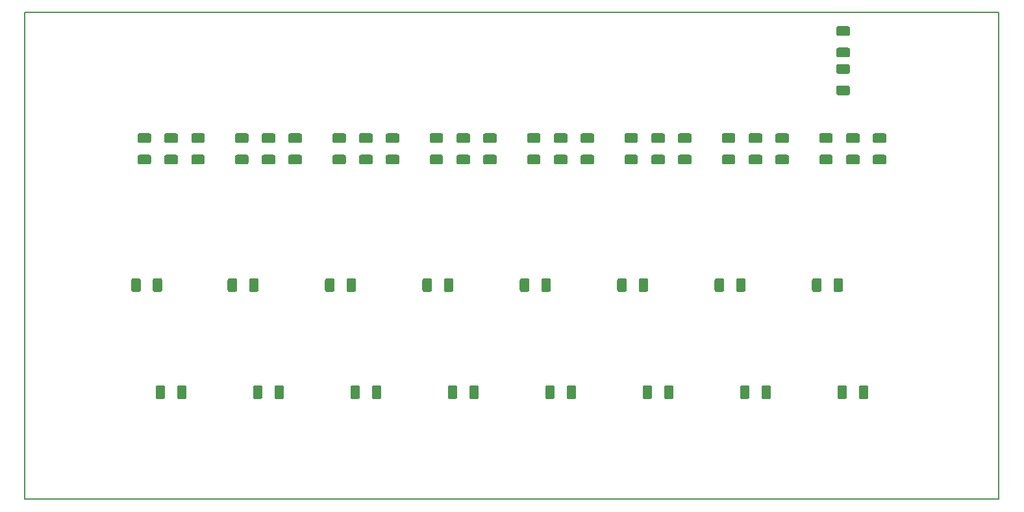
<source format=gbr>
From 3f7774b8bc5b14239f492213a78a5ff3669df1cf Mon Sep 17 00:00:00 2001
From: Blaise Thompson <blaise@untzag.com>
Date: Tue, 11 Aug 2020 13:01:37 -0500
Subject: forgotten

---
 PCB/gerber/galvanosynth-F_Paste.gbr | 6074 +++++++++++++++++++++++++++++++++++
 1 file changed, 6074 insertions(+)
 create mode 100644 PCB/gerber/galvanosynth-F_Paste.gbr

(limited to 'PCB/gerber/galvanosynth-F_Paste.gbr')

diff --git a/PCB/gerber/galvanosynth-F_Paste.gbr b/PCB/gerber/galvanosynth-F_Paste.gbr
new file mode 100644
index 0000000..fbd502e
--- /dev/null
+++ b/PCB/gerber/galvanosynth-F_Paste.gbr
@@ -0,0 +1,6074 @@
+G04 #@! TF.GenerationSoftware,KiCad,Pcbnew,5.1.5+dfsg1-2*
+G04 #@! TF.CreationDate,2020-03-03T15:22:14-06:00*
+G04 #@! TF.ProjectId,galvanosynth,67616c76-616e-46f7-9379-6e74682e6b69,4.1.1*
+G04 #@! TF.SameCoordinates,Original*
+G04 #@! TF.FileFunction,Paste,Top*
+G04 #@! TF.FilePolarity,Positive*
+%FSLAX46Y46*%
+G04 Gerber Fmt 4.6, Leading zero omitted, Abs format (unit mm)*
+G04 Created by KiCad (PCBNEW 5.1.5+dfsg1-2) date 2020-03-03 15:22:14*
+%MOMM*%
+%LPD*%
+G04 APERTURE LIST*
+%ADD10C,0.150000*%
+%ADD11C,0.100000*%
+G04 APERTURE END LIST*
+D10*
+X50800000Y-127000000D02*
+X177800000Y-127000000D01*
+X50800000Y-63500000D02*
+X177800000Y-63500000D01*
+X50800000Y-127000000D02*
+X50800000Y-63500000D01*
+X177800000Y-127000000D02*
+X177800000Y-63500000D01*
+D11*
+G36*
+X157749504Y-112156204D02*
+G01*
+X157773773Y-112159804D01*
+X157797571Y-112165765D01*
+X157820671Y-112174030D01*
+X157842849Y-112184520D01*
+X157863893Y-112197133D01*
+X157883598Y-112211747D01*
+X157901777Y-112228223D01*
+X157918253Y-112246402D01*
+X157932867Y-112266107D01*
+X157945480Y-112287151D01*
+X157955970Y-112309329D01*
+X157964235Y-112332429D01*
+X157970196Y-112356227D01*
+X157973796Y-112380496D01*
+X157975000Y-112405000D01*
+X157975000Y-113655000D01*
+X157973796Y-113679504D01*
+X157970196Y-113703773D01*
+X157964235Y-113727571D01*
+X157955970Y-113750671D01*
+X157945480Y-113772849D01*
+X157932867Y-113793893D01*
+X157918253Y-113813598D01*
+X157901777Y-113831777D01*
+X157883598Y-113848253D01*
+X157863893Y-113862867D01*
+X157842849Y-113875480D01*
+X157820671Y-113885970D01*
+X157797571Y-113894235D01*
+X157773773Y-113900196D01*
+X157749504Y-113903796D01*
+X157725000Y-113905000D01*
+X156975000Y-113905000D01*
+X156950496Y-113903796D01*
+X156926227Y-113900196D01*
+X156902429Y-113894235D01*
+X156879329Y-113885970D01*
+X156857151Y-113875480D01*
+X156836107Y-113862867D01*
+X156816402Y-113848253D01*
+X156798223Y-113831777D01*
+X156781747Y-113813598D01*
+X156767133Y-113793893D01*
+X156754520Y-113772849D01*
+X156744030Y-113750671D01*
+X156735765Y-113727571D01*
+X156729804Y-113703773D01*
+X156726204Y-113679504D01*
+X156725000Y-113655000D01*
+X156725000Y-112405000D01*
+X156726204Y-112380496D01*
+X156729804Y-112356227D01*
+X156735765Y-112332429D01*
+X156744030Y-112309329D01*
+X156754520Y-112287151D01*
+X156767133Y-112266107D01*
+X156781747Y-112246402D01*
+X156798223Y-112228223D01*
+X156816402Y-112211747D01*
+X156836107Y-112197133D01*
+X156857151Y-112184520D01*
+X156879329Y-112174030D01*
+X156902429Y-112165765D01*
+X156926227Y-112159804D01*
+X156950496Y-112156204D01*
+X156975000Y-112155000D01*
+X157725000Y-112155000D01*
+X157749504Y-112156204D01*
+G37*
+G36*
+X160549504Y-112156204D02*
+G01*
+X160573773Y-112159804D01*
+X160597571Y-112165765D01*
+X160620671Y-112174030D01*
+X160642849Y-112184520D01*
+X160663893Y-112197133D01*
+X160683598Y-112211747D01*
+X160701777Y-112228223D01*
+X160718253Y-112246402D01*
+X160732867Y-112266107D01*
+X160745480Y-112287151D01*
+X160755970Y-112309329D01*
+X160764235Y-112332429D01*
+X160770196Y-112356227D01*
+X160773796Y-112380496D01*
+X160775000Y-112405000D01*
+X160775000Y-113655000D01*
+X160773796Y-113679504D01*
+X160770196Y-113703773D01*
+X160764235Y-113727571D01*
+X160755970Y-113750671D01*
+X160745480Y-113772849D01*
+X160732867Y-113793893D01*
+X160718253Y-113813598D01*
+X160701777Y-113831777D01*
+X160683598Y-113848253D01*
+X160663893Y-113862867D01*
+X160642849Y-113875480D01*
+X160620671Y-113885970D01*
+X160597571Y-113894235D01*
+X160573773Y-113900196D01*
+X160549504Y-113903796D01*
+X160525000Y-113905000D01*
+X159775000Y-113905000D01*
+X159750496Y-113903796D01*
+X159726227Y-113900196D01*
+X159702429Y-113894235D01*
+X159679329Y-113885970D01*
+X159657151Y-113875480D01*
+X159636107Y-113862867D01*
+X159616402Y-113848253D01*
+X159598223Y-113831777D01*
+X159581747Y-113813598D01*
+X159567133Y-113793893D01*
+X159554520Y-113772849D01*
+X159544030Y-113750671D01*
+X159535765Y-113727571D01*
+X159529804Y-113703773D01*
+X159526204Y-113679504D01*
+X159525000Y-113655000D01*
+X159525000Y-112405000D01*
+X159526204Y-112380496D01*
+X159529804Y-112356227D01*
+X159535765Y-112332429D01*
+X159544030Y-112309329D01*
+X159554520Y-112287151D01*
+X159567133Y-112266107D01*
+X159581747Y-112246402D01*
+X159598223Y-112228223D01*
+X159616402Y-112211747D01*
+X159636107Y-112197133D01*
+X159657151Y-112184520D01*
+X159679329Y-112174030D01*
+X159702429Y-112165765D01*
+X159726227Y-112159804D01*
+X159750496Y-112156204D01*
+X159775000Y-112155000D01*
+X160525000Y-112155000D01*
+X160549504Y-112156204D01*
+G37*
+G36*
+X145049504Y-112156204D02*
+G01*
+X145073773Y-112159804D01*
+X145097571Y-112165765D01*
+X145120671Y-112174030D01*
+X145142849Y-112184520D01*
+X145163893Y-112197133D01*
+X145183598Y-112211747D01*
+X145201777Y-112228223D01*
+X145218253Y-112246402D01*
+X145232867Y-112266107D01*
+X145245480Y-112287151D01*
+X145255970Y-112309329D01*
+X145264235Y-112332429D01*
+X145270196Y-112356227D01*
+X145273796Y-112380496D01*
+X145275000Y-112405000D01*
+X145275000Y-113655000D01*
+X145273796Y-113679504D01*
+X145270196Y-113703773D01*
+X145264235Y-113727571D01*
+X145255970Y-113750671D01*
+X145245480Y-113772849D01*
+X145232867Y-113793893D01*
+X145218253Y-113813598D01*
+X145201777Y-113831777D01*
+X145183598Y-113848253D01*
+X145163893Y-113862867D01*
+X145142849Y-113875480D01*
+X145120671Y-113885970D01*
+X145097571Y-113894235D01*
+X145073773Y-113900196D01*
+X145049504Y-113903796D01*
+X145025000Y-113905000D01*
+X144275000Y-113905000D01*
+X144250496Y-113903796D01*
+X144226227Y-113900196D01*
+X144202429Y-113894235D01*
+X144179329Y-113885970D01*
+X144157151Y-113875480D01*
+X144136107Y-113862867D01*
+X144116402Y-113848253D01*
+X144098223Y-113831777D01*
+X144081747Y-113813598D01*
+X144067133Y-113793893D01*
+X144054520Y-113772849D01*
+X144044030Y-113750671D01*
+X144035765Y-113727571D01*
+X144029804Y-113703773D01*
+X144026204Y-113679504D01*
+X144025000Y-113655000D01*
+X144025000Y-112405000D01*
+X144026204Y-112380496D01*
+X144029804Y-112356227D01*
+X144035765Y-112332429D01*
+X144044030Y-112309329D01*
+X144054520Y-112287151D01*
+X144067133Y-112266107D01*
+X144081747Y-112246402D01*
+X144098223Y-112228223D01*
+X144116402Y-112211747D01*
+X144136107Y-112197133D01*
+X144157151Y-112184520D01*
+X144179329Y-112174030D01*
+X144202429Y-112165765D01*
+X144226227Y-112159804D01*
+X144250496Y-112156204D01*
+X144275000Y-112155000D01*
+X145025000Y-112155000D01*
+X145049504Y-112156204D01*
+G37*
+G36*
+X147849504Y-112156204D02*
+G01*
+X147873773Y-112159804D01*
+X147897571Y-112165765D01*
+X147920671Y-112174030D01*
+X147942849Y-112184520D01*
+X147963893Y-112197133D01*
+X147983598Y-112211747D01*
+X148001777Y-112228223D01*
+X148018253Y-112246402D01*
+X148032867Y-112266107D01*
+X148045480Y-112287151D01*
+X148055970Y-112309329D01*
+X148064235Y-112332429D01*
+X148070196Y-112356227D01*
+X148073796Y-112380496D01*
+X148075000Y-112405000D01*
+X148075000Y-113655000D01*
+X148073796Y-113679504D01*
+X148070196Y-113703773D01*
+X148064235Y-113727571D01*
+X148055970Y-113750671D01*
+X148045480Y-113772849D01*
+X148032867Y-113793893D01*
+X148018253Y-113813598D01*
+X148001777Y-113831777D01*
+X147983598Y-113848253D01*
+X147963893Y-113862867D01*
+X147942849Y-113875480D01*
+X147920671Y-113885970D01*
+X147897571Y-113894235D01*
+X147873773Y-113900196D01*
+X147849504Y-113903796D01*
+X147825000Y-113905000D01*
+X147075000Y-113905000D01*
+X147050496Y-113903796D01*
+X147026227Y-113900196D01*
+X147002429Y-113894235D01*
+X146979329Y-113885970D01*
+X146957151Y-113875480D01*
+X146936107Y-113862867D01*
+X146916402Y-113848253D01*
+X146898223Y-113831777D01*
+X146881747Y-113813598D01*
+X146867133Y-113793893D01*
+X146854520Y-113772849D01*
+X146844030Y-113750671D01*
+X146835765Y-113727571D01*
+X146829804Y-113703773D01*
+X146826204Y-113679504D01*
+X146825000Y-113655000D01*
+X146825000Y-112405000D01*
+X146826204Y-112380496D01*
+X146829804Y-112356227D01*
+X146835765Y-112332429D01*
+X146844030Y-112309329D01*
+X146854520Y-112287151D01*
+X146867133Y-112266107D01*
+X146881747Y-112246402D01*
+X146898223Y-112228223D01*
+X146916402Y-112211747D01*
+X146936107Y-112197133D01*
+X146957151Y-112184520D01*
+X146979329Y-112174030D01*
+X147002429Y-112165765D01*
+X147026227Y-112159804D01*
+X147050496Y-112156204D01*
+X147075000Y-112155000D01*
+X147825000Y-112155000D01*
+X147849504Y-112156204D01*
+G37*
+G36*
+X132349504Y-112156204D02*
+G01*
+X132373773Y-112159804D01*
+X132397571Y-112165765D01*
+X132420671Y-112174030D01*
+X132442849Y-112184520D01*
+X132463893Y-112197133D01*
+X132483598Y-112211747D01*
+X132501777Y-112228223D01*
+X132518253Y-112246402D01*
+X132532867Y-112266107D01*
+X132545480Y-112287151D01*
+X132555970Y-112309329D01*
+X132564235Y-112332429D01*
+X132570196Y-112356227D01*
+X132573796Y-112380496D01*
+X132575000Y-112405000D01*
+X132575000Y-113655000D01*
+X132573796Y-113679504D01*
+X132570196Y-113703773D01*
+X132564235Y-113727571D01*
+X132555970Y-113750671D01*
+X132545480Y-113772849D01*
+X132532867Y-113793893D01*
+X132518253Y-113813598D01*
+X132501777Y-113831777D01*
+X132483598Y-113848253D01*
+X132463893Y-113862867D01*
+X132442849Y-113875480D01*
+X132420671Y-113885970D01*
+X132397571Y-113894235D01*
+X132373773Y-113900196D01*
+X132349504Y-113903796D01*
+X132325000Y-113905000D01*
+X131575000Y-113905000D01*
+X131550496Y-113903796D01*
+X131526227Y-113900196D01*
+X131502429Y-113894235D01*
+X131479329Y-113885970D01*
+X131457151Y-113875480D01*
+X131436107Y-113862867D01*
+X131416402Y-113848253D01*
+X131398223Y-113831777D01*
+X131381747Y-113813598D01*
+X131367133Y-113793893D01*
+X131354520Y-113772849D01*
+X131344030Y-113750671D01*
+X131335765Y-113727571D01*
+X131329804Y-113703773D01*
+X131326204Y-113679504D01*
+X131325000Y-113655000D01*
+X131325000Y-112405000D01*
+X131326204Y-112380496D01*
+X131329804Y-112356227D01*
+X131335765Y-112332429D01*
+X131344030Y-112309329D01*
+X131354520Y-112287151D01*
+X131367133Y-112266107D01*
+X131381747Y-112246402D01*
+X131398223Y-112228223D01*
+X131416402Y-112211747D01*
+X131436107Y-112197133D01*
+X131457151Y-112184520D01*
+X131479329Y-112174030D01*
+X131502429Y-112165765D01*
+X131526227Y-112159804D01*
+X131550496Y-112156204D01*
+X131575000Y-112155000D01*
+X132325000Y-112155000D01*
+X132349504Y-112156204D01*
+G37*
+G36*
+X135149504Y-112156204D02*
+G01*
+X135173773Y-112159804D01*
+X135197571Y-112165765D01*
+X135220671Y-112174030D01*
+X135242849Y-112184520D01*
+X135263893Y-112197133D01*
+X135283598Y-112211747D01*
+X135301777Y-112228223D01*
+X135318253Y-112246402D01*
+X135332867Y-112266107D01*
+X135345480Y-112287151D01*
+X135355970Y-112309329D01*
+X135364235Y-112332429D01*
+X135370196Y-112356227D01*
+X135373796Y-112380496D01*
+X135375000Y-112405000D01*
+X135375000Y-113655000D01*
+X135373796Y-113679504D01*
+X135370196Y-113703773D01*
+X135364235Y-113727571D01*
+X135355970Y-113750671D01*
+X135345480Y-113772849D01*
+X135332867Y-113793893D01*
+X135318253Y-113813598D01*
+X135301777Y-113831777D01*
+X135283598Y-113848253D01*
+X135263893Y-113862867D01*
+X135242849Y-113875480D01*
+X135220671Y-113885970D01*
+X135197571Y-113894235D01*
+X135173773Y-113900196D01*
+X135149504Y-113903796D01*
+X135125000Y-113905000D01*
+X134375000Y-113905000D01*
+X134350496Y-113903796D01*
+X134326227Y-113900196D01*
+X134302429Y-113894235D01*
+X134279329Y-113885970D01*
+X134257151Y-113875480D01*
+X134236107Y-113862867D01*
+X134216402Y-113848253D01*
+X134198223Y-113831777D01*
+X134181747Y-113813598D01*
+X134167133Y-113793893D01*
+X134154520Y-113772849D01*
+X134144030Y-113750671D01*
+X134135765Y-113727571D01*
+X134129804Y-113703773D01*
+X134126204Y-113679504D01*
+X134125000Y-113655000D01*
+X134125000Y-112405000D01*
+X134126204Y-112380496D01*
+X134129804Y-112356227D01*
+X134135765Y-112332429D01*
+X134144030Y-112309329D01*
+X134154520Y-112287151D01*
+X134167133Y-112266107D01*
+X134181747Y-112246402D01*
+X134198223Y-112228223D01*
+X134216402Y-112211747D01*
+X134236107Y-112197133D01*
+X134257151Y-112184520D01*
+X134279329Y-112174030D01*
+X134302429Y-112165765D01*
+X134326227Y-112159804D01*
+X134350496Y-112156204D01*
+X134375000Y-112155000D01*
+X135125000Y-112155000D01*
+X135149504Y-112156204D01*
+G37*
+G36*
+X119649504Y-112156204D02*
+G01*
+X119673773Y-112159804D01*
+X119697571Y-112165765D01*
+X119720671Y-112174030D01*
+X119742849Y-112184520D01*
+X119763893Y-112197133D01*
+X119783598Y-112211747D01*
+X119801777Y-112228223D01*
+X119818253Y-112246402D01*
+X119832867Y-112266107D01*
+X119845480Y-112287151D01*
+X119855970Y-112309329D01*
+X119864235Y-112332429D01*
+X119870196Y-112356227D01*
+X119873796Y-112380496D01*
+X119875000Y-112405000D01*
+X119875000Y-113655000D01*
+X119873796Y-113679504D01*
+X119870196Y-113703773D01*
+X119864235Y-113727571D01*
+X119855970Y-113750671D01*
+X119845480Y-113772849D01*
+X119832867Y-113793893D01*
+X119818253Y-113813598D01*
+X119801777Y-113831777D01*
+X119783598Y-113848253D01*
+X119763893Y-113862867D01*
+X119742849Y-113875480D01*
+X119720671Y-113885970D01*
+X119697571Y-113894235D01*
+X119673773Y-113900196D01*
+X119649504Y-113903796D01*
+X119625000Y-113905000D01*
+X118875000Y-113905000D01*
+X118850496Y-113903796D01*
+X118826227Y-113900196D01*
+X118802429Y-113894235D01*
+X118779329Y-113885970D01*
+X118757151Y-113875480D01*
+X118736107Y-113862867D01*
+X118716402Y-113848253D01*
+X118698223Y-113831777D01*
+X118681747Y-113813598D01*
+X118667133Y-113793893D01*
+X118654520Y-113772849D01*
+X118644030Y-113750671D01*
+X118635765Y-113727571D01*
+X118629804Y-113703773D01*
+X118626204Y-113679504D01*
+X118625000Y-113655000D01*
+X118625000Y-112405000D01*
+X118626204Y-112380496D01*
+X118629804Y-112356227D01*
+X118635765Y-112332429D01*
+X118644030Y-112309329D01*
+X118654520Y-112287151D01*
+X118667133Y-112266107D01*
+X118681747Y-112246402D01*
+X118698223Y-112228223D01*
+X118716402Y-112211747D01*
+X118736107Y-112197133D01*
+X118757151Y-112184520D01*
+X118779329Y-112174030D01*
+X118802429Y-112165765D01*
+X118826227Y-112159804D01*
+X118850496Y-112156204D01*
+X118875000Y-112155000D01*
+X119625000Y-112155000D01*
+X119649504Y-112156204D01*
+G37*
+G36*
+X122449504Y-112156204D02*
+G01*
+X122473773Y-112159804D01*
+X122497571Y-112165765D01*
+X122520671Y-112174030D01*
+X122542849Y-112184520D01*
+X122563893Y-112197133D01*
+X122583598Y-112211747D01*
+X122601777Y-112228223D01*
+X122618253Y-112246402D01*
+X122632867Y-112266107D01*
+X122645480Y-112287151D01*
+X122655970Y-112309329D01*
+X122664235Y-112332429D01*
+X122670196Y-112356227D01*
+X122673796Y-112380496D01*
+X122675000Y-112405000D01*
+X122675000Y-113655000D01*
+X122673796Y-113679504D01*
+X122670196Y-113703773D01*
+X122664235Y-113727571D01*
+X122655970Y-113750671D01*
+X122645480Y-113772849D01*
+X122632867Y-113793893D01*
+X122618253Y-113813598D01*
+X122601777Y-113831777D01*
+X122583598Y-113848253D01*
+X122563893Y-113862867D01*
+X122542849Y-113875480D01*
+X122520671Y-113885970D01*
+X122497571Y-113894235D01*
+X122473773Y-113900196D01*
+X122449504Y-113903796D01*
+X122425000Y-113905000D01*
+X121675000Y-113905000D01*
+X121650496Y-113903796D01*
+X121626227Y-113900196D01*
+X121602429Y-113894235D01*
+X121579329Y-113885970D01*
+X121557151Y-113875480D01*
+X121536107Y-113862867D01*
+X121516402Y-113848253D01*
+X121498223Y-113831777D01*
+X121481747Y-113813598D01*
+X121467133Y-113793893D01*
+X121454520Y-113772849D01*
+X121444030Y-113750671D01*
+X121435765Y-113727571D01*
+X121429804Y-113703773D01*
+X121426204Y-113679504D01*
+X121425000Y-113655000D01*
+X121425000Y-112405000D01*
+X121426204Y-112380496D01*
+X121429804Y-112356227D01*
+X121435765Y-112332429D01*
+X121444030Y-112309329D01*
+X121454520Y-112287151D01*
+X121467133Y-112266107D01*
+X121481747Y-112246402D01*
+X121498223Y-112228223D01*
+X121516402Y-112211747D01*
+X121536107Y-112197133D01*
+X121557151Y-112184520D01*
+X121579329Y-112174030D01*
+X121602429Y-112165765D01*
+X121626227Y-112159804D01*
+X121650496Y-112156204D01*
+X121675000Y-112155000D01*
+X122425000Y-112155000D01*
+X122449504Y-112156204D01*
+G37*
+G36*
+X106949504Y-112156204D02*
+G01*
+X106973773Y-112159804D01*
+X106997571Y-112165765D01*
+X107020671Y-112174030D01*
+X107042849Y-112184520D01*
+X107063893Y-112197133D01*
+X107083598Y-112211747D01*
+X107101777Y-112228223D01*
+X107118253Y-112246402D01*
+X107132867Y-112266107D01*
+X107145480Y-112287151D01*
+X107155970Y-112309329D01*
+X107164235Y-112332429D01*
+X107170196Y-112356227D01*
+X107173796Y-112380496D01*
+X107175000Y-112405000D01*
+X107175000Y-113655000D01*
+X107173796Y-113679504D01*
+X107170196Y-113703773D01*
+X107164235Y-113727571D01*
+X107155970Y-113750671D01*
+X107145480Y-113772849D01*
+X107132867Y-113793893D01*
+X107118253Y-113813598D01*
+X107101777Y-113831777D01*
+X107083598Y-113848253D01*
+X107063893Y-113862867D01*
+X107042849Y-113875480D01*
+X107020671Y-113885970D01*
+X106997571Y-113894235D01*
+X106973773Y-113900196D01*
+X106949504Y-113903796D01*
+X106925000Y-113905000D01*
+X106175000Y-113905000D01*
+X106150496Y-113903796D01*
+X106126227Y-113900196D01*
+X106102429Y-113894235D01*
+X106079329Y-113885970D01*
+X106057151Y-113875480D01*
+X106036107Y-113862867D01*
+X106016402Y-113848253D01*
+X105998223Y-113831777D01*
+X105981747Y-113813598D01*
+X105967133Y-113793893D01*
+X105954520Y-113772849D01*
+X105944030Y-113750671D01*
+X105935765Y-113727571D01*
+X105929804Y-113703773D01*
+X105926204Y-113679504D01*
+X105925000Y-113655000D01*
+X105925000Y-112405000D01*
+X105926204Y-112380496D01*
+X105929804Y-112356227D01*
+X105935765Y-112332429D01*
+X105944030Y-112309329D01*
+X105954520Y-112287151D01*
+X105967133Y-112266107D01*
+X105981747Y-112246402D01*
+X105998223Y-112228223D01*
+X106016402Y-112211747D01*
+X106036107Y-112197133D01*
+X106057151Y-112184520D01*
+X106079329Y-112174030D01*
+X106102429Y-112165765D01*
+X106126227Y-112159804D01*
+X106150496Y-112156204D01*
+X106175000Y-112155000D01*
+X106925000Y-112155000D01*
+X106949504Y-112156204D01*
+G37*
+G36*
+X109749504Y-112156204D02*
+G01*
+X109773773Y-112159804D01*
+X109797571Y-112165765D01*
+X109820671Y-112174030D01*
+X109842849Y-112184520D01*
+X109863893Y-112197133D01*
+X109883598Y-112211747D01*
+X109901777Y-112228223D01*
+X109918253Y-112246402D01*
+X109932867Y-112266107D01*
+X109945480Y-112287151D01*
+X109955970Y-112309329D01*
+X109964235Y-112332429D01*
+X109970196Y-112356227D01*
+X109973796Y-112380496D01*
+X109975000Y-112405000D01*
+X109975000Y-113655000D01*
+X109973796Y-113679504D01*
+X109970196Y-113703773D01*
+X109964235Y-113727571D01*
+X109955970Y-113750671D01*
+X109945480Y-113772849D01*
+X109932867Y-113793893D01*
+X109918253Y-113813598D01*
+X109901777Y-113831777D01*
+X109883598Y-113848253D01*
+X109863893Y-113862867D01*
+X109842849Y-113875480D01*
+X109820671Y-113885970D01*
+X109797571Y-113894235D01*
+X109773773Y-113900196D01*
+X109749504Y-113903796D01*
+X109725000Y-113905000D01*
+X108975000Y-113905000D01*
+X108950496Y-113903796D01*
+X108926227Y-113900196D01*
+X108902429Y-113894235D01*
+X108879329Y-113885970D01*
+X108857151Y-113875480D01*
+X108836107Y-113862867D01*
+X108816402Y-113848253D01*
+X108798223Y-113831777D01*
+X108781747Y-113813598D01*
+X108767133Y-113793893D01*
+X108754520Y-113772849D01*
+X108744030Y-113750671D01*
+X108735765Y-113727571D01*
+X108729804Y-113703773D01*
+X108726204Y-113679504D01*
+X108725000Y-113655000D01*
+X108725000Y-112405000D01*
+X108726204Y-112380496D01*
+X108729804Y-112356227D01*
+X108735765Y-112332429D01*
+X108744030Y-112309329D01*
+X108754520Y-112287151D01*
+X108767133Y-112266107D01*
+X108781747Y-112246402D01*
+X108798223Y-112228223D01*
+X108816402Y-112211747D01*
+X108836107Y-112197133D01*
+X108857151Y-112184520D01*
+X108879329Y-112174030D01*
+X108902429Y-112165765D01*
+X108926227Y-112159804D01*
+X108950496Y-112156204D01*
+X108975000Y-112155000D01*
+X109725000Y-112155000D01*
+X109749504Y-112156204D01*
+G37*
+G36*
+X94249504Y-112156204D02*
+G01*
+X94273773Y-112159804D01*
+X94297571Y-112165765D01*
+X94320671Y-112174030D01*
+X94342849Y-112184520D01*
+X94363893Y-112197133D01*
+X94383598Y-112211747D01*
+X94401777Y-112228223D01*
+X94418253Y-112246402D01*
+X94432867Y-112266107D01*
+X94445480Y-112287151D01*
+X94455970Y-112309329D01*
+X94464235Y-112332429D01*
+X94470196Y-112356227D01*
+X94473796Y-112380496D01*
+X94475000Y-112405000D01*
+X94475000Y-113655000D01*
+X94473796Y-113679504D01*
+X94470196Y-113703773D01*
+X94464235Y-113727571D01*
+X94455970Y-113750671D01*
+X94445480Y-113772849D01*
+X94432867Y-113793893D01*
+X94418253Y-113813598D01*
+X94401777Y-113831777D01*
+X94383598Y-113848253D01*
+X94363893Y-113862867D01*
+X94342849Y-113875480D01*
+X94320671Y-113885970D01*
+X94297571Y-113894235D01*
+X94273773Y-113900196D01*
+X94249504Y-113903796D01*
+X94225000Y-113905000D01*
+X93475000Y-113905000D01*
+X93450496Y-113903796D01*
+X93426227Y-113900196D01*
+X93402429Y-113894235D01*
+X93379329Y-113885970D01*
+X93357151Y-113875480D01*
+X93336107Y-113862867D01*
+X93316402Y-113848253D01*
+X93298223Y-113831777D01*
+X93281747Y-113813598D01*
+X93267133Y-113793893D01*
+X93254520Y-113772849D01*
+X93244030Y-113750671D01*
+X93235765Y-113727571D01*
+X93229804Y-113703773D01*
+X93226204Y-113679504D01*
+X93225000Y-113655000D01*
+X93225000Y-112405000D01*
+X93226204Y-112380496D01*
+X93229804Y-112356227D01*
+X93235765Y-112332429D01*
+X93244030Y-112309329D01*
+X93254520Y-112287151D01*
+X93267133Y-112266107D01*
+X93281747Y-112246402D01*
+X93298223Y-112228223D01*
+X93316402Y-112211747D01*
+X93336107Y-112197133D01*
+X93357151Y-112184520D01*
+X93379329Y-112174030D01*
+X93402429Y-112165765D01*
+X93426227Y-112159804D01*
+X93450496Y-112156204D01*
+X93475000Y-112155000D01*
+X94225000Y-112155000D01*
+X94249504Y-112156204D01*
+G37*
+G36*
+X97049504Y-112156204D02*
+G01*
+X97073773Y-112159804D01*
+X97097571Y-112165765D01*
+X97120671Y-112174030D01*
+X97142849Y-112184520D01*
+X97163893Y-112197133D01*
+X97183598Y-112211747D01*
+X97201777Y-112228223D01*
+X97218253Y-112246402D01*
+X97232867Y-112266107D01*
+X97245480Y-112287151D01*
+X97255970Y-112309329D01*
+X97264235Y-112332429D01*
+X97270196Y-112356227D01*
+X97273796Y-112380496D01*
+X97275000Y-112405000D01*
+X97275000Y-113655000D01*
+X97273796Y-113679504D01*
+X97270196Y-113703773D01*
+X97264235Y-113727571D01*
+X97255970Y-113750671D01*
+X97245480Y-113772849D01*
+X97232867Y-113793893D01*
+X97218253Y-113813598D01*
+X97201777Y-113831777D01*
+X97183598Y-113848253D01*
+X97163893Y-113862867D01*
+X97142849Y-113875480D01*
+X97120671Y-113885970D01*
+X97097571Y-113894235D01*
+X97073773Y-113900196D01*
+X97049504Y-113903796D01*
+X97025000Y-113905000D01*
+X96275000Y-113905000D01*
+X96250496Y-113903796D01*
+X96226227Y-113900196D01*
+X96202429Y-113894235D01*
+X96179329Y-113885970D01*
+X96157151Y-113875480D01*
+X96136107Y-113862867D01*
+X96116402Y-113848253D01*
+X96098223Y-113831777D01*
+X96081747Y-113813598D01*
+X96067133Y-113793893D01*
+X96054520Y-113772849D01*
+X96044030Y-113750671D01*
+X96035765Y-113727571D01*
+X96029804Y-113703773D01*
+X96026204Y-113679504D01*
+X96025000Y-113655000D01*
+X96025000Y-112405000D01*
+X96026204Y-112380496D01*
+X96029804Y-112356227D01*
+X96035765Y-112332429D01*
+X96044030Y-112309329D01*
+X96054520Y-112287151D01*
+X96067133Y-112266107D01*
+X96081747Y-112246402D01*
+X96098223Y-112228223D01*
+X96116402Y-112211747D01*
+X96136107Y-112197133D01*
+X96157151Y-112184520D01*
+X96179329Y-112174030D01*
+X96202429Y-112165765D01*
+X96226227Y-112159804D01*
+X96250496Y-112156204D01*
+X96275000Y-112155000D01*
+X97025000Y-112155000D01*
+X97049504Y-112156204D01*
+G37*
+G36*
+X81549504Y-112156204D02*
+G01*
+X81573773Y-112159804D01*
+X81597571Y-112165765D01*
+X81620671Y-112174030D01*
+X81642849Y-112184520D01*
+X81663893Y-112197133D01*
+X81683598Y-112211747D01*
+X81701777Y-112228223D01*
+X81718253Y-112246402D01*
+X81732867Y-112266107D01*
+X81745480Y-112287151D01*
+X81755970Y-112309329D01*
+X81764235Y-112332429D01*
+X81770196Y-112356227D01*
+X81773796Y-112380496D01*
+X81775000Y-112405000D01*
+X81775000Y-113655000D01*
+X81773796Y-113679504D01*
+X81770196Y-113703773D01*
+X81764235Y-113727571D01*
+X81755970Y-113750671D01*
+X81745480Y-113772849D01*
+X81732867Y-113793893D01*
+X81718253Y-113813598D01*
+X81701777Y-113831777D01*
+X81683598Y-113848253D01*
+X81663893Y-113862867D01*
+X81642849Y-113875480D01*
+X81620671Y-113885970D01*
+X81597571Y-113894235D01*
+X81573773Y-113900196D01*
+X81549504Y-113903796D01*
+X81525000Y-113905000D01*
+X80775000Y-113905000D01*
+X80750496Y-113903796D01*
+X80726227Y-113900196D01*
+X80702429Y-113894235D01*
+X80679329Y-113885970D01*
+X80657151Y-113875480D01*
+X80636107Y-113862867D01*
+X80616402Y-113848253D01*
+X80598223Y-113831777D01*
+X80581747Y-113813598D01*
+X80567133Y-113793893D01*
+X80554520Y-113772849D01*
+X80544030Y-113750671D01*
+X80535765Y-113727571D01*
+X80529804Y-113703773D01*
+X80526204Y-113679504D01*
+X80525000Y-113655000D01*
+X80525000Y-112405000D01*
+X80526204Y-112380496D01*
+X80529804Y-112356227D01*
+X80535765Y-112332429D01*
+X80544030Y-112309329D01*
+X80554520Y-112287151D01*
+X80567133Y-112266107D01*
+X80581747Y-112246402D01*
+X80598223Y-112228223D01*
+X80616402Y-112211747D01*
+X80636107Y-112197133D01*
+X80657151Y-112184520D01*
+X80679329Y-112174030D01*
+X80702429Y-112165765D01*
+X80726227Y-112159804D01*
+X80750496Y-112156204D01*
+X80775000Y-112155000D01*
+X81525000Y-112155000D01*
+X81549504Y-112156204D01*
+G37*
+G36*
+X84349504Y-112156204D02*
+G01*
+X84373773Y-112159804D01*
+X84397571Y-112165765D01*
+X84420671Y-112174030D01*
+X84442849Y-112184520D01*
+X84463893Y-112197133D01*
+X84483598Y-112211747D01*
+X84501777Y-112228223D01*
+X84518253Y-112246402D01*
+X84532867Y-112266107D01*
+X84545480Y-112287151D01*
+X84555970Y-112309329D01*
+X84564235Y-112332429D01*
+X84570196Y-112356227D01*
+X84573796Y-112380496D01*
+X84575000Y-112405000D01*
+X84575000Y-113655000D01*
+X84573796Y-113679504D01*
+X84570196Y-113703773D01*
+X84564235Y-113727571D01*
+X84555970Y-113750671D01*
+X84545480Y-113772849D01*
+X84532867Y-113793893D01*
+X84518253Y-113813598D01*
+X84501777Y-113831777D01*
+X84483598Y-113848253D01*
+X84463893Y-113862867D01*
+X84442849Y-113875480D01*
+X84420671Y-113885970D01*
+X84397571Y-113894235D01*
+X84373773Y-113900196D01*
+X84349504Y-113903796D01*
+X84325000Y-113905000D01*
+X83575000Y-113905000D01*
+X83550496Y-113903796D01*
+X83526227Y-113900196D01*
+X83502429Y-113894235D01*
+X83479329Y-113885970D01*
+X83457151Y-113875480D01*
+X83436107Y-113862867D01*
+X83416402Y-113848253D01*
+X83398223Y-113831777D01*
+X83381747Y-113813598D01*
+X83367133Y-113793893D01*
+X83354520Y-113772849D01*
+X83344030Y-113750671D01*
+X83335765Y-113727571D01*
+X83329804Y-113703773D01*
+X83326204Y-113679504D01*
+X83325000Y-113655000D01*
+X83325000Y-112405000D01*
+X83326204Y-112380496D01*
+X83329804Y-112356227D01*
+X83335765Y-112332429D01*
+X83344030Y-112309329D01*
+X83354520Y-112287151D01*
+X83367133Y-112266107D01*
+X83381747Y-112246402D01*
+X83398223Y-112228223D01*
+X83416402Y-112211747D01*
+X83436107Y-112197133D01*
+X83457151Y-112184520D01*
+X83479329Y-112174030D01*
+X83502429Y-112165765D01*
+X83526227Y-112159804D01*
+X83550496Y-112156204D01*
+X83575000Y-112155000D01*
+X84325000Y-112155000D01*
+X84349504Y-112156204D01*
+G37*
+G36*
+X68849504Y-112156204D02*
+G01*
+X68873773Y-112159804D01*
+X68897571Y-112165765D01*
+X68920671Y-112174030D01*
+X68942849Y-112184520D01*
+X68963893Y-112197133D01*
+X68983598Y-112211747D01*
+X69001777Y-112228223D01*
+X69018253Y-112246402D01*
+X69032867Y-112266107D01*
+X69045480Y-112287151D01*
+X69055970Y-112309329D01*
+X69064235Y-112332429D01*
+X69070196Y-112356227D01*
+X69073796Y-112380496D01*
+X69075000Y-112405000D01*
+X69075000Y-113655000D01*
+X69073796Y-113679504D01*
+X69070196Y-113703773D01*
+X69064235Y-113727571D01*
+X69055970Y-113750671D01*
+X69045480Y-113772849D01*
+X69032867Y-113793893D01*
+X69018253Y-113813598D01*
+X69001777Y-113831777D01*
+X68983598Y-113848253D01*
+X68963893Y-113862867D01*
+X68942849Y-113875480D01*
+X68920671Y-113885970D01*
+X68897571Y-113894235D01*
+X68873773Y-113900196D01*
+X68849504Y-113903796D01*
+X68825000Y-113905000D01*
+X68075000Y-113905000D01*
+X68050496Y-113903796D01*
+X68026227Y-113900196D01*
+X68002429Y-113894235D01*
+X67979329Y-113885970D01*
+X67957151Y-113875480D01*
+X67936107Y-113862867D01*
+X67916402Y-113848253D01*
+X67898223Y-113831777D01*
+X67881747Y-113813598D01*
+X67867133Y-113793893D01*
+X67854520Y-113772849D01*
+X67844030Y-113750671D01*
+X67835765Y-113727571D01*
+X67829804Y-113703773D01*
+X67826204Y-113679504D01*
+X67825000Y-113655000D01*
+X67825000Y-112405000D01*
+X67826204Y-112380496D01*
+X67829804Y-112356227D01*
+X67835765Y-112332429D01*
+X67844030Y-112309329D01*
+X67854520Y-112287151D01*
+X67867133Y-112266107D01*
+X67881747Y-112246402D01*
+X67898223Y-112228223D01*
+X67916402Y-112211747D01*
+X67936107Y-112197133D01*
+X67957151Y-112184520D01*
+X67979329Y-112174030D01*
+X68002429Y-112165765D01*
+X68026227Y-112159804D01*
+X68050496Y-112156204D01*
+X68075000Y-112155000D01*
+X68825000Y-112155000D01*
+X68849504Y-112156204D01*
+G37*
+G36*
+X71649504Y-112156204D02*
+G01*
+X71673773Y-112159804D01*
+X71697571Y-112165765D01*
+X71720671Y-112174030D01*
+X71742849Y-112184520D01*
+X71763893Y-112197133D01*
+X71783598Y-112211747D01*
+X71801777Y-112228223D01*
+X71818253Y-112246402D01*
+X71832867Y-112266107D01*
+X71845480Y-112287151D01*
+X71855970Y-112309329D01*
+X71864235Y-112332429D01*
+X71870196Y-112356227D01*
+X71873796Y-112380496D01*
+X71875000Y-112405000D01*
+X71875000Y-113655000D01*
+X71873796Y-113679504D01*
+X71870196Y-113703773D01*
+X71864235Y-113727571D01*
+X71855970Y-113750671D01*
+X71845480Y-113772849D01*
+X71832867Y-113793893D01*
+X71818253Y-113813598D01*
+X71801777Y-113831777D01*
+X71783598Y-113848253D01*
+X71763893Y-113862867D01*
+X71742849Y-113875480D01*
+X71720671Y-113885970D01*
+X71697571Y-113894235D01*
+X71673773Y-113900196D01*
+X71649504Y-113903796D01*
+X71625000Y-113905000D01*
+X70875000Y-113905000D01*
+X70850496Y-113903796D01*
+X70826227Y-113900196D01*
+X70802429Y-113894235D01*
+X70779329Y-113885970D01*
+X70757151Y-113875480D01*
+X70736107Y-113862867D01*
+X70716402Y-113848253D01*
+X70698223Y-113831777D01*
+X70681747Y-113813598D01*
+X70667133Y-113793893D01*
+X70654520Y-113772849D01*
+X70644030Y-113750671D01*
+X70635765Y-113727571D01*
+X70629804Y-113703773D01*
+X70626204Y-113679504D01*
+X70625000Y-113655000D01*
+X70625000Y-112405000D01*
+X70626204Y-112380496D01*
+X70629804Y-112356227D01*
+X70635765Y-112332429D01*
+X70644030Y-112309329D01*
+X70654520Y-112287151D01*
+X70667133Y-112266107D01*
+X70681747Y-112246402D01*
+X70698223Y-112228223D01*
+X70716402Y-112211747D01*
+X70736107Y-112197133D01*
+X70757151Y-112184520D01*
+X70779329Y-112174030D01*
+X70802429Y-112165765D01*
+X70826227Y-112159804D01*
+X70850496Y-112156204D01*
+X70875000Y-112155000D01*
+X71625000Y-112155000D01*
+X71649504Y-112156204D01*
+G37*
+G36*
+X158129504Y-65286204D02*
+G01*
+X158153773Y-65289804D01*
+X158177571Y-65295765D01*
+X158200671Y-65304030D01*
+X158222849Y-65314520D01*
+X158243893Y-65327133D01*
+X158263598Y-65341747D01*
+X158281777Y-65358223D01*
+X158298253Y-65376402D01*
+X158312867Y-65396107D01*
+X158325480Y-65417151D01*
+X158335970Y-65439329D01*
+X158344235Y-65462429D01*
+X158350196Y-65486227D01*
+X158353796Y-65510496D01*
+X158355000Y-65535000D01*
+X158355000Y-66285000D01*
+X158353796Y-66309504D01*
+X158350196Y-66333773D01*
+X158344235Y-66357571D01*
+X158335970Y-66380671D01*
+X158325480Y-66402849D01*
+X158312867Y-66423893D01*
+X158298253Y-66443598D01*
+X158281777Y-66461777D01*
+X158263598Y-66478253D01*
+X158243893Y-66492867D01*
+X158222849Y-66505480D01*
+X158200671Y-66515970D01*
+X158177571Y-66524235D01*
+X158153773Y-66530196D01*
+X158129504Y-66533796D01*
+X158105000Y-66535000D01*
+X156855000Y-66535000D01*
+X156830496Y-66533796D01*
+X156806227Y-66530196D01*
+X156782429Y-66524235D01*
+X156759329Y-66515970D01*
+X156737151Y-66505480D01*
+X156716107Y-66492867D01*
+X156696402Y-66478253D01*
+X156678223Y-66461777D01*
+X156661747Y-66443598D01*
+X156647133Y-66423893D01*
+X156634520Y-66402849D01*
+X156624030Y-66380671D01*
+X156615765Y-66357571D01*
+X156609804Y-66333773D01*
+X156606204Y-66309504D01*
+X156605000Y-66285000D01*
+X156605000Y-65535000D01*
+X156606204Y-65510496D01*
+X156609804Y-65486227D01*
+X156615765Y-65462429D01*
+X156624030Y-65439329D01*
+X156634520Y-65417151D01*
+X156647133Y-65396107D01*
+X156661747Y-65376402D01*
+X156678223Y-65358223D01*
+X156696402Y-65341747D01*
+X156716107Y-65327133D01*
+X156737151Y-65314520D01*
+X156759329Y-65304030D01*
+X156782429Y-65295765D01*
+X156806227Y-65289804D01*
+X156830496Y-65286204D01*
+X156855000Y-65285000D01*
+X158105000Y-65285000D01*
+X158129504Y-65286204D01*
+G37*
+G36*
+X158129504Y-68086204D02*
+G01*
+X158153773Y-68089804D01*
+X158177571Y-68095765D01*
+X158200671Y-68104030D01*
+X158222849Y-68114520D01*
+X158243893Y-68127133D01*
+X158263598Y-68141747D01*
+X158281777Y-68158223D01*
+X158298253Y-68176402D01*
+X158312867Y-68196107D01*
+X158325480Y-68217151D01*
+X158335970Y-68239329D01*
+X158344235Y-68262429D01*
+X158350196Y-68286227D01*
+X158353796Y-68310496D01*
+X158355000Y-68335000D01*
+X158355000Y-69085000D01*
+X158353796Y-69109504D01*
+X158350196Y-69133773D01*
+X158344235Y-69157571D01*
+X158335970Y-69180671D01*
+X158325480Y-69202849D01*
+X158312867Y-69223893D01*
+X158298253Y-69243598D01*
+X158281777Y-69261777D01*
+X158263598Y-69278253D01*
+X158243893Y-69292867D01*
+X158222849Y-69305480D01*
+X158200671Y-69315970D01*
+X158177571Y-69324235D01*
+X158153773Y-69330196D01*
+X158129504Y-69333796D01*
+X158105000Y-69335000D01*
+X156855000Y-69335000D01*
+X156830496Y-69333796D01*
+X156806227Y-69330196D01*
+X156782429Y-69324235D01*
+X156759329Y-69315970D01*
+X156737151Y-69305480D01*
+X156716107Y-69292867D01*
+X156696402Y-69278253D01*
+X156678223Y-69261777D01*
+X156661747Y-69243598D01*
+X156647133Y-69223893D01*
+X156634520Y-69202849D01*
+X156624030Y-69180671D01*
+X156615765Y-69157571D01*
+X156609804Y-69133773D01*
+X156606204Y-69109504D01*
+X156605000Y-69085000D01*
+X156605000Y-68335000D01*
+X156606204Y-68310496D01*
+X156609804Y-68286227D01*
+X156615765Y-68262429D01*
+X156624030Y-68239329D01*
+X156634520Y-68217151D01*
+X156647133Y-68196107D01*
+X156661747Y-68176402D01*
+X156678223Y-68158223D01*
+X156696402Y-68141747D01*
+X156716107Y-68127133D01*
+X156737151Y-68114520D01*
+X156759329Y-68104030D01*
+X156782429Y-68095765D01*
+X156806227Y-68089804D01*
+X156830496Y-68086204D01*
+X156855000Y-68085000D01*
+X158105000Y-68085000D01*
+X158129504Y-68086204D01*
+G37*
+G36*
+X158129504Y-70236204D02*
+G01*
+X158153773Y-70239804D01*
+X158177571Y-70245765D01*
+X158200671Y-70254030D01*
+X158222849Y-70264520D01*
+X158243893Y-70277133D01*
+X158263598Y-70291747D01*
+X158281777Y-70308223D01*
+X158298253Y-70326402D01*
+X158312867Y-70346107D01*
+X158325480Y-70367151D01*
+X158335970Y-70389329D01*
+X158344235Y-70412429D01*
+X158350196Y-70436227D01*
+X158353796Y-70460496D01*
+X158355000Y-70485000D01*
+X158355000Y-71235000D01*
+X158353796Y-71259504D01*
+X158350196Y-71283773D01*
+X158344235Y-71307571D01*
+X158335970Y-71330671D01*
+X158325480Y-71352849D01*
+X158312867Y-71373893D01*
+X158298253Y-71393598D01*
+X158281777Y-71411777D01*
+X158263598Y-71428253D01*
+X158243893Y-71442867D01*
+X158222849Y-71455480D01*
+X158200671Y-71465970D01*
+X158177571Y-71474235D01*
+X158153773Y-71480196D01*
+X158129504Y-71483796D01*
+X158105000Y-71485000D01*
+X156855000Y-71485000D01*
+X156830496Y-71483796D01*
+X156806227Y-71480196D01*
+X156782429Y-71474235D01*
+X156759329Y-71465970D01*
+X156737151Y-71455480D01*
+X156716107Y-71442867D01*
+X156696402Y-71428253D01*
+X156678223Y-71411777D01*
+X156661747Y-71393598D01*
+X156647133Y-71373893D01*
+X156634520Y-71352849D01*
+X156624030Y-71330671D01*
+X156615765Y-71307571D01*
+X156609804Y-71283773D01*
+X156606204Y-71259504D01*
+X156605000Y-71235000D01*
+X156605000Y-70485000D01*
+X156606204Y-70460496D01*
+X156609804Y-70436227D01*
+X156615765Y-70412429D01*
+X156624030Y-70389329D01*
+X156634520Y-70367151D01*
+X156647133Y-70346107D01*
+X156661747Y-70326402D01*
+X156678223Y-70308223D01*
+X156696402Y-70291747D01*
+X156716107Y-70277133D01*
+X156737151Y-70264520D01*
+X156759329Y-70254030D01*
+X156782429Y-70245765D01*
+X156806227Y-70239804D01*
+X156830496Y-70236204D01*
+X156855000Y-70235000D01*
+X158105000Y-70235000D01*
+X158129504Y-70236204D01*
+G37*
+G36*
+X158129504Y-73036204D02*
+G01*
+X158153773Y-73039804D01*
+X158177571Y-73045765D01*
+X158200671Y-73054030D01*
+X158222849Y-73064520D01*
+X158243893Y-73077133D01*
+X158263598Y-73091747D01*
+X158281777Y-73108223D01*
+X158298253Y-73126402D01*
+X158312867Y-73146107D01*
+X158325480Y-73167151D01*
+X158335970Y-73189329D01*
+X158344235Y-73212429D01*
+X158350196Y-73236227D01*
+X158353796Y-73260496D01*
+X158355000Y-73285000D01*
+X158355000Y-74035000D01*
+X158353796Y-74059504D01*
+X158350196Y-74083773D01*
+X158344235Y-74107571D01*
+X158335970Y-74130671D01*
+X158325480Y-74152849D01*
+X158312867Y-74173893D01*
+X158298253Y-74193598D01*
+X158281777Y-74211777D01*
+X158263598Y-74228253D01*
+X158243893Y-74242867D01*
+X158222849Y-74255480D01*
+X158200671Y-74265970D01*
+X158177571Y-74274235D01*
+X158153773Y-74280196D01*
+X158129504Y-74283796D01*
+X158105000Y-74285000D01*
+X156855000Y-74285000D01*
+X156830496Y-74283796D01*
+X156806227Y-74280196D01*
+X156782429Y-74274235D01*
+X156759329Y-74265970D01*
+X156737151Y-74255480D01*
+X156716107Y-74242867D01*
+X156696402Y-74228253D01*
+X156678223Y-74211777D01*
+X156661747Y-74193598D01*
+X156647133Y-74173893D01*
+X156634520Y-74152849D01*
+X156624030Y-74130671D01*
+X156615765Y-74107571D01*
+X156609804Y-74083773D01*
+X156606204Y-74059504D01*
+X156605000Y-74035000D01*
+X156605000Y-73285000D01*
+X156606204Y-73260496D01*
+X156609804Y-73236227D01*
+X156615765Y-73212429D01*
+X156624030Y-73189329D01*
+X156634520Y-73167151D01*
+X156647133Y-73146107D01*
+X156661747Y-73126402D01*
+X156678223Y-73108223D01*
+X156696402Y-73091747D01*
+X156716107Y-73077133D01*
+X156737151Y-73064520D01*
+X156759329Y-73054030D01*
+X156782429Y-73045765D01*
+X156806227Y-73039804D01*
+X156830496Y-73036204D01*
+X156855000Y-73035000D01*
+X158105000Y-73035000D01*
+X158129504Y-73036204D01*
+G37*
+G36*
+X159399504Y-79256204D02*
+G01*
+X159423773Y-79259804D01*
+X159447571Y-79265765D01*
+X159470671Y-79274030D01*
+X159492849Y-79284520D01*
+X159513893Y-79297133D01*
+X159533598Y-79311747D01*
+X159551777Y-79328223D01*
+X159568253Y-79346402D01*
+X159582867Y-79366107D01*
+X159595480Y-79387151D01*
+X159605970Y-79409329D01*
+X159614235Y-79432429D01*
+X159620196Y-79456227D01*
+X159623796Y-79480496D01*
+X159625000Y-79505000D01*
+X159625000Y-80255000D01*
+X159623796Y-80279504D01*
+X159620196Y-80303773D01*
+X159614235Y-80327571D01*
+X159605970Y-80350671D01*
+X159595480Y-80372849D01*
+X159582867Y-80393893D01*
+X159568253Y-80413598D01*
+X159551777Y-80431777D01*
+X159533598Y-80448253D01*
+X159513893Y-80462867D01*
+X159492849Y-80475480D01*
+X159470671Y-80485970D01*
+X159447571Y-80494235D01*
+X159423773Y-80500196D01*
+X159399504Y-80503796D01*
+X159375000Y-80505000D01*
+X158125000Y-80505000D01*
+X158100496Y-80503796D01*
+X158076227Y-80500196D01*
+X158052429Y-80494235D01*
+X158029329Y-80485970D01*
+X158007151Y-80475480D01*
+X157986107Y-80462867D01*
+X157966402Y-80448253D01*
+X157948223Y-80431777D01*
+X157931747Y-80413598D01*
+X157917133Y-80393893D01*
+X157904520Y-80372849D01*
+X157894030Y-80350671D01*
+X157885765Y-80327571D01*
+X157879804Y-80303773D01*
+X157876204Y-80279504D01*
+X157875000Y-80255000D01*
+X157875000Y-79505000D01*
+X157876204Y-79480496D01*
+X157879804Y-79456227D01*
+X157885765Y-79432429D01*
+X157894030Y-79409329D01*
+X157904520Y-79387151D01*
+X157917133Y-79366107D01*
+X157931747Y-79346402D01*
+X157948223Y-79328223D01*
+X157966402Y-79311747D01*
+X157986107Y-79297133D01*
+X158007151Y-79284520D01*
+X158029329Y-79274030D01*
+X158052429Y-79265765D01*
+X158076227Y-79259804D01*
+X158100496Y-79256204D01*
+X158125000Y-79255000D01*
+X159375000Y-79255000D01*
+X159399504Y-79256204D01*
+G37*
+G36*
+X159399504Y-82056204D02*
+G01*
+X159423773Y-82059804D01*
+X159447571Y-82065765D01*
+X159470671Y-82074030D01*
+X159492849Y-82084520D01*
+X159513893Y-82097133D01*
+X159533598Y-82111747D01*
+X159551777Y-82128223D01*
+X159568253Y-82146402D01*
+X159582867Y-82166107D01*
+X159595480Y-82187151D01*
+X159605970Y-82209329D01*
+X159614235Y-82232429D01*
+X159620196Y-82256227D01*
+X159623796Y-82280496D01*
+X159625000Y-82305000D01*
+X159625000Y-83055000D01*
+X159623796Y-83079504D01*
+X159620196Y-83103773D01*
+X159614235Y-83127571D01*
+X159605970Y-83150671D01*
+X159595480Y-83172849D01*
+X159582867Y-83193893D01*
+X159568253Y-83213598D01*
+X159551777Y-83231777D01*
+X159533598Y-83248253D01*
+X159513893Y-83262867D01*
+X159492849Y-83275480D01*
+X159470671Y-83285970D01*
+X159447571Y-83294235D01*
+X159423773Y-83300196D01*
+X159399504Y-83303796D01*
+X159375000Y-83305000D01*
+X158125000Y-83305000D01*
+X158100496Y-83303796D01*
+X158076227Y-83300196D01*
+X158052429Y-83294235D01*
+X158029329Y-83285970D01*
+X158007151Y-83275480D01*
+X157986107Y-83262867D01*
+X157966402Y-83248253D01*
+X157948223Y-83231777D01*
+X157931747Y-83213598D01*
+X157917133Y-83193893D01*
+X157904520Y-83172849D01*
+X157894030Y-83150671D01*
+X157885765Y-83127571D01*
+X157879804Y-83103773D01*
+X157876204Y-83079504D01*
+X157875000Y-83055000D01*
+X157875000Y-82305000D01*
+X157876204Y-82280496D01*
+X157879804Y-82256227D01*
+X157885765Y-82232429D01*
+X157894030Y-82209329D01*
+X157904520Y-82187151D01*
+X157917133Y-82166107D01*
+X157931747Y-82146402D01*
+X157948223Y-82128223D01*
+X157966402Y-82111747D01*
+X157986107Y-82097133D01*
+X158007151Y-82084520D01*
+X158029329Y-82074030D01*
+X158052429Y-82065765D01*
+X158076227Y-82059804D01*
+X158100496Y-82056204D01*
+X158125000Y-82055000D01*
+X159375000Y-82055000D01*
+X159399504Y-82056204D01*
+G37*
+G36*
+X146699504Y-79256204D02*
+G01*
+X146723773Y-79259804D01*
+X146747571Y-79265765D01*
+X146770671Y-79274030D01*
+X146792849Y-79284520D01*
+X146813893Y-79297133D01*
+X146833598Y-79311747D01*
+X146851777Y-79328223D01*
+X146868253Y-79346402D01*
+X146882867Y-79366107D01*
+X146895480Y-79387151D01*
+X146905970Y-79409329D01*
+X146914235Y-79432429D01*
+X146920196Y-79456227D01*
+X146923796Y-79480496D01*
+X146925000Y-79505000D01*
+X146925000Y-80255000D01*
+X146923796Y-80279504D01*
+X146920196Y-80303773D01*
+X146914235Y-80327571D01*
+X146905970Y-80350671D01*
+X146895480Y-80372849D01*
+X146882867Y-80393893D01*
+X146868253Y-80413598D01*
+X146851777Y-80431777D01*
+X146833598Y-80448253D01*
+X146813893Y-80462867D01*
+X146792849Y-80475480D01*
+X146770671Y-80485970D01*
+X146747571Y-80494235D01*
+X146723773Y-80500196D01*
+X146699504Y-80503796D01*
+X146675000Y-80505000D01*
+X145425000Y-80505000D01*
+X145400496Y-80503796D01*
+X145376227Y-80500196D01*
+X145352429Y-80494235D01*
+X145329329Y-80485970D01*
+X145307151Y-80475480D01*
+X145286107Y-80462867D01*
+X145266402Y-80448253D01*
+X145248223Y-80431777D01*
+X145231747Y-80413598D01*
+X145217133Y-80393893D01*
+X145204520Y-80372849D01*
+X145194030Y-80350671D01*
+X145185765Y-80327571D01*
+X145179804Y-80303773D01*
+X145176204Y-80279504D01*
+X145175000Y-80255000D01*
+X145175000Y-79505000D01*
+X145176204Y-79480496D01*
+X145179804Y-79456227D01*
+X145185765Y-79432429D01*
+X145194030Y-79409329D01*
+X145204520Y-79387151D01*
+X145217133Y-79366107D01*
+X145231747Y-79346402D01*
+X145248223Y-79328223D01*
+X145266402Y-79311747D01*
+X145286107Y-79297133D01*
+X145307151Y-79284520D01*
+X145329329Y-79274030D01*
+X145352429Y-79265765D01*
+X145376227Y-79259804D01*
+X145400496Y-79256204D01*
+X145425000Y-79255000D01*
+X146675000Y-79255000D01*
+X146699504Y-79256204D01*
+G37*
+G36*
+X146699504Y-82056204D02*
+G01*
+X146723773Y-82059804D01*
+X146747571Y-82065765D01*
+X146770671Y-82074030D01*
+X146792849Y-82084520D01*
+X146813893Y-82097133D01*
+X146833598Y-82111747D01*
+X146851777Y-82128223D01*
+X146868253Y-82146402D01*
+X146882867Y-82166107D01*
+X146895480Y-82187151D01*
+X146905970Y-82209329D01*
+X146914235Y-82232429D01*
+X146920196Y-82256227D01*
+X146923796Y-82280496D01*
+X146925000Y-82305000D01*
+X146925000Y-83055000D01*
+X146923796Y-83079504D01*
+X146920196Y-83103773D01*
+X146914235Y-83127571D01*
+X146905970Y-83150671D01*
+X146895480Y-83172849D01*
+X146882867Y-83193893D01*
+X146868253Y-83213598D01*
+X146851777Y-83231777D01*
+X146833598Y-83248253D01*
+X146813893Y-83262867D01*
+X146792849Y-83275480D01*
+X146770671Y-83285970D01*
+X146747571Y-83294235D01*
+X146723773Y-83300196D01*
+X146699504Y-83303796D01*
+X146675000Y-83305000D01*
+X145425000Y-83305000D01*
+X145400496Y-83303796D01*
+X145376227Y-83300196D01*
+X145352429Y-83294235D01*
+X145329329Y-83285970D01*
+X145307151Y-83275480D01*
+X145286107Y-83262867D01*
+X145266402Y-83248253D01*
+X145248223Y-83231777D01*
+X145231747Y-83213598D01*
+X145217133Y-83193893D01*
+X145204520Y-83172849D01*
+X145194030Y-83150671D01*
+X145185765Y-83127571D01*
+X145179804Y-83103773D01*
+X145176204Y-83079504D01*
+X145175000Y-83055000D01*
+X145175000Y-82305000D01*
+X145176204Y-82280496D01*
+X145179804Y-82256227D01*
+X145185765Y-82232429D01*
+X145194030Y-82209329D01*
+X145204520Y-82187151D01*
+X145217133Y-82166107D01*
+X145231747Y-82146402D01*
+X145248223Y-82128223D01*
+X145266402Y-82111747D01*
+X145286107Y-82097133D01*
+X145307151Y-82084520D01*
+X145329329Y-82074030D01*
+X145352429Y-82065765D01*
+X145376227Y-82059804D01*
+X145400496Y-82056204D01*
+X145425000Y-82055000D01*
+X146675000Y-82055000D01*
+X146699504Y-82056204D01*
+G37*
+G36*
+X133999504Y-79256204D02*
+G01*
+X134023773Y-79259804D01*
+X134047571Y-79265765D01*
+X134070671Y-79274030D01*
+X134092849Y-79284520D01*
+X134113893Y-79297133D01*
+X134133598Y-79311747D01*
+X134151777Y-79328223D01*
+X134168253Y-79346402D01*
+X134182867Y-79366107D01*
+X134195480Y-79387151D01*
+X134205970Y-79409329D01*
+X134214235Y-79432429D01*
+X134220196Y-79456227D01*
+X134223796Y-79480496D01*
+X134225000Y-79505000D01*
+X134225000Y-80255000D01*
+X134223796Y-80279504D01*
+X134220196Y-80303773D01*
+X134214235Y-80327571D01*
+X134205970Y-80350671D01*
+X134195480Y-80372849D01*
+X134182867Y-80393893D01*
+X134168253Y-80413598D01*
+X134151777Y-80431777D01*
+X134133598Y-80448253D01*
+X134113893Y-80462867D01*
+X134092849Y-80475480D01*
+X134070671Y-80485970D01*
+X134047571Y-80494235D01*
+X134023773Y-80500196D01*
+X133999504Y-80503796D01*
+X133975000Y-80505000D01*
+X132725000Y-80505000D01*
+X132700496Y-80503796D01*
+X132676227Y-80500196D01*
+X132652429Y-80494235D01*
+X132629329Y-80485970D01*
+X132607151Y-80475480D01*
+X132586107Y-80462867D01*
+X132566402Y-80448253D01*
+X132548223Y-80431777D01*
+X132531747Y-80413598D01*
+X132517133Y-80393893D01*
+X132504520Y-80372849D01*
+X132494030Y-80350671D01*
+X132485765Y-80327571D01*
+X132479804Y-80303773D01*
+X132476204Y-80279504D01*
+X132475000Y-80255000D01*
+X132475000Y-79505000D01*
+X132476204Y-79480496D01*
+X132479804Y-79456227D01*
+X132485765Y-79432429D01*
+X132494030Y-79409329D01*
+X132504520Y-79387151D01*
+X132517133Y-79366107D01*
+X132531747Y-79346402D01*
+X132548223Y-79328223D01*
+X132566402Y-79311747D01*
+X132586107Y-79297133D01*
+X132607151Y-79284520D01*
+X132629329Y-79274030D01*
+X132652429Y-79265765D01*
+X132676227Y-79259804D01*
+X132700496Y-79256204D01*
+X132725000Y-79255000D01*
+X133975000Y-79255000D01*
+X133999504Y-79256204D01*
+G37*
+G36*
+X133999504Y-82056204D02*
+G01*
+X134023773Y-82059804D01*
+X134047571Y-82065765D01*
+X134070671Y-82074030D01*
+X134092849Y-82084520D01*
+X134113893Y-82097133D01*
+X134133598Y-82111747D01*
+X134151777Y-82128223D01*
+X134168253Y-82146402D01*
+X134182867Y-82166107D01*
+X134195480Y-82187151D01*
+X134205970Y-82209329D01*
+X134214235Y-82232429D01*
+X134220196Y-82256227D01*
+X134223796Y-82280496D01*
+X134225000Y-82305000D01*
+X134225000Y-83055000D01*
+X134223796Y-83079504D01*
+X134220196Y-83103773D01*
+X134214235Y-83127571D01*
+X134205970Y-83150671D01*
+X134195480Y-83172849D01*
+X134182867Y-83193893D01*
+X134168253Y-83213598D01*
+X134151777Y-83231777D01*
+X134133598Y-83248253D01*
+X134113893Y-83262867D01*
+X134092849Y-83275480D01*
+X134070671Y-83285970D01*
+X134047571Y-83294235D01*
+X134023773Y-83300196D01*
+X133999504Y-83303796D01*
+X133975000Y-83305000D01*
+X132725000Y-83305000D01*
+X132700496Y-83303796D01*
+X132676227Y-83300196D01*
+X132652429Y-83294235D01*
+X132629329Y-83285970D01*
+X132607151Y-83275480D01*
+X132586107Y-83262867D01*
+X132566402Y-83248253D01*
+X132548223Y-83231777D01*
+X132531747Y-83213598D01*
+X132517133Y-83193893D01*
+X132504520Y-83172849D01*
+X132494030Y-83150671D01*
+X132485765Y-83127571D01*
+X132479804Y-83103773D01*
+X132476204Y-83079504D01*
+X132475000Y-83055000D01*
+X132475000Y-82305000D01*
+X132476204Y-82280496D01*
+X132479804Y-82256227D01*
+X132485765Y-82232429D01*
+X132494030Y-82209329D01*
+X132504520Y-82187151D01*
+X132517133Y-82166107D01*
+X132531747Y-82146402D01*
+X132548223Y-82128223D01*
+X132566402Y-82111747D01*
+X132586107Y-82097133D01*
+X132607151Y-82084520D01*
+X132629329Y-82074030D01*
+X132652429Y-82065765D01*
+X132676227Y-82059804D01*
+X132700496Y-82056204D01*
+X132725000Y-82055000D01*
+X133975000Y-82055000D01*
+X133999504Y-82056204D01*
+G37*
+G36*
+X121299504Y-79256204D02*
+G01*
+X121323773Y-79259804D01*
+X121347571Y-79265765D01*
+X121370671Y-79274030D01*
+X121392849Y-79284520D01*
+X121413893Y-79297133D01*
+X121433598Y-79311747D01*
+X121451777Y-79328223D01*
+X121468253Y-79346402D01*
+X121482867Y-79366107D01*
+X121495480Y-79387151D01*
+X121505970Y-79409329D01*
+X121514235Y-79432429D01*
+X121520196Y-79456227D01*
+X121523796Y-79480496D01*
+X121525000Y-79505000D01*
+X121525000Y-80255000D01*
+X121523796Y-80279504D01*
+X121520196Y-80303773D01*
+X121514235Y-80327571D01*
+X121505970Y-80350671D01*
+X121495480Y-80372849D01*
+X121482867Y-80393893D01*
+X121468253Y-80413598D01*
+X121451777Y-80431777D01*
+X121433598Y-80448253D01*
+X121413893Y-80462867D01*
+X121392849Y-80475480D01*
+X121370671Y-80485970D01*
+X121347571Y-80494235D01*
+X121323773Y-80500196D01*
+X121299504Y-80503796D01*
+X121275000Y-80505000D01*
+X120025000Y-80505000D01*
+X120000496Y-80503796D01*
+X119976227Y-80500196D01*
+X119952429Y-80494235D01*
+X119929329Y-80485970D01*
+X119907151Y-80475480D01*
+X119886107Y-80462867D01*
+X119866402Y-80448253D01*
+X119848223Y-80431777D01*
+X119831747Y-80413598D01*
+X119817133Y-80393893D01*
+X119804520Y-80372849D01*
+X119794030Y-80350671D01*
+X119785765Y-80327571D01*
+X119779804Y-80303773D01*
+X119776204Y-80279504D01*
+X119775000Y-80255000D01*
+X119775000Y-79505000D01*
+X119776204Y-79480496D01*
+X119779804Y-79456227D01*
+X119785765Y-79432429D01*
+X119794030Y-79409329D01*
+X119804520Y-79387151D01*
+X119817133Y-79366107D01*
+X119831747Y-79346402D01*
+X119848223Y-79328223D01*
+X119866402Y-79311747D01*
+X119886107Y-79297133D01*
+X119907151Y-79284520D01*
+X119929329Y-79274030D01*
+X119952429Y-79265765D01*
+X119976227Y-79259804D01*
+X120000496Y-79256204D01*
+X120025000Y-79255000D01*
+X121275000Y-79255000D01*
+X121299504Y-79256204D01*
+G37*
+G36*
+X121299504Y-82056204D02*
+G01*
+X121323773Y-82059804D01*
+X121347571Y-82065765D01*
+X121370671Y-82074030D01*
+X121392849Y-82084520D01*
+X121413893Y-82097133D01*
+X121433598Y-82111747D01*
+X121451777Y-82128223D01*
+X121468253Y-82146402D01*
+X121482867Y-82166107D01*
+X121495480Y-82187151D01*
+X121505970Y-82209329D01*
+X121514235Y-82232429D01*
+X121520196Y-82256227D01*
+X121523796Y-82280496D01*
+X121525000Y-82305000D01*
+X121525000Y-83055000D01*
+X121523796Y-83079504D01*
+X121520196Y-83103773D01*
+X121514235Y-83127571D01*
+X121505970Y-83150671D01*
+X121495480Y-83172849D01*
+X121482867Y-83193893D01*
+X121468253Y-83213598D01*
+X121451777Y-83231777D01*
+X121433598Y-83248253D01*
+X121413893Y-83262867D01*
+X121392849Y-83275480D01*
+X121370671Y-83285970D01*
+X121347571Y-83294235D01*
+X121323773Y-83300196D01*
+X121299504Y-83303796D01*
+X121275000Y-83305000D01*
+X120025000Y-83305000D01*
+X120000496Y-83303796D01*
+X119976227Y-83300196D01*
+X119952429Y-83294235D01*
+X119929329Y-83285970D01*
+X119907151Y-83275480D01*
+X119886107Y-83262867D01*
+X119866402Y-83248253D01*
+X119848223Y-83231777D01*
+X119831747Y-83213598D01*
+X119817133Y-83193893D01*
+X119804520Y-83172849D01*
+X119794030Y-83150671D01*
+X119785765Y-83127571D01*
+X119779804Y-83103773D01*
+X119776204Y-83079504D01*
+X119775000Y-83055000D01*
+X119775000Y-82305000D01*
+X119776204Y-82280496D01*
+X119779804Y-82256227D01*
+X119785765Y-82232429D01*
+X119794030Y-82209329D01*
+X119804520Y-82187151D01*
+X119817133Y-82166107D01*
+X119831747Y-82146402D01*
+X119848223Y-82128223D01*
+X119866402Y-82111747D01*
+X119886107Y-82097133D01*
+X119907151Y-82084520D01*
+X119929329Y-82074030D01*
+X119952429Y-82065765D01*
+X119976227Y-82059804D01*
+X120000496Y-82056204D01*
+X120025000Y-82055000D01*
+X121275000Y-82055000D01*
+X121299504Y-82056204D01*
+G37*
+G36*
+X108599504Y-79256204D02*
+G01*
+X108623773Y-79259804D01*
+X108647571Y-79265765D01*
+X108670671Y-79274030D01*
+X108692849Y-79284520D01*
+X108713893Y-79297133D01*
+X108733598Y-79311747D01*
+X108751777Y-79328223D01*
+X108768253Y-79346402D01*
+X108782867Y-79366107D01*
+X108795480Y-79387151D01*
+X108805970Y-79409329D01*
+X108814235Y-79432429D01*
+X108820196Y-79456227D01*
+X108823796Y-79480496D01*
+X108825000Y-79505000D01*
+X108825000Y-80255000D01*
+X108823796Y-80279504D01*
+X108820196Y-80303773D01*
+X108814235Y-80327571D01*
+X108805970Y-80350671D01*
+X108795480Y-80372849D01*
+X108782867Y-80393893D01*
+X108768253Y-80413598D01*
+X108751777Y-80431777D01*
+X108733598Y-80448253D01*
+X108713893Y-80462867D01*
+X108692849Y-80475480D01*
+X108670671Y-80485970D01*
+X108647571Y-80494235D01*
+X108623773Y-80500196D01*
+X108599504Y-80503796D01*
+X108575000Y-80505000D01*
+X107325000Y-80505000D01*
+X107300496Y-80503796D01*
+X107276227Y-80500196D01*
+X107252429Y-80494235D01*
+X107229329Y-80485970D01*
+X107207151Y-80475480D01*
+X107186107Y-80462867D01*
+X107166402Y-80448253D01*
+X107148223Y-80431777D01*
+X107131747Y-80413598D01*
+X107117133Y-80393893D01*
+X107104520Y-80372849D01*
+X107094030Y-80350671D01*
+X107085765Y-80327571D01*
+X107079804Y-80303773D01*
+X107076204Y-80279504D01*
+X107075000Y-80255000D01*
+X107075000Y-79505000D01*
+X107076204Y-79480496D01*
+X107079804Y-79456227D01*
+X107085765Y-79432429D01*
+X107094030Y-79409329D01*
+X107104520Y-79387151D01*
+X107117133Y-79366107D01*
+X107131747Y-79346402D01*
+X107148223Y-79328223D01*
+X107166402Y-79311747D01*
+X107186107Y-79297133D01*
+X107207151Y-79284520D01*
+X107229329Y-79274030D01*
+X107252429Y-79265765D01*
+X107276227Y-79259804D01*
+X107300496Y-79256204D01*
+X107325000Y-79255000D01*
+X108575000Y-79255000D01*
+X108599504Y-79256204D01*
+G37*
+G36*
+X108599504Y-82056204D02*
+G01*
+X108623773Y-82059804D01*
+X108647571Y-82065765D01*
+X108670671Y-82074030D01*
+X108692849Y-82084520D01*
+X108713893Y-82097133D01*
+X108733598Y-82111747D01*
+X108751777Y-82128223D01*
+X108768253Y-82146402D01*
+X108782867Y-82166107D01*
+X108795480Y-82187151D01*
+X108805970Y-82209329D01*
+X108814235Y-82232429D01*
+X108820196Y-82256227D01*
+X108823796Y-82280496D01*
+X108825000Y-82305000D01*
+X108825000Y-83055000D01*
+X108823796Y-83079504D01*
+X108820196Y-83103773D01*
+X108814235Y-83127571D01*
+X108805970Y-83150671D01*
+X108795480Y-83172849D01*
+X108782867Y-83193893D01*
+X108768253Y-83213598D01*
+X108751777Y-83231777D01*
+X108733598Y-83248253D01*
+X108713893Y-83262867D01*
+X108692849Y-83275480D01*
+X108670671Y-83285970D01*
+X108647571Y-83294235D01*
+X108623773Y-83300196D01*
+X108599504Y-83303796D01*
+X108575000Y-83305000D01*
+X107325000Y-83305000D01*
+X107300496Y-83303796D01*
+X107276227Y-83300196D01*
+X107252429Y-83294235D01*
+X107229329Y-83285970D01*
+X107207151Y-83275480D01*
+X107186107Y-83262867D01*
+X107166402Y-83248253D01*
+X107148223Y-83231777D01*
+X107131747Y-83213598D01*
+X107117133Y-83193893D01*
+X107104520Y-83172849D01*
+X107094030Y-83150671D01*
+X107085765Y-83127571D01*
+X107079804Y-83103773D01*
+X107076204Y-83079504D01*
+X107075000Y-83055000D01*
+X107075000Y-82305000D01*
+X107076204Y-82280496D01*
+X107079804Y-82256227D01*
+X107085765Y-82232429D01*
+X107094030Y-82209329D01*
+X107104520Y-82187151D01*
+X107117133Y-82166107D01*
+X107131747Y-82146402D01*
+X107148223Y-82128223D01*
+X107166402Y-82111747D01*
+X107186107Y-82097133D01*
+X107207151Y-82084520D01*
+X107229329Y-82074030D01*
+X107252429Y-82065765D01*
+X107276227Y-82059804D01*
+X107300496Y-82056204D01*
+X107325000Y-82055000D01*
+X108575000Y-82055000D01*
+X108599504Y-82056204D01*
+G37*
+G36*
+X95899504Y-79256204D02*
+G01*
+X95923773Y-79259804D01*
+X95947571Y-79265765D01*
+X95970671Y-79274030D01*
+X95992849Y-79284520D01*
+X96013893Y-79297133D01*
+X96033598Y-79311747D01*
+X96051777Y-79328223D01*
+X96068253Y-79346402D01*
+X96082867Y-79366107D01*
+X96095480Y-79387151D01*
+X96105970Y-79409329D01*
+X96114235Y-79432429D01*
+X96120196Y-79456227D01*
+X96123796Y-79480496D01*
+X96125000Y-79505000D01*
+X96125000Y-80255000D01*
+X96123796Y-80279504D01*
+X96120196Y-80303773D01*
+X96114235Y-80327571D01*
+X96105970Y-80350671D01*
+X96095480Y-80372849D01*
+X96082867Y-80393893D01*
+X96068253Y-80413598D01*
+X96051777Y-80431777D01*
+X96033598Y-80448253D01*
+X96013893Y-80462867D01*
+X95992849Y-80475480D01*
+X95970671Y-80485970D01*
+X95947571Y-80494235D01*
+X95923773Y-80500196D01*
+X95899504Y-80503796D01*
+X95875000Y-80505000D01*
+X94625000Y-80505000D01*
+X94600496Y-80503796D01*
+X94576227Y-80500196D01*
+X94552429Y-80494235D01*
+X94529329Y-80485970D01*
+X94507151Y-80475480D01*
+X94486107Y-80462867D01*
+X94466402Y-80448253D01*
+X94448223Y-80431777D01*
+X94431747Y-80413598D01*
+X94417133Y-80393893D01*
+X94404520Y-80372849D01*
+X94394030Y-80350671D01*
+X94385765Y-80327571D01*
+X94379804Y-80303773D01*
+X94376204Y-80279504D01*
+X94375000Y-80255000D01*
+X94375000Y-79505000D01*
+X94376204Y-79480496D01*
+X94379804Y-79456227D01*
+X94385765Y-79432429D01*
+X94394030Y-79409329D01*
+X94404520Y-79387151D01*
+X94417133Y-79366107D01*
+X94431747Y-79346402D01*
+X94448223Y-79328223D01*
+X94466402Y-79311747D01*
+X94486107Y-79297133D01*
+X94507151Y-79284520D01*
+X94529329Y-79274030D01*
+X94552429Y-79265765D01*
+X94576227Y-79259804D01*
+X94600496Y-79256204D01*
+X94625000Y-79255000D01*
+X95875000Y-79255000D01*
+X95899504Y-79256204D01*
+G37*
+G36*
+X95899504Y-82056204D02*
+G01*
+X95923773Y-82059804D01*
+X95947571Y-82065765D01*
+X95970671Y-82074030D01*
+X95992849Y-82084520D01*
+X96013893Y-82097133D01*
+X96033598Y-82111747D01*
+X96051777Y-82128223D01*
+X96068253Y-82146402D01*
+X96082867Y-82166107D01*
+X96095480Y-82187151D01*
+X96105970Y-82209329D01*
+X96114235Y-82232429D01*
+X96120196Y-82256227D01*
+X96123796Y-82280496D01*
+X96125000Y-82305000D01*
+X96125000Y-83055000D01*
+X96123796Y-83079504D01*
+X96120196Y-83103773D01*
+X96114235Y-83127571D01*
+X96105970Y-83150671D01*
+X96095480Y-83172849D01*
+X96082867Y-83193893D01*
+X96068253Y-83213598D01*
+X96051777Y-83231777D01*
+X96033598Y-83248253D01*
+X96013893Y-83262867D01*
+X95992849Y-83275480D01*
+X95970671Y-83285970D01*
+X95947571Y-83294235D01*
+X95923773Y-83300196D01*
+X95899504Y-83303796D01*
+X95875000Y-83305000D01*
+X94625000Y-83305000D01*
+X94600496Y-83303796D01*
+X94576227Y-83300196D01*
+X94552429Y-83294235D01*
+X94529329Y-83285970D01*
+X94507151Y-83275480D01*
+X94486107Y-83262867D01*
+X94466402Y-83248253D01*
+X94448223Y-83231777D01*
+X94431747Y-83213598D01*
+X94417133Y-83193893D01*
+X94404520Y-83172849D01*
+X94394030Y-83150671D01*
+X94385765Y-83127571D01*
+X94379804Y-83103773D01*
+X94376204Y-83079504D01*
+X94375000Y-83055000D01*
+X94375000Y-82305000D01*
+X94376204Y-82280496D01*
+X94379804Y-82256227D01*
+X94385765Y-82232429D01*
+X94394030Y-82209329D01*
+X94404520Y-82187151D01*
+X94417133Y-82166107D01*
+X94431747Y-82146402D01*
+X94448223Y-82128223D01*
+X94466402Y-82111747D01*
+X94486107Y-82097133D01*
+X94507151Y-82084520D01*
+X94529329Y-82074030D01*
+X94552429Y-82065765D01*
+X94576227Y-82059804D01*
+X94600496Y-82056204D01*
+X94625000Y-82055000D01*
+X95875000Y-82055000D01*
+X95899504Y-82056204D01*
+G37*
+G36*
+X83199504Y-79256204D02*
+G01*
+X83223773Y-79259804D01*
+X83247571Y-79265765D01*
+X83270671Y-79274030D01*
+X83292849Y-79284520D01*
+X83313893Y-79297133D01*
+X83333598Y-79311747D01*
+X83351777Y-79328223D01*
+X83368253Y-79346402D01*
+X83382867Y-79366107D01*
+X83395480Y-79387151D01*
+X83405970Y-79409329D01*
+X83414235Y-79432429D01*
+X83420196Y-79456227D01*
+X83423796Y-79480496D01*
+X83425000Y-79505000D01*
+X83425000Y-80255000D01*
+X83423796Y-80279504D01*
+X83420196Y-80303773D01*
+X83414235Y-80327571D01*
+X83405970Y-80350671D01*
+X83395480Y-80372849D01*
+X83382867Y-80393893D01*
+X83368253Y-80413598D01*
+X83351777Y-80431777D01*
+X83333598Y-80448253D01*
+X83313893Y-80462867D01*
+X83292849Y-80475480D01*
+X83270671Y-80485970D01*
+X83247571Y-80494235D01*
+X83223773Y-80500196D01*
+X83199504Y-80503796D01*
+X83175000Y-80505000D01*
+X81925000Y-80505000D01*
+X81900496Y-80503796D01*
+X81876227Y-80500196D01*
+X81852429Y-80494235D01*
+X81829329Y-80485970D01*
+X81807151Y-80475480D01*
+X81786107Y-80462867D01*
+X81766402Y-80448253D01*
+X81748223Y-80431777D01*
+X81731747Y-80413598D01*
+X81717133Y-80393893D01*
+X81704520Y-80372849D01*
+X81694030Y-80350671D01*
+X81685765Y-80327571D01*
+X81679804Y-80303773D01*
+X81676204Y-80279504D01*
+X81675000Y-80255000D01*
+X81675000Y-79505000D01*
+X81676204Y-79480496D01*
+X81679804Y-79456227D01*
+X81685765Y-79432429D01*
+X81694030Y-79409329D01*
+X81704520Y-79387151D01*
+X81717133Y-79366107D01*
+X81731747Y-79346402D01*
+X81748223Y-79328223D01*
+X81766402Y-79311747D01*
+X81786107Y-79297133D01*
+X81807151Y-79284520D01*
+X81829329Y-79274030D01*
+X81852429Y-79265765D01*
+X81876227Y-79259804D01*
+X81900496Y-79256204D01*
+X81925000Y-79255000D01*
+X83175000Y-79255000D01*
+X83199504Y-79256204D01*
+G37*
+G36*
+X83199504Y-82056204D02*
+G01*
+X83223773Y-82059804D01*
+X83247571Y-82065765D01*
+X83270671Y-82074030D01*
+X83292849Y-82084520D01*
+X83313893Y-82097133D01*
+X83333598Y-82111747D01*
+X83351777Y-82128223D01*
+X83368253Y-82146402D01*
+X83382867Y-82166107D01*
+X83395480Y-82187151D01*
+X83405970Y-82209329D01*
+X83414235Y-82232429D01*
+X83420196Y-82256227D01*
+X83423796Y-82280496D01*
+X83425000Y-82305000D01*
+X83425000Y-83055000D01*
+X83423796Y-83079504D01*
+X83420196Y-83103773D01*
+X83414235Y-83127571D01*
+X83405970Y-83150671D01*
+X83395480Y-83172849D01*
+X83382867Y-83193893D01*
+X83368253Y-83213598D01*
+X83351777Y-83231777D01*
+X83333598Y-83248253D01*
+X83313893Y-83262867D01*
+X83292849Y-83275480D01*
+X83270671Y-83285970D01*
+X83247571Y-83294235D01*
+X83223773Y-83300196D01*
+X83199504Y-83303796D01*
+X83175000Y-83305000D01*
+X81925000Y-83305000D01*
+X81900496Y-83303796D01*
+X81876227Y-83300196D01*
+X81852429Y-83294235D01*
+X81829329Y-83285970D01*
+X81807151Y-83275480D01*
+X81786107Y-83262867D01*
+X81766402Y-83248253D01*
+X81748223Y-83231777D01*
+X81731747Y-83213598D01*
+X81717133Y-83193893D01*
+X81704520Y-83172849D01*
+X81694030Y-83150671D01*
+X81685765Y-83127571D01*
+X81679804Y-83103773D01*
+X81676204Y-83079504D01*
+X81675000Y-83055000D01*
+X81675000Y-82305000D01*
+X81676204Y-82280496D01*
+X81679804Y-82256227D01*
+X81685765Y-82232429D01*
+X81694030Y-82209329D01*
+X81704520Y-82187151D01*
+X81717133Y-82166107D01*
+X81731747Y-82146402D01*
+X81748223Y-82128223D01*
+X81766402Y-82111747D01*
+X81786107Y-82097133D01*
+X81807151Y-82084520D01*
+X81829329Y-82074030D01*
+X81852429Y-82065765D01*
+X81876227Y-82059804D01*
+X81900496Y-82056204D01*
+X81925000Y-82055000D01*
+X83175000Y-82055000D01*
+X83199504Y-82056204D01*
+G37*
+G36*
+X70499504Y-79256204D02*
+G01*
+X70523773Y-79259804D01*
+X70547571Y-79265765D01*
+X70570671Y-79274030D01*
+X70592849Y-79284520D01*
+X70613893Y-79297133D01*
+X70633598Y-79311747D01*
+X70651777Y-79328223D01*
+X70668253Y-79346402D01*
+X70682867Y-79366107D01*
+X70695480Y-79387151D01*
+X70705970Y-79409329D01*
+X70714235Y-79432429D01*
+X70720196Y-79456227D01*
+X70723796Y-79480496D01*
+X70725000Y-79505000D01*
+X70725000Y-80255000D01*
+X70723796Y-80279504D01*
+X70720196Y-80303773D01*
+X70714235Y-80327571D01*
+X70705970Y-80350671D01*
+X70695480Y-80372849D01*
+X70682867Y-80393893D01*
+X70668253Y-80413598D01*
+X70651777Y-80431777D01*
+X70633598Y-80448253D01*
+X70613893Y-80462867D01*
+X70592849Y-80475480D01*
+X70570671Y-80485970D01*
+X70547571Y-80494235D01*
+X70523773Y-80500196D01*
+X70499504Y-80503796D01*
+X70475000Y-80505000D01*
+X69225000Y-80505000D01*
+X69200496Y-80503796D01*
+X69176227Y-80500196D01*
+X69152429Y-80494235D01*
+X69129329Y-80485970D01*
+X69107151Y-80475480D01*
+X69086107Y-80462867D01*
+X69066402Y-80448253D01*
+X69048223Y-80431777D01*
+X69031747Y-80413598D01*
+X69017133Y-80393893D01*
+X69004520Y-80372849D01*
+X68994030Y-80350671D01*
+X68985765Y-80327571D01*
+X68979804Y-80303773D01*
+X68976204Y-80279504D01*
+X68975000Y-80255000D01*
+X68975000Y-79505000D01*
+X68976204Y-79480496D01*
+X68979804Y-79456227D01*
+X68985765Y-79432429D01*
+X68994030Y-79409329D01*
+X69004520Y-79387151D01*
+X69017133Y-79366107D01*
+X69031747Y-79346402D01*
+X69048223Y-79328223D01*
+X69066402Y-79311747D01*
+X69086107Y-79297133D01*
+X69107151Y-79284520D01*
+X69129329Y-79274030D01*
+X69152429Y-79265765D01*
+X69176227Y-79259804D01*
+X69200496Y-79256204D01*
+X69225000Y-79255000D01*
+X70475000Y-79255000D01*
+X70499504Y-79256204D01*
+G37*
+G36*
+X70499504Y-82056204D02*
+G01*
+X70523773Y-82059804D01*
+X70547571Y-82065765D01*
+X70570671Y-82074030D01*
+X70592849Y-82084520D01*
+X70613893Y-82097133D01*
+X70633598Y-82111747D01*
+X70651777Y-82128223D01*
+X70668253Y-82146402D01*
+X70682867Y-82166107D01*
+X70695480Y-82187151D01*
+X70705970Y-82209329D01*
+X70714235Y-82232429D01*
+X70720196Y-82256227D01*
+X70723796Y-82280496D01*
+X70725000Y-82305000D01*
+X70725000Y-83055000D01*
+X70723796Y-83079504D01*
+X70720196Y-83103773D01*
+X70714235Y-83127571D01*
+X70705970Y-83150671D01*
+X70695480Y-83172849D01*
+X70682867Y-83193893D01*
+X70668253Y-83213598D01*
+X70651777Y-83231777D01*
+X70633598Y-83248253D01*
+X70613893Y-83262867D01*
+X70592849Y-83275480D01*
+X70570671Y-83285970D01*
+X70547571Y-83294235D01*
+X70523773Y-83300196D01*
+X70499504Y-83303796D01*
+X70475000Y-83305000D01*
+X69225000Y-83305000D01*
+X69200496Y-83303796D01*
+X69176227Y-83300196D01*
+X69152429Y-83294235D01*
+X69129329Y-83285970D01*
+X69107151Y-83275480D01*
+X69086107Y-83262867D01*
+X69066402Y-83248253D01*
+X69048223Y-83231777D01*
+X69031747Y-83213598D01*
+X69017133Y-83193893D01*
+X69004520Y-83172849D01*
+X68994030Y-83150671D01*
+X68985765Y-83127571D01*
+X68979804Y-83103773D01*
+X68976204Y-83079504D01*
+X68975000Y-83055000D01*
+X68975000Y-82305000D01*
+X68976204Y-82280496D01*
+X68979804Y-82256227D01*
+X68985765Y-82232429D01*
+X68994030Y-82209329D01*
+X69004520Y-82187151D01*
+X69017133Y-82166107D01*
+X69031747Y-82146402D01*
+X69048223Y-82128223D01*
+X69066402Y-82111747D01*
+X69086107Y-82097133D01*
+X69107151Y-82084520D01*
+X69129329Y-82074030D01*
+X69152429Y-82065765D01*
+X69176227Y-82059804D01*
+X69200496Y-82056204D01*
+X69225000Y-82055000D01*
+X70475000Y-82055000D01*
+X70499504Y-82056204D01*
+G37*
+G36*
+X162877004Y-79256204D02*
+G01*
+X162901273Y-79259804D01*
+X162925071Y-79265765D01*
+X162948171Y-79274030D01*
+X162970349Y-79284520D01*
+X162991393Y-79297133D01*
+X163011098Y-79311747D01*
+X163029277Y-79328223D01*
+X163045753Y-79346402D01*
+X163060367Y-79366107D01*
+X163072980Y-79387151D01*
+X163083470Y-79409329D01*
+X163091735Y-79432429D01*
+X163097696Y-79456227D01*
+X163101296Y-79480496D01*
+X163102500Y-79505000D01*
+X163102500Y-80255000D01*
+X163101296Y-80279504D01*
+X163097696Y-80303773D01*
+X163091735Y-80327571D01*
+X163083470Y-80350671D01*
+X163072980Y-80372849D01*
+X163060367Y-80393893D01*
+X163045753Y-80413598D01*
+X163029277Y-80431777D01*
+X163011098Y-80448253D01*
+X162991393Y-80462867D01*
+X162970349Y-80475480D01*
+X162948171Y-80485970D01*
+X162925071Y-80494235D01*
+X162901273Y-80500196D01*
+X162877004Y-80503796D01*
+X162852500Y-80505000D01*
+X161602500Y-80505000D01*
+X161577996Y-80503796D01*
+X161553727Y-80500196D01*
+X161529929Y-80494235D01*
+X161506829Y-80485970D01*
+X161484651Y-80475480D01*
+X161463607Y-80462867D01*
+X161443902Y-80448253D01*
+X161425723Y-80431777D01*
+X161409247Y-80413598D01*
+X161394633Y-80393893D01*
+X161382020Y-80372849D01*
+X161371530Y-80350671D01*
+X161363265Y-80327571D01*
+X161357304Y-80303773D01*
+X161353704Y-80279504D01*
+X161352500Y-80255000D01*
+X161352500Y-79505000D01*
+X161353704Y-79480496D01*
+X161357304Y-79456227D01*
+X161363265Y-79432429D01*
+X161371530Y-79409329D01*
+X161382020Y-79387151D01*
+X161394633Y-79366107D01*
+X161409247Y-79346402D01*
+X161425723Y-79328223D01*
+X161443902Y-79311747D01*
+X161463607Y-79297133D01*
+X161484651Y-79284520D01*
+X161506829Y-79274030D01*
+X161529929Y-79265765D01*
+X161553727Y-79259804D01*
+X161577996Y-79256204D01*
+X161602500Y-79255000D01*
+X162852500Y-79255000D01*
+X162877004Y-79256204D01*
+G37*
+G36*
+X162877004Y-82056204D02*
+G01*
+X162901273Y-82059804D01*
+X162925071Y-82065765D01*
+X162948171Y-82074030D01*
+X162970349Y-82084520D01*
+X162991393Y-82097133D01*
+X163011098Y-82111747D01*
+X163029277Y-82128223D01*
+X163045753Y-82146402D01*
+X163060367Y-82166107D01*
+X163072980Y-82187151D01*
+X163083470Y-82209329D01*
+X163091735Y-82232429D01*
+X163097696Y-82256227D01*
+X163101296Y-82280496D01*
+X163102500Y-82305000D01*
+X163102500Y-83055000D01*
+X163101296Y-83079504D01*
+X163097696Y-83103773D01*
+X163091735Y-83127571D01*
+X163083470Y-83150671D01*
+X163072980Y-83172849D01*
+X163060367Y-83193893D01*
+X163045753Y-83213598D01*
+X163029277Y-83231777D01*
+X163011098Y-83248253D01*
+X162991393Y-83262867D01*
+X162970349Y-83275480D01*
+X162948171Y-83285970D01*
+X162925071Y-83294235D01*
+X162901273Y-83300196D01*
+X162877004Y-83303796D01*
+X162852500Y-83305000D01*
+X161602500Y-83305000D01*
+X161577996Y-83303796D01*
+X161553727Y-83300196D01*
+X161529929Y-83294235D01*
+X161506829Y-83285970D01*
+X161484651Y-83275480D01*
+X161463607Y-83262867D01*
+X161443902Y-83248253D01*
+X161425723Y-83231777D01*
+X161409247Y-83213598D01*
+X161394633Y-83193893D01*
+X161382020Y-83172849D01*
+X161371530Y-83150671D01*
+X161363265Y-83127571D01*
+X161357304Y-83103773D01*
+X161353704Y-83079504D01*
+X161352500Y-83055000D01*
+X161352500Y-82305000D01*
+X161353704Y-82280496D01*
+X161357304Y-82256227D01*
+X161363265Y-82232429D01*
+X161371530Y-82209329D01*
+X161382020Y-82187151D01*
+X161394633Y-82166107D01*
+X161409247Y-82146402D01*
+X161425723Y-82128223D01*
+X161443902Y-82111747D01*
+X161463607Y-82097133D01*
+X161484651Y-82084520D01*
+X161506829Y-82074030D01*
+X161529929Y-82065765D01*
+X161553727Y-82059804D01*
+X161577996Y-82056204D01*
+X161602500Y-82055000D01*
+X162852500Y-82055000D01*
+X162877004Y-82056204D01*
+G37*
+G36*
+X150177004Y-79256204D02*
+G01*
+X150201273Y-79259804D01*
+X150225071Y-79265765D01*
+X150248171Y-79274030D01*
+X150270349Y-79284520D01*
+X150291393Y-79297133D01*
+X150311098Y-79311747D01*
+X150329277Y-79328223D01*
+X150345753Y-79346402D01*
+X150360367Y-79366107D01*
+X150372980Y-79387151D01*
+X150383470Y-79409329D01*
+X150391735Y-79432429D01*
+X150397696Y-79456227D01*
+X150401296Y-79480496D01*
+X150402500Y-79505000D01*
+X150402500Y-80255000D01*
+X150401296Y-80279504D01*
+X150397696Y-80303773D01*
+X150391735Y-80327571D01*
+X150383470Y-80350671D01*
+X150372980Y-80372849D01*
+X150360367Y-80393893D01*
+X150345753Y-80413598D01*
+X150329277Y-80431777D01*
+X150311098Y-80448253D01*
+X150291393Y-80462867D01*
+X150270349Y-80475480D01*
+X150248171Y-80485970D01*
+X150225071Y-80494235D01*
+X150201273Y-80500196D01*
+X150177004Y-80503796D01*
+X150152500Y-80505000D01*
+X148902500Y-80505000D01*
+X148877996Y-80503796D01*
+X148853727Y-80500196D01*
+X148829929Y-80494235D01*
+X148806829Y-80485970D01*
+X148784651Y-80475480D01*
+X148763607Y-80462867D01*
+X148743902Y-80448253D01*
+X148725723Y-80431777D01*
+X148709247Y-80413598D01*
+X148694633Y-80393893D01*
+X148682020Y-80372849D01*
+X148671530Y-80350671D01*
+X148663265Y-80327571D01*
+X148657304Y-80303773D01*
+X148653704Y-80279504D01*
+X148652500Y-80255000D01*
+X148652500Y-79505000D01*
+X148653704Y-79480496D01*
+X148657304Y-79456227D01*
+X148663265Y-79432429D01*
+X148671530Y-79409329D01*
+X148682020Y-79387151D01*
+X148694633Y-79366107D01*
+X148709247Y-79346402D01*
+X148725723Y-79328223D01*
+X148743902Y-79311747D01*
+X148763607Y-79297133D01*
+X148784651Y-79284520D01*
+X148806829Y-79274030D01*
+X148829929Y-79265765D01*
+X148853727Y-79259804D01*
+X148877996Y-79256204D01*
+X148902500Y-79255000D01*
+X150152500Y-79255000D01*
+X150177004Y-79256204D01*
+G37*
+G36*
+X150177004Y-82056204D02*
+G01*
+X150201273Y-82059804D01*
+X150225071Y-82065765D01*
+X150248171Y-82074030D01*
+X150270349Y-82084520D01*
+X150291393Y-82097133D01*
+X150311098Y-82111747D01*
+X150329277Y-82128223D01*
+X150345753Y-82146402D01*
+X150360367Y-82166107D01*
+X150372980Y-82187151D01*
+X150383470Y-82209329D01*
+X150391735Y-82232429D01*
+X150397696Y-82256227D01*
+X150401296Y-82280496D01*
+X150402500Y-82305000D01*
+X150402500Y-83055000D01*
+X150401296Y-83079504D01*
+X150397696Y-83103773D01*
+X150391735Y-83127571D01*
+X150383470Y-83150671D01*
+X150372980Y-83172849D01*
+X150360367Y-83193893D01*
+X150345753Y-83213598D01*
+X150329277Y-83231777D01*
+X150311098Y-83248253D01*
+X150291393Y-83262867D01*
+X150270349Y-83275480D01*
+X150248171Y-83285970D01*
+X150225071Y-83294235D01*
+X150201273Y-83300196D01*
+X150177004Y-83303796D01*
+X150152500Y-83305000D01*
+X148902500Y-83305000D01*
+X148877996Y-83303796D01*
+X148853727Y-83300196D01*
+X148829929Y-83294235D01*
+X148806829Y-83285970D01*
+X148784651Y-83275480D01*
+X148763607Y-83262867D01*
+X148743902Y-83248253D01*
+X148725723Y-83231777D01*
+X148709247Y-83213598D01*
+X148694633Y-83193893D01*
+X148682020Y-83172849D01*
+X148671530Y-83150671D01*
+X148663265Y-83127571D01*
+X148657304Y-83103773D01*
+X148653704Y-83079504D01*
+X148652500Y-83055000D01*
+X148652500Y-82305000D01*
+X148653704Y-82280496D01*
+X148657304Y-82256227D01*
+X148663265Y-82232429D01*
+X148671530Y-82209329D01*
+X148682020Y-82187151D01*
+X148694633Y-82166107D01*
+X148709247Y-82146402D01*
+X148725723Y-82128223D01*
+X148743902Y-82111747D01*
+X148763607Y-82097133D01*
+X148784651Y-82084520D01*
+X148806829Y-82074030D01*
+X148829929Y-82065765D01*
+X148853727Y-82059804D01*
+X148877996Y-82056204D01*
+X148902500Y-82055000D01*
+X150152500Y-82055000D01*
+X150177004Y-82056204D01*
+G37*
+G36*
+X137477004Y-79256204D02*
+G01*
+X137501273Y-79259804D01*
+X137525071Y-79265765D01*
+X137548171Y-79274030D01*
+X137570349Y-79284520D01*
+X137591393Y-79297133D01*
+X137611098Y-79311747D01*
+X137629277Y-79328223D01*
+X137645753Y-79346402D01*
+X137660367Y-79366107D01*
+X137672980Y-79387151D01*
+X137683470Y-79409329D01*
+X137691735Y-79432429D01*
+X137697696Y-79456227D01*
+X137701296Y-79480496D01*
+X137702500Y-79505000D01*
+X137702500Y-80255000D01*
+X137701296Y-80279504D01*
+X137697696Y-80303773D01*
+X137691735Y-80327571D01*
+X137683470Y-80350671D01*
+X137672980Y-80372849D01*
+X137660367Y-80393893D01*
+X137645753Y-80413598D01*
+X137629277Y-80431777D01*
+X137611098Y-80448253D01*
+X137591393Y-80462867D01*
+X137570349Y-80475480D01*
+X137548171Y-80485970D01*
+X137525071Y-80494235D01*
+X137501273Y-80500196D01*
+X137477004Y-80503796D01*
+X137452500Y-80505000D01*
+X136202500Y-80505000D01*
+X136177996Y-80503796D01*
+X136153727Y-80500196D01*
+X136129929Y-80494235D01*
+X136106829Y-80485970D01*
+X136084651Y-80475480D01*
+X136063607Y-80462867D01*
+X136043902Y-80448253D01*
+X136025723Y-80431777D01*
+X136009247Y-80413598D01*
+X135994633Y-80393893D01*
+X135982020Y-80372849D01*
+X135971530Y-80350671D01*
+X135963265Y-80327571D01*
+X135957304Y-80303773D01*
+X135953704Y-80279504D01*
+X135952500Y-80255000D01*
+X135952500Y-79505000D01*
+X135953704Y-79480496D01*
+X135957304Y-79456227D01*
+X135963265Y-79432429D01*
+X135971530Y-79409329D01*
+X135982020Y-79387151D01*
+X135994633Y-79366107D01*
+X136009247Y-79346402D01*
+X136025723Y-79328223D01*
+X136043902Y-79311747D01*
+X136063607Y-79297133D01*
+X136084651Y-79284520D01*
+X136106829Y-79274030D01*
+X136129929Y-79265765D01*
+X136153727Y-79259804D01*
+X136177996Y-79256204D01*
+X136202500Y-79255000D01*
+X137452500Y-79255000D01*
+X137477004Y-79256204D01*
+G37*
+G36*
+X137477004Y-82056204D02*
+G01*
+X137501273Y-82059804D01*
+X137525071Y-82065765D01*
+X137548171Y-82074030D01*
+X137570349Y-82084520D01*
+X137591393Y-82097133D01*
+X137611098Y-82111747D01*
+X137629277Y-82128223D01*
+X137645753Y-82146402D01*
+X137660367Y-82166107D01*
+X137672980Y-82187151D01*
+X137683470Y-82209329D01*
+X137691735Y-82232429D01*
+X137697696Y-82256227D01*
+X137701296Y-82280496D01*
+X137702500Y-82305000D01*
+X137702500Y-83055000D01*
+X137701296Y-83079504D01*
+X137697696Y-83103773D01*
+X137691735Y-83127571D01*
+X137683470Y-83150671D01*
+X137672980Y-83172849D01*
+X137660367Y-83193893D01*
+X137645753Y-83213598D01*
+X137629277Y-83231777D01*
+X137611098Y-83248253D01*
+X137591393Y-83262867D01*
+X137570349Y-83275480D01*
+X137548171Y-83285970D01*
+X137525071Y-83294235D01*
+X137501273Y-83300196D01*
+X137477004Y-83303796D01*
+X137452500Y-83305000D01*
+X136202500Y-83305000D01*
+X136177996Y-83303796D01*
+X136153727Y-83300196D01*
+X136129929Y-83294235D01*
+X136106829Y-83285970D01*
+X136084651Y-83275480D01*
+X136063607Y-83262867D01*
+X136043902Y-83248253D01*
+X136025723Y-83231777D01*
+X136009247Y-83213598D01*
+X135994633Y-83193893D01*
+X135982020Y-83172849D01*
+X135971530Y-83150671D01*
+X135963265Y-83127571D01*
+X135957304Y-83103773D01*
+X135953704Y-83079504D01*
+X135952500Y-83055000D01*
+X135952500Y-82305000D01*
+X135953704Y-82280496D01*
+X135957304Y-82256227D01*
+X135963265Y-82232429D01*
+X135971530Y-82209329D01*
+X135982020Y-82187151D01*
+X135994633Y-82166107D01*
+X136009247Y-82146402D01*
+X136025723Y-82128223D01*
+X136043902Y-82111747D01*
+X136063607Y-82097133D01*
+X136084651Y-82084520D01*
+X136106829Y-82074030D01*
+X136129929Y-82065765D01*
+X136153727Y-82059804D01*
+X136177996Y-82056204D01*
+X136202500Y-82055000D01*
+X137452500Y-82055000D01*
+X137477004Y-82056204D01*
+G37*
+G36*
+X124777004Y-79256204D02*
+G01*
+X124801273Y-79259804D01*
+X124825071Y-79265765D01*
+X124848171Y-79274030D01*
+X124870349Y-79284520D01*
+X124891393Y-79297133D01*
+X124911098Y-79311747D01*
+X124929277Y-79328223D01*
+X124945753Y-79346402D01*
+X124960367Y-79366107D01*
+X124972980Y-79387151D01*
+X124983470Y-79409329D01*
+X124991735Y-79432429D01*
+X124997696Y-79456227D01*
+X125001296Y-79480496D01*
+X125002500Y-79505000D01*
+X125002500Y-80255000D01*
+X125001296Y-80279504D01*
+X124997696Y-80303773D01*
+X124991735Y-80327571D01*
+X124983470Y-80350671D01*
+X124972980Y-80372849D01*
+X124960367Y-80393893D01*
+X124945753Y-80413598D01*
+X124929277Y-80431777D01*
+X124911098Y-80448253D01*
+X124891393Y-80462867D01*
+X124870349Y-80475480D01*
+X124848171Y-80485970D01*
+X124825071Y-80494235D01*
+X124801273Y-80500196D01*
+X124777004Y-80503796D01*
+X124752500Y-80505000D01*
+X123502500Y-80505000D01*
+X123477996Y-80503796D01*
+X123453727Y-80500196D01*
+X123429929Y-80494235D01*
+X123406829Y-80485970D01*
+X123384651Y-80475480D01*
+X123363607Y-80462867D01*
+X123343902Y-80448253D01*
+X123325723Y-80431777D01*
+X123309247Y-80413598D01*
+X123294633Y-80393893D01*
+X123282020Y-80372849D01*
+X123271530Y-80350671D01*
+X123263265Y-80327571D01*
+X123257304Y-80303773D01*
+X123253704Y-80279504D01*
+X123252500Y-80255000D01*
+X123252500Y-79505000D01*
+X123253704Y-79480496D01*
+X123257304Y-79456227D01*
+X123263265Y-79432429D01*
+X123271530Y-79409329D01*
+X123282020Y-79387151D01*
+X123294633Y-79366107D01*
+X123309247Y-79346402D01*
+X123325723Y-79328223D01*
+X123343902Y-79311747D01*
+X123363607Y-79297133D01*
+X123384651Y-79284520D01*
+X123406829Y-79274030D01*
+X123429929Y-79265765D01*
+X123453727Y-79259804D01*
+X123477996Y-79256204D01*
+X123502500Y-79255000D01*
+X124752500Y-79255000D01*
+X124777004Y-79256204D01*
+G37*
+G36*
+X124777004Y-82056204D02*
+G01*
+X124801273Y-82059804D01*
+X124825071Y-82065765D01*
+X124848171Y-82074030D01*
+X124870349Y-82084520D01*
+X124891393Y-82097133D01*
+X124911098Y-82111747D01*
+X124929277Y-82128223D01*
+X124945753Y-82146402D01*
+X124960367Y-82166107D01*
+X124972980Y-82187151D01*
+X124983470Y-82209329D01*
+X124991735Y-82232429D01*
+X124997696Y-82256227D01*
+X125001296Y-82280496D01*
+X125002500Y-82305000D01*
+X125002500Y-83055000D01*
+X125001296Y-83079504D01*
+X124997696Y-83103773D01*
+X124991735Y-83127571D01*
+X124983470Y-83150671D01*
+X124972980Y-83172849D01*
+X124960367Y-83193893D01*
+X124945753Y-83213598D01*
+X124929277Y-83231777D01*
+X124911098Y-83248253D01*
+X124891393Y-83262867D01*
+X124870349Y-83275480D01*
+X124848171Y-83285970D01*
+X124825071Y-83294235D01*
+X124801273Y-83300196D01*
+X124777004Y-83303796D01*
+X124752500Y-83305000D01*
+X123502500Y-83305000D01*
+X123477996Y-83303796D01*
+X123453727Y-83300196D01*
+X123429929Y-83294235D01*
+X123406829Y-83285970D01*
+X123384651Y-83275480D01*
+X123363607Y-83262867D01*
+X123343902Y-83248253D01*
+X123325723Y-83231777D01*
+X123309247Y-83213598D01*
+X123294633Y-83193893D01*
+X123282020Y-83172849D01*
+X123271530Y-83150671D01*
+X123263265Y-83127571D01*
+X123257304Y-83103773D01*
+X123253704Y-83079504D01*
+X123252500Y-83055000D01*
+X123252500Y-82305000D01*
+X123253704Y-82280496D01*
+X123257304Y-82256227D01*
+X123263265Y-82232429D01*
+X123271530Y-82209329D01*
+X123282020Y-82187151D01*
+X123294633Y-82166107D01*
+X123309247Y-82146402D01*
+X123325723Y-82128223D01*
+X123343902Y-82111747D01*
+X123363607Y-82097133D01*
+X123384651Y-82084520D01*
+X123406829Y-82074030D01*
+X123429929Y-82065765D01*
+X123453727Y-82059804D01*
+X123477996Y-82056204D01*
+X123502500Y-82055000D01*
+X124752500Y-82055000D01*
+X124777004Y-82056204D01*
+G37*
+G36*
+X112077004Y-79256204D02*
+G01*
+X112101273Y-79259804D01*
+X112125071Y-79265765D01*
+X112148171Y-79274030D01*
+X112170349Y-79284520D01*
+X112191393Y-79297133D01*
+X112211098Y-79311747D01*
+X112229277Y-79328223D01*
+X112245753Y-79346402D01*
+X112260367Y-79366107D01*
+X112272980Y-79387151D01*
+X112283470Y-79409329D01*
+X112291735Y-79432429D01*
+X112297696Y-79456227D01*
+X112301296Y-79480496D01*
+X112302500Y-79505000D01*
+X112302500Y-80255000D01*
+X112301296Y-80279504D01*
+X112297696Y-80303773D01*
+X112291735Y-80327571D01*
+X112283470Y-80350671D01*
+X112272980Y-80372849D01*
+X112260367Y-80393893D01*
+X112245753Y-80413598D01*
+X112229277Y-80431777D01*
+X112211098Y-80448253D01*
+X112191393Y-80462867D01*
+X112170349Y-80475480D01*
+X112148171Y-80485970D01*
+X112125071Y-80494235D01*
+X112101273Y-80500196D01*
+X112077004Y-80503796D01*
+X112052500Y-80505000D01*
+X110802500Y-80505000D01*
+X110777996Y-80503796D01*
+X110753727Y-80500196D01*
+X110729929Y-80494235D01*
+X110706829Y-80485970D01*
+X110684651Y-80475480D01*
+X110663607Y-80462867D01*
+X110643902Y-80448253D01*
+X110625723Y-80431777D01*
+X110609247Y-80413598D01*
+X110594633Y-80393893D01*
+X110582020Y-80372849D01*
+X110571530Y-80350671D01*
+X110563265Y-80327571D01*
+X110557304Y-80303773D01*
+X110553704Y-80279504D01*
+X110552500Y-80255000D01*
+X110552500Y-79505000D01*
+X110553704Y-79480496D01*
+X110557304Y-79456227D01*
+X110563265Y-79432429D01*
+X110571530Y-79409329D01*
+X110582020Y-79387151D01*
+X110594633Y-79366107D01*
+X110609247Y-79346402D01*
+X110625723Y-79328223D01*
+X110643902Y-79311747D01*
+X110663607Y-79297133D01*
+X110684651Y-79284520D01*
+X110706829Y-79274030D01*
+X110729929Y-79265765D01*
+X110753727Y-79259804D01*
+X110777996Y-79256204D01*
+X110802500Y-79255000D01*
+X112052500Y-79255000D01*
+X112077004Y-79256204D01*
+G37*
+G36*
+X112077004Y-82056204D02*
+G01*
+X112101273Y-82059804D01*
+X112125071Y-82065765D01*
+X112148171Y-82074030D01*
+X112170349Y-82084520D01*
+X112191393Y-82097133D01*
+X112211098Y-82111747D01*
+X112229277Y-82128223D01*
+X112245753Y-82146402D01*
+X112260367Y-82166107D01*
+X112272980Y-82187151D01*
+X112283470Y-82209329D01*
+X112291735Y-82232429D01*
+X112297696Y-82256227D01*
+X112301296Y-82280496D01*
+X112302500Y-82305000D01*
+X112302500Y-83055000D01*
+X112301296Y-83079504D01*
+X112297696Y-83103773D01*
+X112291735Y-83127571D01*
+X112283470Y-83150671D01*
+X112272980Y-83172849D01*
+X112260367Y-83193893D01*
+X112245753Y-83213598D01*
+X112229277Y-83231777D01*
+X112211098Y-83248253D01*
+X112191393Y-83262867D01*
+X112170349Y-83275480D01*
+X112148171Y-83285970D01*
+X112125071Y-83294235D01*
+X112101273Y-83300196D01*
+X112077004Y-83303796D01*
+X112052500Y-83305000D01*
+X110802500Y-83305000D01*
+X110777996Y-83303796D01*
+X110753727Y-83300196D01*
+X110729929Y-83294235D01*
+X110706829Y-83285970D01*
+X110684651Y-83275480D01*
+X110663607Y-83262867D01*
+X110643902Y-83248253D01*
+X110625723Y-83231777D01*
+X110609247Y-83213598D01*
+X110594633Y-83193893D01*
+X110582020Y-83172849D01*
+X110571530Y-83150671D01*
+X110563265Y-83127571D01*
+X110557304Y-83103773D01*
+X110553704Y-83079504D01*
+X110552500Y-83055000D01*
+X110552500Y-82305000D01*
+X110553704Y-82280496D01*
+X110557304Y-82256227D01*
+X110563265Y-82232429D01*
+X110571530Y-82209329D01*
+X110582020Y-82187151D01*
+X110594633Y-82166107D01*
+X110609247Y-82146402D01*
+X110625723Y-82128223D01*
+X110643902Y-82111747D01*
+X110663607Y-82097133D01*
+X110684651Y-82084520D01*
+X110706829Y-82074030D01*
+X110729929Y-82065765D01*
+X110753727Y-82059804D01*
+X110777996Y-82056204D01*
+X110802500Y-82055000D01*
+X112052500Y-82055000D01*
+X112077004Y-82056204D01*
+G37*
+G36*
+X99377004Y-79256204D02*
+G01*
+X99401273Y-79259804D01*
+X99425071Y-79265765D01*
+X99448171Y-79274030D01*
+X99470349Y-79284520D01*
+X99491393Y-79297133D01*
+X99511098Y-79311747D01*
+X99529277Y-79328223D01*
+X99545753Y-79346402D01*
+X99560367Y-79366107D01*
+X99572980Y-79387151D01*
+X99583470Y-79409329D01*
+X99591735Y-79432429D01*
+X99597696Y-79456227D01*
+X99601296Y-79480496D01*
+X99602500Y-79505000D01*
+X99602500Y-80255000D01*
+X99601296Y-80279504D01*
+X99597696Y-80303773D01*
+X99591735Y-80327571D01*
+X99583470Y-80350671D01*
+X99572980Y-80372849D01*
+X99560367Y-80393893D01*
+X99545753Y-80413598D01*
+X99529277Y-80431777D01*
+X99511098Y-80448253D01*
+X99491393Y-80462867D01*
+X99470349Y-80475480D01*
+X99448171Y-80485970D01*
+X99425071Y-80494235D01*
+X99401273Y-80500196D01*
+X99377004Y-80503796D01*
+X99352500Y-80505000D01*
+X98102500Y-80505000D01*
+X98077996Y-80503796D01*
+X98053727Y-80500196D01*
+X98029929Y-80494235D01*
+X98006829Y-80485970D01*
+X97984651Y-80475480D01*
+X97963607Y-80462867D01*
+X97943902Y-80448253D01*
+X97925723Y-80431777D01*
+X97909247Y-80413598D01*
+X97894633Y-80393893D01*
+X97882020Y-80372849D01*
+X97871530Y-80350671D01*
+X97863265Y-80327571D01*
+X97857304Y-80303773D01*
+X97853704Y-80279504D01*
+X97852500Y-80255000D01*
+X97852500Y-79505000D01*
+X97853704Y-79480496D01*
+X97857304Y-79456227D01*
+X97863265Y-79432429D01*
+X97871530Y-79409329D01*
+X97882020Y-79387151D01*
+X97894633Y-79366107D01*
+X97909247Y-79346402D01*
+X97925723Y-79328223D01*
+X97943902Y-79311747D01*
+X97963607Y-79297133D01*
+X97984651Y-79284520D01*
+X98006829Y-79274030D01*
+X98029929Y-79265765D01*
+X98053727Y-79259804D01*
+X98077996Y-79256204D01*
+X98102500Y-79255000D01*
+X99352500Y-79255000D01*
+X99377004Y-79256204D01*
+G37*
+G36*
+X99377004Y-82056204D02*
+G01*
+X99401273Y-82059804D01*
+X99425071Y-82065765D01*
+X99448171Y-82074030D01*
+X99470349Y-82084520D01*
+X99491393Y-82097133D01*
+X99511098Y-82111747D01*
+X99529277Y-82128223D01*
+X99545753Y-82146402D01*
+X99560367Y-82166107D01*
+X99572980Y-82187151D01*
+X99583470Y-82209329D01*
+X99591735Y-82232429D01*
+X99597696Y-82256227D01*
+X99601296Y-82280496D01*
+X99602500Y-82305000D01*
+X99602500Y-83055000D01*
+X99601296Y-83079504D01*
+X99597696Y-83103773D01*
+X99591735Y-83127571D01*
+X99583470Y-83150671D01*
+X99572980Y-83172849D01*
+X99560367Y-83193893D01*
+X99545753Y-83213598D01*
+X99529277Y-83231777D01*
+X99511098Y-83248253D01*
+X99491393Y-83262867D01*
+X99470349Y-83275480D01*
+X99448171Y-83285970D01*
+X99425071Y-83294235D01*
+X99401273Y-83300196D01*
+X99377004Y-83303796D01*
+X99352500Y-83305000D01*
+X98102500Y-83305000D01*
+X98077996Y-83303796D01*
+X98053727Y-83300196D01*
+X98029929Y-83294235D01*
+X98006829Y-83285970D01*
+X97984651Y-83275480D01*
+X97963607Y-83262867D01*
+X97943902Y-83248253D01*
+X97925723Y-83231777D01*
+X97909247Y-83213598D01*
+X97894633Y-83193893D01*
+X97882020Y-83172849D01*
+X97871530Y-83150671D01*
+X97863265Y-83127571D01*
+X97857304Y-83103773D01*
+X97853704Y-83079504D01*
+X97852500Y-83055000D01*
+X97852500Y-82305000D01*
+X97853704Y-82280496D01*
+X97857304Y-82256227D01*
+X97863265Y-82232429D01*
+X97871530Y-82209329D01*
+X97882020Y-82187151D01*
+X97894633Y-82166107D01*
+X97909247Y-82146402D01*
+X97925723Y-82128223D01*
+X97943902Y-82111747D01*
+X97963607Y-82097133D01*
+X97984651Y-82084520D01*
+X98006829Y-82074030D01*
+X98029929Y-82065765D01*
+X98053727Y-82059804D01*
+X98077996Y-82056204D01*
+X98102500Y-82055000D01*
+X99352500Y-82055000D01*
+X99377004Y-82056204D01*
+G37*
+G36*
+X86677004Y-79256204D02*
+G01*
+X86701273Y-79259804D01*
+X86725071Y-79265765D01*
+X86748171Y-79274030D01*
+X86770349Y-79284520D01*
+X86791393Y-79297133D01*
+X86811098Y-79311747D01*
+X86829277Y-79328223D01*
+X86845753Y-79346402D01*
+X86860367Y-79366107D01*
+X86872980Y-79387151D01*
+X86883470Y-79409329D01*
+X86891735Y-79432429D01*
+X86897696Y-79456227D01*
+X86901296Y-79480496D01*
+X86902500Y-79505000D01*
+X86902500Y-80255000D01*
+X86901296Y-80279504D01*
+X86897696Y-80303773D01*
+X86891735Y-80327571D01*
+X86883470Y-80350671D01*
+X86872980Y-80372849D01*
+X86860367Y-80393893D01*
+X86845753Y-80413598D01*
+X86829277Y-80431777D01*
+X86811098Y-80448253D01*
+X86791393Y-80462867D01*
+X86770349Y-80475480D01*
+X86748171Y-80485970D01*
+X86725071Y-80494235D01*
+X86701273Y-80500196D01*
+X86677004Y-80503796D01*
+X86652500Y-80505000D01*
+X85402500Y-80505000D01*
+X85377996Y-80503796D01*
+X85353727Y-80500196D01*
+X85329929Y-80494235D01*
+X85306829Y-80485970D01*
+X85284651Y-80475480D01*
+X85263607Y-80462867D01*
+X85243902Y-80448253D01*
+X85225723Y-80431777D01*
+X85209247Y-80413598D01*
+X85194633Y-80393893D01*
+X85182020Y-80372849D01*
+X85171530Y-80350671D01*
+X85163265Y-80327571D01*
+X85157304Y-80303773D01*
+X85153704Y-80279504D01*
+X85152500Y-80255000D01*
+X85152500Y-79505000D01*
+X85153704Y-79480496D01*
+X85157304Y-79456227D01*
+X85163265Y-79432429D01*
+X85171530Y-79409329D01*
+X85182020Y-79387151D01*
+X85194633Y-79366107D01*
+X85209247Y-79346402D01*
+X85225723Y-79328223D01*
+X85243902Y-79311747D01*
+X85263607Y-79297133D01*
+X85284651Y-79284520D01*
+X85306829Y-79274030D01*
+X85329929Y-79265765D01*
+X85353727Y-79259804D01*
+X85377996Y-79256204D01*
+X85402500Y-79255000D01*
+X86652500Y-79255000D01*
+X86677004Y-79256204D01*
+G37*
+G36*
+X86677004Y-82056204D02*
+G01*
+X86701273Y-82059804D01*
+X86725071Y-82065765D01*
+X86748171Y-82074030D01*
+X86770349Y-82084520D01*
+X86791393Y-82097133D01*
+X86811098Y-82111747D01*
+X86829277Y-82128223D01*
+X86845753Y-82146402D01*
+X86860367Y-82166107D01*
+X86872980Y-82187151D01*
+X86883470Y-82209329D01*
+X86891735Y-82232429D01*
+X86897696Y-82256227D01*
+X86901296Y-82280496D01*
+X86902500Y-82305000D01*
+X86902500Y-83055000D01*
+X86901296Y-83079504D01*
+X86897696Y-83103773D01*
+X86891735Y-83127571D01*
+X86883470Y-83150671D01*
+X86872980Y-83172849D01*
+X86860367Y-83193893D01*
+X86845753Y-83213598D01*
+X86829277Y-83231777D01*
+X86811098Y-83248253D01*
+X86791393Y-83262867D01*
+X86770349Y-83275480D01*
+X86748171Y-83285970D01*
+X86725071Y-83294235D01*
+X86701273Y-83300196D01*
+X86677004Y-83303796D01*
+X86652500Y-83305000D01*
+X85402500Y-83305000D01*
+X85377996Y-83303796D01*
+X85353727Y-83300196D01*
+X85329929Y-83294235D01*
+X85306829Y-83285970D01*
+X85284651Y-83275480D01*
+X85263607Y-83262867D01*
+X85243902Y-83248253D01*
+X85225723Y-83231777D01*
+X85209247Y-83213598D01*
+X85194633Y-83193893D01*
+X85182020Y-83172849D01*
+X85171530Y-83150671D01*
+X85163265Y-83127571D01*
+X85157304Y-83103773D01*
+X85153704Y-83079504D01*
+X85152500Y-83055000D01*
+X85152500Y-82305000D01*
+X85153704Y-82280496D01*
+X85157304Y-82256227D01*
+X85163265Y-82232429D01*
+X85171530Y-82209329D01*
+X85182020Y-82187151D01*
+X85194633Y-82166107D01*
+X85209247Y-82146402D01*
+X85225723Y-82128223D01*
+X85243902Y-82111747D01*
+X85263607Y-82097133D01*
+X85284651Y-82084520D01*
+X85306829Y-82074030D01*
+X85329929Y-82065765D01*
+X85353727Y-82059804D01*
+X85377996Y-82056204D01*
+X85402500Y-82055000D01*
+X86652500Y-82055000D01*
+X86677004Y-82056204D01*
+G37*
+G36*
+X74007004Y-79256204D02*
+G01*
+X74031273Y-79259804D01*
+X74055071Y-79265765D01*
+X74078171Y-79274030D01*
+X74100349Y-79284520D01*
+X74121393Y-79297133D01*
+X74141098Y-79311747D01*
+X74159277Y-79328223D01*
+X74175753Y-79346402D01*
+X74190367Y-79366107D01*
+X74202980Y-79387151D01*
+X74213470Y-79409329D01*
+X74221735Y-79432429D01*
+X74227696Y-79456227D01*
+X74231296Y-79480496D01*
+X74232500Y-79505000D01*
+X74232500Y-80255000D01*
+X74231296Y-80279504D01*
+X74227696Y-80303773D01*
+X74221735Y-80327571D01*
+X74213470Y-80350671D01*
+X74202980Y-80372849D01*
+X74190367Y-80393893D01*
+X74175753Y-80413598D01*
+X74159277Y-80431777D01*
+X74141098Y-80448253D01*
+X74121393Y-80462867D01*
+X74100349Y-80475480D01*
+X74078171Y-80485970D01*
+X74055071Y-80494235D01*
+X74031273Y-80500196D01*
+X74007004Y-80503796D01*
+X73982500Y-80505000D01*
+X72732500Y-80505000D01*
+X72707996Y-80503796D01*
+X72683727Y-80500196D01*
+X72659929Y-80494235D01*
+X72636829Y-80485970D01*
+X72614651Y-80475480D01*
+X72593607Y-80462867D01*
+X72573902Y-80448253D01*
+X72555723Y-80431777D01*
+X72539247Y-80413598D01*
+X72524633Y-80393893D01*
+X72512020Y-80372849D01*
+X72501530Y-80350671D01*
+X72493265Y-80327571D01*
+X72487304Y-80303773D01*
+X72483704Y-80279504D01*
+X72482500Y-80255000D01*
+X72482500Y-79505000D01*
+X72483704Y-79480496D01*
+X72487304Y-79456227D01*
+X72493265Y-79432429D01*
+X72501530Y-79409329D01*
+X72512020Y-79387151D01*
+X72524633Y-79366107D01*
+X72539247Y-79346402D01*
+X72555723Y-79328223D01*
+X72573902Y-79311747D01*
+X72593607Y-79297133D01*
+X72614651Y-79284520D01*
+X72636829Y-79274030D01*
+X72659929Y-79265765D01*
+X72683727Y-79259804D01*
+X72707996Y-79256204D01*
+X72732500Y-79255000D01*
+X73982500Y-79255000D01*
+X74007004Y-79256204D01*
+G37*
+G36*
+X74007004Y-82056204D02*
+G01*
+X74031273Y-82059804D01*
+X74055071Y-82065765D01*
+X74078171Y-82074030D01*
+X74100349Y-82084520D01*
+X74121393Y-82097133D01*
+X74141098Y-82111747D01*
+X74159277Y-82128223D01*
+X74175753Y-82146402D01*
+X74190367Y-82166107D01*
+X74202980Y-82187151D01*
+X74213470Y-82209329D01*
+X74221735Y-82232429D01*
+X74227696Y-82256227D01*
+X74231296Y-82280496D01*
+X74232500Y-82305000D01*
+X74232500Y-83055000D01*
+X74231296Y-83079504D01*
+X74227696Y-83103773D01*
+X74221735Y-83127571D01*
+X74213470Y-83150671D01*
+X74202980Y-83172849D01*
+X74190367Y-83193893D01*
+X74175753Y-83213598D01*
+X74159277Y-83231777D01*
+X74141098Y-83248253D01*
+X74121393Y-83262867D01*
+X74100349Y-83275480D01*
+X74078171Y-83285970D01*
+X74055071Y-83294235D01*
+X74031273Y-83300196D01*
+X74007004Y-83303796D01*
+X73982500Y-83305000D01*
+X72732500Y-83305000D01*
+X72707996Y-83303796D01*
+X72683727Y-83300196D01*
+X72659929Y-83294235D01*
+X72636829Y-83285970D01*
+X72614651Y-83275480D01*
+X72593607Y-83262867D01*
+X72573902Y-83248253D01*
+X72555723Y-83231777D01*
+X72539247Y-83213598D01*
+X72524633Y-83193893D01*
+X72512020Y-83172849D01*
+X72501530Y-83150671D01*
+X72493265Y-83127571D01*
+X72487304Y-83103773D01*
+X72483704Y-83079504D01*
+X72482500Y-83055000D01*
+X72482500Y-82305000D01*
+X72483704Y-82280496D01*
+X72487304Y-82256227D01*
+X72493265Y-82232429D01*
+X72501530Y-82209329D01*
+X72512020Y-82187151D01*
+X72524633Y-82166107D01*
+X72539247Y-82146402D01*
+X72555723Y-82128223D01*
+X72573902Y-82111747D01*
+X72593607Y-82097133D01*
+X72614651Y-82084520D01*
+X72636829Y-82074030D01*
+X72659929Y-82065765D01*
+X72683727Y-82059804D01*
+X72707996Y-82056204D01*
+X72732500Y-82055000D01*
+X73982500Y-82055000D01*
+X74007004Y-82056204D01*
+G37*
+G36*
+X154444504Y-98186204D02*
+G01*
+X154468773Y-98189804D01*
+X154492571Y-98195765D01*
+X154515671Y-98204030D01*
+X154537849Y-98214520D01*
+X154558893Y-98227133D01*
+X154578598Y-98241747D01*
+X154596777Y-98258223D01*
+X154613253Y-98276402D01*
+X154627867Y-98296107D01*
+X154640480Y-98317151D01*
+X154650970Y-98339329D01*
+X154659235Y-98362429D01*
+X154665196Y-98386227D01*
+X154668796Y-98410496D01*
+X154670000Y-98435000D01*
+X154670000Y-99685000D01*
+X154668796Y-99709504D01*
+X154665196Y-99733773D01*
+X154659235Y-99757571D01*
+X154650970Y-99780671D01*
+X154640480Y-99802849D01*
+X154627867Y-99823893D01*
+X154613253Y-99843598D01*
+X154596777Y-99861777D01*
+X154578598Y-99878253D01*
+X154558893Y-99892867D01*
+X154537849Y-99905480D01*
+X154515671Y-99915970D01*
+X154492571Y-99924235D01*
+X154468773Y-99930196D01*
+X154444504Y-99933796D01*
+X154420000Y-99935000D01*
+X153670000Y-99935000D01*
+X153645496Y-99933796D01*
+X153621227Y-99930196D01*
+X153597429Y-99924235D01*
+X153574329Y-99915970D01*
+X153552151Y-99905480D01*
+X153531107Y-99892867D01*
+X153511402Y-99878253D01*
+X153493223Y-99861777D01*
+X153476747Y-99843598D01*
+X153462133Y-99823893D01*
+X153449520Y-99802849D01*
+X153439030Y-99780671D01*
+X153430765Y-99757571D01*
+X153424804Y-99733773D01*
+X153421204Y-99709504D01*
+X153420000Y-99685000D01*
+X153420000Y-98435000D01*
+X153421204Y-98410496D01*
+X153424804Y-98386227D01*
+X153430765Y-98362429D01*
+X153439030Y-98339329D01*
+X153449520Y-98317151D01*
+X153462133Y-98296107D01*
+X153476747Y-98276402D01*
+X153493223Y-98258223D01*
+X153511402Y-98241747D01*
+X153531107Y-98227133D01*
+X153552151Y-98214520D01*
+X153574329Y-98204030D01*
+X153597429Y-98195765D01*
+X153621227Y-98189804D01*
+X153645496Y-98186204D01*
+X153670000Y-98185000D01*
+X154420000Y-98185000D01*
+X154444504Y-98186204D01*
+G37*
+G36*
+X157244504Y-98186204D02*
+G01*
+X157268773Y-98189804D01*
+X157292571Y-98195765D01*
+X157315671Y-98204030D01*
+X157337849Y-98214520D01*
+X157358893Y-98227133D01*
+X157378598Y-98241747D01*
+X157396777Y-98258223D01*
+X157413253Y-98276402D01*
+X157427867Y-98296107D01*
+X157440480Y-98317151D01*
+X157450970Y-98339329D01*
+X157459235Y-98362429D01*
+X157465196Y-98386227D01*
+X157468796Y-98410496D01*
+X157470000Y-98435000D01*
+X157470000Y-99685000D01*
+X157468796Y-99709504D01*
+X157465196Y-99733773D01*
+X157459235Y-99757571D01*
+X157450970Y-99780671D01*
+X157440480Y-99802849D01*
+X157427867Y-99823893D01*
+X157413253Y-99843598D01*
+X157396777Y-99861777D01*
+X157378598Y-99878253D01*
+X157358893Y-99892867D01*
+X157337849Y-99905480D01*
+X157315671Y-99915970D01*
+X157292571Y-99924235D01*
+X157268773Y-99930196D01*
+X157244504Y-99933796D01*
+X157220000Y-99935000D01*
+X156470000Y-99935000D01*
+X156445496Y-99933796D01*
+X156421227Y-99930196D01*
+X156397429Y-99924235D01*
+X156374329Y-99915970D01*
+X156352151Y-99905480D01*
+X156331107Y-99892867D01*
+X156311402Y-99878253D01*
+X156293223Y-99861777D01*
+X156276747Y-99843598D01*
+X156262133Y-99823893D01*
+X156249520Y-99802849D01*
+X156239030Y-99780671D01*
+X156230765Y-99757571D01*
+X156224804Y-99733773D01*
+X156221204Y-99709504D01*
+X156220000Y-99685000D01*
+X156220000Y-98435000D01*
+X156221204Y-98410496D01*
+X156224804Y-98386227D01*
+X156230765Y-98362429D01*
+X156239030Y-98339329D01*
+X156249520Y-98317151D01*
+X156262133Y-98296107D01*
+X156276747Y-98276402D01*
+X156293223Y-98258223D01*
+X156311402Y-98241747D01*
+X156331107Y-98227133D01*
+X156352151Y-98214520D01*
+X156374329Y-98204030D01*
+X156397429Y-98195765D01*
+X156421227Y-98189804D01*
+X156445496Y-98186204D01*
+X156470000Y-98185000D01*
+X157220000Y-98185000D01*
+X157244504Y-98186204D01*
+G37*
+G36*
+X141744504Y-98186204D02*
+G01*
+X141768773Y-98189804D01*
+X141792571Y-98195765D01*
+X141815671Y-98204030D01*
+X141837849Y-98214520D01*
+X141858893Y-98227133D01*
+X141878598Y-98241747D01*
+X141896777Y-98258223D01*
+X141913253Y-98276402D01*
+X141927867Y-98296107D01*
+X141940480Y-98317151D01*
+X141950970Y-98339329D01*
+X141959235Y-98362429D01*
+X141965196Y-98386227D01*
+X141968796Y-98410496D01*
+X141970000Y-98435000D01*
+X141970000Y-99685000D01*
+X141968796Y-99709504D01*
+X141965196Y-99733773D01*
+X141959235Y-99757571D01*
+X141950970Y-99780671D01*
+X141940480Y-99802849D01*
+X141927867Y-99823893D01*
+X141913253Y-99843598D01*
+X141896777Y-99861777D01*
+X141878598Y-99878253D01*
+X141858893Y-99892867D01*
+X141837849Y-99905480D01*
+X141815671Y-99915970D01*
+X141792571Y-99924235D01*
+X141768773Y-99930196D01*
+X141744504Y-99933796D01*
+X141720000Y-99935000D01*
+X140970000Y-99935000D01*
+X140945496Y-99933796D01*
+X140921227Y-99930196D01*
+X140897429Y-99924235D01*
+X140874329Y-99915970D01*
+X140852151Y-99905480D01*
+X140831107Y-99892867D01*
+X140811402Y-99878253D01*
+X140793223Y-99861777D01*
+X140776747Y-99843598D01*
+X140762133Y-99823893D01*
+X140749520Y-99802849D01*
+X140739030Y-99780671D01*
+X140730765Y-99757571D01*
+X140724804Y-99733773D01*
+X140721204Y-99709504D01*
+X140720000Y-99685000D01*
+X140720000Y-98435000D01*
+X140721204Y-98410496D01*
+X140724804Y-98386227D01*
+X140730765Y-98362429D01*
+X140739030Y-98339329D01*
+X140749520Y-98317151D01*
+X140762133Y-98296107D01*
+X140776747Y-98276402D01*
+X140793223Y-98258223D01*
+X140811402Y-98241747D01*
+X140831107Y-98227133D01*
+X140852151Y-98214520D01*
+X140874329Y-98204030D01*
+X140897429Y-98195765D01*
+X140921227Y-98189804D01*
+X140945496Y-98186204D01*
+X140970000Y-98185000D01*
+X141720000Y-98185000D01*
+X141744504Y-98186204D01*
+G37*
+G36*
+X144544504Y-98186204D02*
+G01*
+X144568773Y-98189804D01*
+X144592571Y-98195765D01*
+X144615671Y-98204030D01*
+X144637849Y-98214520D01*
+X144658893Y-98227133D01*
+X144678598Y-98241747D01*
+X144696777Y-98258223D01*
+X144713253Y-98276402D01*
+X144727867Y-98296107D01*
+X144740480Y-98317151D01*
+X144750970Y-98339329D01*
+X144759235Y-98362429D01*
+X144765196Y-98386227D01*
+X144768796Y-98410496D01*
+X144770000Y-98435000D01*
+X144770000Y-99685000D01*
+X144768796Y-99709504D01*
+X144765196Y-99733773D01*
+X144759235Y-99757571D01*
+X144750970Y-99780671D01*
+X144740480Y-99802849D01*
+X144727867Y-99823893D01*
+X144713253Y-99843598D01*
+X144696777Y-99861777D01*
+X144678598Y-99878253D01*
+X144658893Y-99892867D01*
+X144637849Y-99905480D01*
+X144615671Y-99915970D01*
+X144592571Y-99924235D01*
+X144568773Y-99930196D01*
+X144544504Y-99933796D01*
+X144520000Y-99935000D01*
+X143770000Y-99935000D01*
+X143745496Y-99933796D01*
+X143721227Y-99930196D01*
+X143697429Y-99924235D01*
+X143674329Y-99915970D01*
+X143652151Y-99905480D01*
+X143631107Y-99892867D01*
+X143611402Y-99878253D01*
+X143593223Y-99861777D01*
+X143576747Y-99843598D01*
+X143562133Y-99823893D01*
+X143549520Y-99802849D01*
+X143539030Y-99780671D01*
+X143530765Y-99757571D01*
+X143524804Y-99733773D01*
+X143521204Y-99709504D01*
+X143520000Y-99685000D01*
+X143520000Y-98435000D01*
+X143521204Y-98410496D01*
+X143524804Y-98386227D01*
+X143530765Y-98362429D01*
+X143539030Y-98339329D01*
+X143549520Y-98317151D01*
+X143562133Y-98296107D01*
+X143576747Y-98276402D01*
+X143593223Y-98258223D01*
+X143611402Y-98241747D01*
+X143631107Y-98227133D01*
+X143652151Y-98214520D01*
+X143674329Y-98204030D01*
+X143697429Y-98195765D01*
+X143721227Y-98189804D01*
+X143745496Y-98186204D01*
+X143770000Y-98185000D01*
+X144520000Y-98185000D01*
+X144544504Y-98186204D01*
+G37*
+G36*
+X129044504Y-98186204D02*
+G01*
+X129068773Y-98189804D01*
+X129092571Y-98195765D01*
+X129115671Y-98204030D01*
+X129137849Y-98214520D01*
+X129158893Y-98227133D01*
+X129178598Y-98241747D01*
+X129196777Y-98258223D01*
+X129213253Y-98276402D01*
+X129227867Y-98296107D01*
+X129240480Y-98317151D01*
+X129250970Y-98339329D01*
+X129259235Y-98362429D01*
+X129265196Y-98386227D01*
+X129268796Y-98410496D01*
+X129270000Y-98435000D01*
+X129270000Y-99685000D01*
+X129268796Y-99709504D01*
+X129265196Y-99733773D01*
+X129259235Y-99757571D01*
+X129250970Y-99780671D01*
+X129240480Y-99802849D01*
+X129227867Y-99823893D01*
+X129213253Y-99843598D01*
+X129196777Y-99861777D01*
+X129178598Y-99878253D01*
+X129158893Y-99892867D01*
+X129137849Y-99905480D01*
+X129115671Y-99915970D01*
+X129092571Y-99924235D01*
+X129068773Y-99930196D01*
+X129044504Y-99933796D01*
+X129020000Y-99935000D01*
+X128270000Y-99935000D01*
+X128245496Y-99933796D01*
+X128221227Y-99930196D01*
+X128197429Y-99924235D01*
+X128174329Y-99915970D01*
+X128152151Y-99905480D01*
+X128131107Y-99892867D01*
+X128111402Y-99878253D01*
+X128093223Y-99861777D01*
+X128076747Y-99843598D01*
+X128062133Y-99823893D01*
+X128049520Y-99802849D01*
+X128039030Y-99780671D01*
+X128030765Y-99757571D01*
+X128024804Y-99733773D01*
+X128021204Y-99709504D01*
+X128020000Y-99685000D01*
+X128020000Y-98435000D01*
+X128021204Y-98410496D01*
+X128024804Y-98386227D01*
+X128030765Y-98362429D01*
+X128039030Y-98339329D01*
+X128049520Y-98317151D01*
+X128062133Y-98296107D01*
+X128076747Y-98276402D01*
+X128093223Y-98258223D01*
+X128111402Y-98241747D01*
+X128131107Y-98227133D01*
+X128152151Y-98214520D01*
+X128174329Y-98204030D01*
+X128197429Y-98195765D01*
+X128221227Y-98189804D01*
+X128245496Y-98186204D01*
+X128270000Y-98185000D01*
+X129020000Y-98185000D01*
+X129044504Y-98186204D01*
+G37*
+G36*
+X131844504Y-98186204D02*
+G01*
+X131868773Y-98189804D01*
+X131892571Y-98195765D01*
+X131915671Y-98204030D01*
+X131937849Y-98214520D01*
+X131958893Y-98227133D01*
+X131978598Y-98241747D01*
+X131996777Y-98258223D01*
+X132013253Y-98276402D01*
+X132027867Y-98296107D01*
+X132040480Y-98317151D01*
+X132050970Y-98339329D01*
+X132059235Y-98362429D01*
+X132065196Y-98386227D01*
+X132068796Y-98410496D01*
+X132070000Y-98435000D01*
+X132070000Y-99685000D01*
+X132068796Y-99709504D01*
+X132065196Y-99733773D01*
+X132059235Y-99757571D01*
+X132050970Y-99780671D01*
+X132040480Y-99802849D01*
+X132027867Y-99823893D01*
+X132013253Y-99843598D01*
+X131996777Y-99861777D01*
+X131978598Y-99878253D01*
+X131958893Y-99892867D01*
+X131937849Y-99905480D01*
+X131915671Y-99915970D01*
+X131892571Y-99924235D01*
+X131868773Y-99930196D01*
+X131844504Y-99933796D01*
+X131820000Y-99935000D01*
+X131070000Y-99935000D01*
+X131045496Y-99933796D01*
+X131021227Y-99930196D01*
+X130997429Y-99924235D01*
+X130974329Y-99915970D01*
+X130952151Y-99905480D01*
+X130931107Y-99892867D01*
+X130911402Y-99878253D01*
+X130893223Y-99861777D01*
+X130876747Y-99843598D01*
+X130862133Y-99823893D01*
+X130849520Y-99802849D01*
+X130839030Y-99780671D01*
+X130830765Y-99757571D01*
+X130824804Y-99733773D01*
+X130821204Y-99709504D01*
+X130820000Y-99685000D01*
+X130820000Y-98435000D01*
+X130821204Y-98410496D01*
+X130824804Y-98386227D01*
+X130830765Y-98362429D01*
+X130839030Y-98339329D01*
+X130849520Y-98317151D01*
+X130862133Y-98296107D01*
+X130876747Y-98276402D01*
+X130893223Y-98258223D01*
+X130911402Y-98241747D01*
+X130931107Y-98227133D01*
+X130952151Y-98214520D01*
+X130974329Y-98204030D01*
+X130997429Y-98195765D01*
+X131021227Y-98189804D01*
+X131045496Y-98186204D01*
+X131070000Y-98185000D01*
+X131820000Y-98185000D01*
+X131844504Y-98186204D01*
+G37*
+G36*
+X116344504Y-98186204D02*
+G01*
+X116368773Y-98189804D01*
+X116392571Y-98195765D01*
+X116415671Y-98204030D01*
+X116437849Y-98214520D01*
+X116458893Y-98227133D01*
+X116478598Y-98241747D01*
+X116496777Y-98258223D01*
+X116513253Y-98276402D01*
+X116527867Y-98296107D01*
+X116540480Y-98317151D01*
+X116550970Y-98339329D01*
+X116559235Y-98362429D01*
+X116565196Y-98386227D01*
+X116568796Y-98410496D01*
+X116570000Y-98435000D01*
+X116570000Y-99685000D01*
+X116568796Y-99709504D01*
+X116565196Y-99733773D01*
+X116559235Y-99757571D01*
+X116550970Y-99780671D01*
+X116540480Y-99802849D01*
+X116527867Y-99823893D01*
+X116513253Y-99843598D01*
+X116496777Y-99861777D01*
+X116478598Y-99878253D01*
+X116458893Y-99892867D01*
+X116437849Y-99905480D01*
+X116415671Y-99915970D01*
+X116392571Y-99924235D01*
+X116368773Y-99930196D01*
+X116344504Y-99933796D01*
+X116320000Y-99935000D01*
+X115570000Y-99935000D01*
+X115545496Y-99933796D01*
+X115521227Y-99930196D01*
+X115497429Y-99924235D01*
+X115474329Y-99915970D01*
+X115452151Y-99905480D01*
+X115431107Y-99892867D01*
+X115411402Y-99878253D01*
+X115393223Y-99861777D01*
+X115376747Y-99843598D01*
+X115362133Y-99823893D01*
+X115349520Y-99802849D01*
+X115339030Y-99780671D01*
+X115330765Y-99757571D01*
+X115324804Y-99733773D01*
+X115321204Y-99709504D01*
+X115320000Y-99685000D01*
+X115320000Y-98435000D01*
+X115321204Y-98410496D01*
+X115324804Y-98386227D01*
+X115330765Y-98362429D01*
+X115339030Y-98339329D01*
+X115349520Y-98317151D01*
+X115362133Y-98296107D01*
+X115376747Y-98276402D01*
+X115393223Y-98258223D01*
+X115411402Y-98241747D01*
+X115431107Y-98227133D01*
+X115452151Y-98214520D01*
+X115474329Y-98204030D01*
+X115497429Y-98195765D01*
+X115521227Y-98189804D01*
+X115545496Y-98186204D01*
+X115570000Y-98185000D01*
+X116320000Y-98185000D01*
+X116344504Y-98186204D01*
+G37*
+G36*
+X119144504Y-98186204D02*
+G01*
+X119168773Y-98189804D01*
+X119192571Y-98195765D01*
+X119215671Y-98204030D01*
+X119237849Y-98214520D01*
+X119258893Y-98227133D01*
+X119278598Y-98241747D01*
+X119296777Y-98258223D01*
+X119313253Y-98276402D01*
+X119327867Y-98296107D01*
+X119340480Y-98317151D01*
+X119350970Y-98339329D01*
+X119359235Y-98362429D01*
+X119365196Y-98386227D01*
+X119368796Y-98410496D01*
+X119370000Y-98435000D01*
+X119370000Y-99685000D01*
+X119368796Y-99709504D01*
+X119365196Y-99733773D01*
+X119359235Y-99757571D01*
+X119350970Y-99780671D01*
+X119340480Y-99802849D01*
+X119327867Y-99823893D01*
+X119313253Y-99843598D01*
+X119296777Y-99861777D01*
+X119278598Y-99878253D01*
+X119258893Y-99892867D01*
+X119237849Y-99905480D01*
+X119215671Y-99915970D01*
+X119192571Y-99924235D01*
+X119168773Y-99930196D01*
+X119144504Y-99933796D01*
+X119120000Y-99935000D01*
+X118370000Y-99935000D01*
+X118345496Y-99933796D01*
+X118321227Y-99930196D01*
+X118297429Y-99924235D01*
+X118274329Y-99915970D01*
+X118252151Y-99905480D01*
+X118231107Y-99892867D01*
+X118211402Y-99878253D01*
+X118193223Y-99861777D01*
+X118176747Y-99843598D01*
+X118162133Y-99823893D01*
+X118149520Y-99802849D01*
+X118139030Y-99780671D01*
+X118130765Y-99757571D01*
+X118124804Y-99733773D01*
+X118121204Y-99709504D01*
+X118120000Y-99685000D01*
+X118120000Y-98435000D01*
+X118121204Y-98410496D01*
+X118124804Y-98386227D01*
+X118130765Y-98362429D01*
+X118139030Y-98339329D01*
+X118149520Y-98317151D01*
+X118162133Y-98296107D01*
+X118176747Y-98276402D01*
+X118193223Y-98258223D01*
+X118211402Y-98241747D01*
+X118231107Y-98227133D01*
+X118252151Y-98214520D01*
+X118274329Y-98204030D01*
+X118297429Y-98195765D01*
+X118321227Y-98189804D01*
+X118345496Y-98186204D01*
+X118370000Y-98185000D01*
+X119120000Y-98185000D01*
+X119144504Y-98186204D01*
+G37*
+G36*
+X103644504Y-98186204D02*
+G01*
+X103668773Y-98189804D01*
+X103692571Y-98195765D01*
+X103715671Y-98204030D01*
+X103737849Y-98214520D01*
+X103758893Y-98227133D01*
+X103778598Y-98241747D01*
+X103796777Y-98258223D01*
+X103813253Y-98276402D01*
+X103827867Y-98296107D01*
+X103840480Y-98317151D01*
+X103850970Y-98339329D01*
+X103859235Y-98362429D01*
+X103865196Y-98386227D01*
+X103868796Y-98410496D01*
+X103870000Y-98435000D01*
+X103870000Y-99685000D01*
+X103868796Y-99709504D01*
+X103865196Y-99733773D01*
+X103859235Y-99757571D01*
+X103850970Y-99780671D01*
+X103840480Y-99802849D01*
+X103827867Y-99823893D01*
+X103813253Y-99843598D01*
+X103796777Y-99861777D01*
+X103778598Y-99878253D01*
+X103758893Y-99892867D01*
+X103737849Y-99905480D01*
+X103715671Y-99915970D01*
+X103692571Y-99924235D01*
+X103668773Y-99930196D01*
+X103644504Y-99933796D01*
+X103620000Y-99935000D01*
+X102870000Y-99935000D01*
+X102845496Y-99933796D01*
+X102821227Y-99930196D01*
+X102797429Y-99924235D01*
+X102774329Y-99915970D01*
+X102752151Y-99905480D01*
+X102731107Y-99892867D01*
+X102711402Y-99878253D01*
+X102693223Y-99861777D01*
+X102676747Y-99843598D01*
+X102662133Y-99823893D01*
+X102649520Y-99802849D01*
+X102639030Y-99780671D01*
+X102630765Y-99757571D01*
+X102624804Y-99733773D01*
+X102621204Y-99709504D01*
+X102620000Y-99685000D01*
+X102620000Y-98435000D01*
+X102621204Y-98410496D01*
+X102624804Y-98386227D01*
+X102630765Y-98362429D01*
+X102639030Y-98339329D01*
+X102649520Y-98317151D01*
+X102662133Y-98296107D01*
+X102676747Y-98276402D01*
+X102693223Y-98258223D01*
+X102711402Y-98241747D01*
+X102731107Y-98227133D01*
+X102752151Y-98214520D01*
+X102774329Y-98204030D01*
+X102797429Y-98195765D01*
+X102821227Y-98189804D01*
+X102845496Y-98186204D01*
+X102870000Y-98185000D01*
+X103620000Y-98185000D01*
+X103644504Y-98186204D01*
+G37*
+G36*
+X106444504Y-98186204D02*
+G01*
+X106468773Y-98189804D01*
+X106492571Y-98195765D01*
+X106515671Y-98204030D01*
+X106537849Y-98214520D01*
+X106558893Y-98227133D01*
+X106578598Y-98241747D01*
+X106596777Y-98258223D01*
+X106613253Y-98276402D01*
+X106627867Y-98296107D01*
+X106640480Y-98317151D01*
+X106650970Y-98339329D01*
+X106659235Y-98362429D01*
+X106665196Y-98386227D01*
+X106668796Y-98410496D01*
+X106670000Y-98435000D01*
+X106670000Y-99685000D01*
+X106668796Y-99709504D01*
+X106665196Y-99733773D01*
+X106659235Y-99757571D01*
+X106650970Y-99780671D01*
+X106640480Y-99802849D01*
+X106627867Y-99823893D01*
+X106613253Y-99843598D01*
+X106596777Y-99861777D01*
+X106578598Y-99878253D01*
+X106558893Y-99892867D01*
+X106537849Y-99905480D01*
+X106515671Y-99915970D01*
+X106492571Y-99924235D01*
+X106468773Y-99930196D01*
+X106444504Y-99933796D01*
+X106420000Y-99935000D01*
+X105670000Y-99935000D01*
+X105645496Y-99933796D01*
+X105621227Y-99930196D01*
+X105597429Y-99924235D01*
+X105574329Y-99915970D01*
+X105552151Y-99905480D01*
+X105531107Y-99892867D01*
+X105511402Y-99878253D01*
+X105493223Y-99861777D01*
+X105476747Y-99843598D01*
+X105462133Y-99823893D01*
+X105449520Y-99802849D01*
+X105439030Y-99780671D01*
+X105430765Y-99757571D01*
+X105424804Y-99733773D01*
+X105421204Y-99709504D01*
+X105420000Y-99685000D01*
+X105420000Y-98435000D01*
+X105421204Y-98410496D01*
+X105424804Y-98386227D01*
+X105430765Y-98362429D01*
+X105439030Y-98339329D01*
+X105449520Y-98317151D01*
+X105462133Y-98296107D01*
+X105476747Y-98276402D01*
+X105493223Y-98258223D01*
+X105511402Y-98241747D01*
+X105531107Y-98227133D01*
+X105552151Y-98214520D01*
+X105574329Y-98204030D01*
+X105597429Y-98195765D01*
+X105621227Y-98189804D01*
+X105645496Y-98186204D01*
+X105670000Y-98185000D01*
+X106420000Y-98185000D01*
+X106444504Y-98186204D01*
+G37*
+G36*
+X90944504Y-98186204D02*
+G01*
+X90968773Y-98189804D01*
+X90992571Y-98195765D01*
+X91015671Y-98204030D01*
+X91037849Y-98214520D01*
+X91058893Y-98227133D01*
+X91078598Y-98241747D01*
+X91096777Y-98258223D01*
+X91113253Y-98276402D01*
+X91127867Y-98296107D01*
+X91140480Y-98317151D01*
+X91150970Y-98339329D01*
+X91159235Y-98362429D01*
+X91165196Y-98386227D01*
+X91168796Y-98410496D01*
+X91170000Y-98435000D01*
+X91170000Y-99685000D01*
+X91168796Y-99709504D01*
+X91165196Y-99733773D01*
+X91159235Y-99757571D01*
+X91150970Y-99780671D01*
+X91140480Y-99802849D01*
+X91127867Y-99823893D01*
+X91113253Y-99843598D01*
+X91096777Y-99861777D01*
+X91078598Y-99878253D01*
+X91058893Y-99892867D01*
+X91037849Y-99905480D01*
+X91015671Y-99915970D01*
+X90992571Y-99924235D01*
+X90968773Y-99930196D01*
+X90944504Y-99933796D01*
+X90920000Y-99935000D01*
+X90170000Y-99935000D01*
+X90145496Y-99933796D01*
+X90121227Y-99930196D01*
+X90097429Y-99924235D01*
+X90074329Y-99915970D01*
+X90052151Y-99905480D01*
+X90031107Y-99892867D01*
+X90011402Y-99878253D01*
+X89993223Y-99861777D01*
+X89976747Y-99843598D01*
+X89962133Y-99823893D01*
+X89949520Y-99802849D01*
+X89939030Y-99780671D01*
+X89930765Y-99757571D01*
+X89924804Y-99733773D01*
+X89921204Y-99709504D01*
+X89920000Y-99685000D01*
+X89920000Y-98435000D01*
+X89921204Y-98410496D01*
+X89924804Y-98386227D01*
+X89930765Y-98362429D01*
+X89939030Y-98339329D01*
+X89949520Y-98317151D01*
+X89962133Y-98296107D01*
+X89976747Y-98276402D01*
+X89993223Y-98258223D01*
+X90011402Y-98241747D01*
+X90031107Y-98227133D01*
+X90052151Y-98214520D01*
+X90074329Y-98204030D01*
+X90097429Y-98195765D01*
+X90121227Y-98189804D01*
+X90145496Y-98186204D01*
+X90170000Y-98185000D01*
+X90920000Y-98185000D01*
+X90944504Y-98186204D01*
+G37*
+G36*
+X93744504Y-98186204D02*
+G01*
+X93768773Y-98189804D01*
+X93792571Y-98195765D01*
+X93815671Y-98204030D01*
+X93837849Y-98214520D01*
+X93858893Y-98227133D01*
+X93878598Y-98241747D01*
+X93896777Y-98258223D01*
+X93913253Y-98276402D01*
+X93927867Y-98296107D01*
+X93940480Y-98317151D01*
+X93950970Y-98339329D01*
+X93959235Y-98362429D01*
+X93965196Y-98386227D01*
+X93968796Y-98410496D01*
+X93970000Y-98435000D01*
+X93970000Y-99685000D01*
+X93968796Y-99709504D01*
+X93965196Y-99733773D01*
+X93959235Y-99757571D01*
+X93950970Y-99780671D01*
+X93940480Y-99802849D01*
+X93927867Y-99823893D01*
+X93913253Y-99843598D01*
+X93896777Y-99861777D01*
+X93878598Y-99878253D01*
+X93858893Y-99892867D01*
+X93837849Y-99905480D01*
+X93815671Y-99915970D01*
+X93792571Y-99924235D01*
+X93768773Y-99930196D01*
+X93744504Y-99933796D01*
+X93720000Y-99935000D01*
+X92970000Y-99935000D01*
+X92945496Y-99933796D01*
+X92921227Y-99930196D01*
+X92897429Y-99924235D01*
+X92874329Y-99915970D01*
+X92852151Y-99905480D01*
+X92831107Y-99892867D01*
+X92811402Y-99878253D01*
+X92793223Y-99861777D01*
+X92776747Y-99843598D01*
+X92762133Y-99823893D01*
+X92749520Y-99802849D01*
+X92739030Y-99780671D01*
+X92730765Y-99757571D01*
+X92724804Y-99733773D01*
+X92721204Y-99709504D01*
+X92720000Y-99685000D01*
+X92720000Y-98435000D01*
+X92721204Y-98410496D01*
+X92724804Y-98386227D01*
+X92730765Y-98362429D01*
+X92739030Y-98339329D01*
+X92749520Y-98317151D01*
+X92762133Y-98296107D01*
+X92776747Y-98276402D01*
+X92793223Y-98258223D01*
+X92811402Y-98241747D01*
+X92831107Y-98227133D01*
+X92852151Y-98214520D01*
+X92874329Y-98204030D01*
+X92897429Y-98195765D01*
+X92921227Y-98189804D01*
+X92945496Y-98186204D01*
+X92970000Y-98185000D01*
+X93720000Y-98185000D01*
+X93744504Y-98186204D01*
+G37*
+G36*
+X78244504Y-98186204D02*
+G01*
+X78268773Y-98189804D01*
+X78292571Y-98195765D01*
+X78315671Y-98204030D01*
+X78337849Y-98214520D01*
+X78358893Y-98227133D01*
+X78378598Y-98241747D01*
+X78396777Y-98258223D01*
+X78413253Y-98276402D01*
+X78427867Y-98296107D01*
+X78440480Y-98317151D01*
+X78450970Y-98339329D01*
+X78459235Y-98362429D01*
+X78465196Y-98386227D01*
+X78468796Y-98410496D01*
+X78470000Y-98435000D01*
+X78470000Y-99685000D01*
+X78468796Y-99709504D01*
+X78465196Y-99733773D01*
+X78459235Y-99757571D01*
+X78450970Y-99780671D01*
+X78440480Y-99802849D01*
+X78427867Y-99823893D01*
+X78413253Y-99843598D01*
+X78396777Y-99861777D01*
+X78378598Y-99878253D01*
+X78358893Y-99892867D01*
+X78337849Y-99905480D01*
+X78315671Y-99915970D01*
+X78292571Y-99924235D01*
+X78268773Y-99930196D01*
+X78244504Y-99933796D01*
+X78220000Y-99935000D01*
+X77470000Y-99935000D01*
+X77445496Y-99933796D01*
+X77421227Y-99930196D01*
+X77397429Y-99924235D01*
+X77374329Y-99915970D01*
+X77352151Y-99905480D01*
+X77331107Y-99892867D01*
+X77311402Y-99878253D01*
+X77293223Y-99861777D01*
+X77276747Y-99843598D01*
+X77262133Y-99823893D01*
+X77249520Y-99802849D01*
+X77239030Y-99780671D01*
+X77230765Y-99757571D01*
+X77224804Y-99733773D01*
+X77221204Y-99709504D01*
+X77220000Y-99685000D01*
+X77220000Y-98435000D01*
+X77221204Y-98410496D01*
+X77224804Y-98386227D01*
+X77230765Y-98362429D01*
+X77239030Y-98339329D01*
+X77249520Y-98317151D01*
+X77262133Y-98296107D01*
+X77276747Y-98276402D01*
+X77293223Y-98258223D01*
+X77311402Y-98241747D01*
+X77331107Y-98227133D01*
+X77352151Y-98214520D01*
+X77374329Y-98204030D01*
+X77397429Y-98195765D01*
+X77421227Y-98189804D01*
+X77445496Y-98186204D01*
+X77470000Y-98185000D01*
+X78220000Y-98185000D01*
+X78244504Y-98186204D01*
+G37*
+G36*
+X81044504Y-98186204D02*
+G01*
+X81068773Y-98189804D01*
+X81092571Y-98195765D01*
+X81115671Y-98204030D01*
+X81137849Y-98214520D01*
+X81158893Y-98227133D01*
+X81178598Y-98241747D01*
+X81196777Y-98258223D01*
+X81213253Y-98276402D01*
+X81227867Y-98296107D01*
+X81240480Y-98317151D01*
+X81250970Y-98339329D01*
+X81259235Y-98362429D01*
+X81265196Y-98386227D01*
+X81268796Y-98410496D01*
+X81270000Y-98435000D01*
+X81270000Y-99685000D01*
+X81268796Y-99709504D01*
+X81265196Y-99733773D01*
+X81259235Y-99757571D01*
+X81250970Y-99780671D01*
+X81240480Y-99802849D01*
+X81227867Y-99823893D01*
+X81213253Y-99843598D01*
+X81196777Y-99861777D01*
+X81178598Y-99878253D01*
+X81158893Y-99892867D01*
+X81137849Y-99905480D01*
+X81115671Y-99915970D01*
+X81092571Y-99924235D01*
+X81068773Y-99930196D01*
+X81044504Y-99933796D01*
+X81020000Y-99935000D01*
+X80270000Y-99935000D01*
+X80245496Y-99933796D01*
+X80221227Y-99930196D01*
+X80197429Y-99924235D01*
+X80174329Y-99915970D01*
+X80152151Y-99905480D01*
+X80131107Y-99892867D01*
+X80111402Y-99878253D01*
+X80093223Y-99861777D01*
+X80076747Y-99843598D01*
+X80062133Y-99823893D01*
+X80049520Y-99802849D01*
+X80039030Y-99780671D01*
+X80030765Y-99757571D01*
+X80024804Y-99733773D01*
+X80021204Y-99709504D01*
+X80020000Y-99685000D01*
+X80020000Y-98435000D01*
+X80021204Y-98410496D01*
+X80024804Y-98386227D01*
+X80030765Y-98362429D01*
+X80039030Y-98339329D01*
+X80049520Y-98317151D01*
+X80062133Y-98296107D01*
+X80076747Y-98276402D01*
+X80093223Y-98258223D01*
+X80111402Y-98241747D01*
+X80131107Y-98227133D01*
+X80152151Y-98214520D01*
+X80174329Y-98204030D01*
+X80197429Y-98195765D01*
+X80221227Y-98189804D01*
+X80245496Y-98186204D01*
+X80270000Y-98185000D01*
+X81020000Y-98185000D01*
+X81044504Y-98186204D01*
+G37*
+G36*
+X65674504Y-98186204D02*
+G01*
+X65698773Y-98189804D01*
+X65722571Y-98195765D01*
+X65745671Y-98204030D01*
+X65767849Y-98214520D01*
+X65788893Y-98227133D01*
+X65808598Y-98241747D01*
+X65826777Y-98258223D01*
+X65843253Y-98276402D01*
+X65857867Y-98296107D01*
+X65870480Y-98317151D01*
+X65880970Y-98339329D01*
+X65889235Y-98362429D01*
+X65895196Y-98386227D01*
+X65898796Y-98410496D01*
+X65900000Y-98435000D01*
+X65900000Y-99685000D01*
+X65898796Y-99709504D01*
+X65895196Y-99733773D01*
+X65889235Y-99757571D01*
+X65880970Y-99780671D01*
+X65870480Y-99802849D01*
+X65857867Y-99823893D01*
+X65843253Y-99843598D01*
+X65826777Y-99861777D01*
+X65808598Y-99878253D01*
+X65788893Y-99892867D01*
+X65767849Y-99905480D01*
+X65745671Y-99915970D01*
+X65722571Y-99924235D01*
+X65698773Y-99930196D01*
+X65674504Y-99933796D01*
+X65650000Y-99935000D01*
+X64900000Y-99935000D01*
+X64875496Y-99933796D01*
+X64851227Y-99930196D01*
+X64827429Y-99924235D01*
+X64804329Y-99915970D01*
+X64782151Y-99905480D01*
+X64761107Y-99892867D01*
+X64741402Y-99878253D01*
+X64723223Y-99861777D01*
+X64706747Y-99843598D01*
+X64692133Y-99823893D01*
+X64679520Y-99802849D01*
+X64669030Y-99780671D01*
+X64660765Y-99757571D01*
+X64654804Y-99733773D01*
+X64651204Y-99709504D01*
+X64650000Y-99685000D01*
+X64650000Y-98435000D01*
+X64651204Y-98410496D01*
+X64654804Y-98386227D01*
+X64660765Y-98362429D01*
+X64669030Y-98339329D01*
+X64679520Y-98317151D01*
+X64692133Y-98296107D01*
+X64706747Y-98276402D01*
+X64723223Y-98258223D01*
+X64741402Y-98241747D01*
+X64761107Y-98227133D01*
+X64782151Y-98214520D01*
+X64804329Y-98204030D01*
+X64827429Y-98195765D01*
+X64851227Y-98189804D01*
+X64875496Y-98186204D01*
+X64900000Y-98185000D01*
+X65650000Y-98185000D01*
+X65674504Y-98186204D01*
+G37*
+G36*
+X68474504Y-98186204D02*
+G01*
+X68498773Y-98189804D01*
+X68522571Y-98195765D01*
+X68545671Y-98204030D01*
+X68567849Y-98214520D01*
+X68588893Y-98227133D01*
+X68608598Y-98241747D01*
+X68626777Y-98258223D01*
+X68643253Y-98276402D01*
+X68657867Y-98296107D01*
+X68670480Y-98317151D01*
+X68680970Y-98339329D01*
+X68689235Y-98362429D01*
+X68695196Y-98386227D01*
+X68698796Y-98410496D01*
+X68700000Y-98435000D01*
+X68700000Y-99685000D01*
+X68698796Y-99709504D01*
+X68695196Y-99733773D01*
+X68689235Y-99757571D01*
+X68680970Y-99780671D01*
+X68670480Y-99802849D01*
+X68657867Y-99823893D01*
+X68643253Y-99843598D01*
+X68626777Y-99861777D01*
+X68608598Y-99878253D01*
+X68588893Y-99892867D01*
+X68567849Y-99905480D01*
+X68545671Y-99915970D01*
+X68522571Y-99924235D01*
+X68498773Y-99930196D01*
+X68474504Y-99933796D01*
+X68450000Y-99935000D01*
+X67700000Y-99935000D01*
+X67675496Y-99933796D01*
+X67651227Y-99930196D01*
+X67627429Y-99924235D01*
+X67604329Y-99915970D01*
+X67582151Y-99905480D01*
+X67561107Y-99892867D01*
+X67541402Y-99878253D01*
+X67523223Y-99861777D01*
+X67506747Y-99843598D01*
+X67492133Y-99823893D01*
+X67479520Y-99802849D01*
+X67469030Y-99780671D01*
+X67460765Y-99757571D01*
+X67454804Y-99733773D01*
+X67451204Y-99709504D01*
+X67450000Y-99685000D01*
+X67450000Y-98435000D01*
+X67451204Y-98410496D01*
+X67454804Y-98386227D01*
+X67460765Y-98362429D01*
+X67469030Y-98339329D01*
+X67479520Y-98317151D01*
+X67492133Y-98296107D01*
+X67506747Y-98276402D01*
+X67523223Y-98258223D01*
+X67541402Y-98241747D01*
+X67561107Y-98227133D01*
+X67582151Y-98214520D01*
+X67604329Y-98204030D01*
+X67627429Y-98195765D01*
+X67651227Y-98189804D01*
+X67675496Y-98186204D01*
+X67700000Y-98185000D01*
+X68450000Y-98185000D01*
+X68474504Y-98186204D01*
+G37*
+G36*
+X155892004Y-82056204D02*
+G01*
+X155916273Y-82059804D01*
+X155940071Y-82065765D01*
+X155963171Y-82074030D01*
+X155985349Y-82084520D01*
+X156006393Y-82097133D01*
+X156026098Y-82111747D01*
+X156044277Y-82128223D01*
+X156060753Y-82146402D01*
+X156075367Y-82166107D01*
+X156087980Y-82187151D01*
+X156098470Y-82209329D01*
+X156106735Y-82232429D01*
+X156112696Y-82256227D01*
+X156116296Y-82280496D01*
+X156117500Y-82305000D01*
+X156117500Y-83055000D01*
+X156116296Y-83079504D01*
+X156112696Y-83103773D01*
+X156106735Y-83127571D01*
+X156098470Y-83150671D01*
+X156087980Y-83172849D01*
+X156075367Y-83193893D01*
+X156060753Y-83213598D01*
+X156044277Y-83231777D01*
+X156026098Y-83248253D01*
+X156006393Y-83262867D01*
+X155985349Y-83275480D01*
+X155963171Y-83285970D01*
+X155940071Y-83294235D01*
+X155916273Y-83300196D01*
+X155892004Y-83303796D01*
+X155867500Y-83305000D01*
+X154617500Y-83305000D01*
+X154592996Y-83303796D01*
+X154568727Y-83300196D01*
+X154544929Y-83294235D01*
+X154521829Y-83285970D01*
+X154499651Y-83275480D01*
+X154478607Y-83262867D01*
+X154458902Y-83248253D01*
+X154440723Y-83231777D01*
+X154424247Y-83213598D01*
+X154409633Y-83193893D01*
+X154397020Y-83172849D01*
+X154386530Y-83150671D01*
+X154378265Y-83127571D01*
+X154372304Y-83103773D01*
+X154368704Y-83079504D01*
+X154367500Y-83055000D01*
+X154367500Y-82305000D01*
+X154368704Y-82280496D01*
+X154372304Y-82256227D01*
+X154378265Y-82232429D01*
+X154386530Y-82209329D01*
+X154397020Y-82187151D01*
+X154409633Y-82166107D01*
+X154424247Y-82146402D01*
+X154440723Y-82128223D01*
+X154458902Y-82111747D01*
+X154478607Y-82097133D01*
+X154499651Y-82084520D01*
+X154521829Y-82074030D01*
+X154544929Y-82065765D01*
+X154568727Y-82059804D01*
+X154592996Y-82056204D01*
+X154617500Y-82055000D01*
+X155867500Y-82055000D01*
+X155892004Y-82056204D01*
+G37*
+G36*
+X155892004Y-79256204D02*
+G01*
+X155916273Y-79259804D01*
+X155940071Y-79265765D01*
+X155963171Y-79274030D01*
+X155985349Y-79284520D01*
+X156006393Y-79297133D01*
+X156026098Y-79311747D01*
+X156044277Y-79328223D01*
+X156060753Y-79346402D01*
+X156075367Y-79366107D01*
+X156087980Y-79387151D01*
+X156098470Y-79409329D01*
+X156106735Y-79432429D01*
+X156112696Y-79456227D01*
+X156116296Y-79480496D01*
+X156117500Y-79505000D01*
+X156117500Y-80255000D01*
+X156116296Y-80279504D01*
+X156112696Y-80303773D01*
+X156106735Y-80327571D01*
+X156098470Y-80350671D01*
+X156087980Y-80372849D01*
+X156075367Y-80393893D01*
+X156060753Y-80413598D01*
+X156044277Y-80431777D01*
+X156026098Y-80448253D01*
+X156006393Y-80462867D01*
+X155985349Y-80475480D01*
+X155963171Y-80485970D01*
+X155940071Y-80494235D01*
+X155916273Y-80500196D01*
+X155892004Y-80503796D01*
+X155867500Y-80505000D01*
+X154617500Y-80505000D01*
+X154592996Y-80503796D01*
+X154568727Y-80500196D01*
+X154544929Y-80494235D01*
+X154521829Y-80485970D01*
+X154499651Y-80475480D01*
+X154478607Y-80462867D01*
+X154458902Y-80448253D01*
+X154440723Y-80431777D01*
+X154424247Y-80413598D01*
+X154409633Y-80393893D01*
+X154397020Y-80372849D01*
+X154386530Y-80350671D01*
+X154378265Y-80327571D01*
+X154372304Y-80303773D01*
+X154368704Y-80279504D01*
+X154367500Y-80255000D01*
+X154367500Y-79505000D01*
+X154368704Y-79480496D01*
+X154372304Y-79456227D01*
+X154378265Y-79432429D01*
+X154386530Y-79409329D01*
+X154397020Y-79387151D01*
+X154409633Y-79366107D01*
+X154424247Y-79346402D01*
+X154440723Y-79328223D01*
+X154458902Y-79311747D01*
+X154478607Y-79297133D01*
+X154499651Y-79284520D01*
+X154521829Y-79274030D01*
+X154544929Y-79265765D01*
+X154568727Y-79259804D01*
+X154592996Y-79256204D01*
+X154617500Y-79255000D01*
+X155867500Y-79255000D01*
+X155892004Y-79256204D01*
+G37*
+G36*
+X143192004Y-82056204D02*
+G01*
+X143216273Y-82059804D01*
+X143240071Y-82065765D01*
+X143263171Y-82074030D01*
+X143285349Y-82084520D01*
+X143306393Y-82097133D01*
+X143326098Y-82111747D01*
+X143344277Y-82128223D01*
+X143360753Y-82146402D01*
+X143375367Y-82166107D01*
+X143387980Y-82187151D01*
+X143398470Y-82209329D01*
+X143406735Y-82232429D01*
+X143412696Y-82256227D01*
+X143416296Y-82280496D01*
+X143417500Y-82305000D01*
+X143417500Y-83055000D01*
+X143416296Y-83079504D01*
+X143412696Y-83103773D01*
+X143406735Y-83127571D01*
+X143398470Y-83150671D01*
+X143387980Y-83172849D01*
+X143375367Y-83193893D01*
+X143360753Y-83213598D01*
+X143344277Y-83231777D01*
+X143326098Y-83248253D01*
+X143306393Y-83262867D01*
+X143285349Y-83275480D01*
+X143263171Y-83285970D01*
+X143240071Y-83294235D01*
+X143216273Y-83300196D01*
+X143192004Y-83303796D01*
+X143167500Y-83305000D01*
+X141917500Y-83305000D01*
+X141892996Y-83303796D01*
+X141868727Y-83300196D01*
+X141844929Y-83294235D01*
+X141821829Y-83285970D01*
+X141799651Y-83275480D01*
+X141778607Y-83262867D01*
+X141758902Y-83248253D01*
+X141740723Y-83231777D01*
+X141724247Y-83213598D01*
+X141709633Y-83193893D01*
+X141697020Y-83172849D01*
+X141686530Y-83150671D01*
+X141678265Y-83127571D01*
+X141672304Y-83103773D01*
+X141668704Y-83079504D01*
+X141667500Y-83055000D01*
+X141667500Y-82305000D01*
+X141668704Y-82280496D01*
+X141672304Y-82256227D01*
+X141678265Y-82232429D01*
+X141686530Y-82209329D01*
+X141697020Y-82187151D01*
+X141709633Y-82166107D01*
+X141724247Y-82146402D01*
+X141740723Y-82128223D01*
+X141758902Y-82111747D01*
+X141778607Y-82097133D01*
+X141799651Y-82084520D01*
+X141821829Y-82074030D01*
+X141844929Y-82065765D01*
+X141868727Y-82059804D01*
+X141892996Y-82056204D01*
+X141917500Y-82055000D01*
+X143167500Y-82055000D01*
+X143192004Y-82056204D01*
+G37*
+G36*
+X143192004Y-79256204D02*
+G01*
+X143216273Y-79259804D01*
+X143240071Y-79265765D01*
+X143263171Y-79274030D01*
+X143285349Y-79284520D01*
+X143306393Y-79297133D01*
+X143326098Y-79311747D01*
+X143344277Y-79328223D01*
+X143360753Y-79346402D01*
+X143375367Y-79366107D01*
+X143387980Y-79387151D01*
+X143398470Y-79409329D01*
+X143406735Y-79432429D01*
+X143412696Y-79456227D01*
+X143416296Y-79480496D01*
+X143417500Y-79505000D01*
+X143417500Y-80255000D01*
+X143416296Y-80279504D01*
+X143412696Y-80303773D01*
+X143406735Y-80327571D01*
+X143398470Y-80350671D01*
+X143387980Y-80372849D01*
+X143375367Y-80393893D01*
+X143360753Y-80413598D01*
+X143344277Y-80431777D01*
+X143326098Y-80448253D01*
+X143306393Y-80462867D01*
+X143285349Y-80475480D01*
+X143263171Y-80485970D01*
+X143240071Y-80494235D01*
+X143216273Y-80500196D01*
+X143192004Y-80503796D01*
+X143167500Y-80505000D01*
+X141917500Y-80505000D01*
+X141892996Y-80503796D01*
+X141868727Y-80500196D01*
+X141844929Y-80494235D01*
+X141821829Y-80485970D01*
+X141799651Y-80475480D01*
+X141778607Y-80462867D01*
+X141758902Y-80448253D01*
+X141740723Y-80431777D01*
+X141724247Y-80413598D01*
+X141709633Y-80393893D01*
+X141697020Y-80372849D01*
+X141686530Y-80350671D01*
+X141678265Y-80327571D01*
+X141672304Y-80303773D01*
+X141668704Y-80279504D01*
+X141667500Y-80255000D01*
+X141667500Y-79505000D01*
+X141668704Y-79480496D01*
+X141672304Y-79456227D01*
+X141678265Y-79432429D01*
+X141686530Y-79409329D01*
+X141697020Y-79387151D01*
+X141709633Y-79366107D01*
+X141724247Y-79346402D01*
+X141740723Y-79328223D01*
+X141758902Y-79311747D01*
+X141778607Y-79297133D01*
+X141799651Y-79284520D01*
+X141821829Y-79274030D01*
+X141844929Y-79265765D01*
+X141868727Y-79259804D01*
+X141892996Y-79256204D01*
+X141917500Y-79255000D01*
+X143167500Y-79255000D01*
+X143192004Y-79256204D01*
+G37*
+G36*
+X130492004Y-82056204D02*
+G01*
+X130516273Y-82059804D01*
+X130540071Y-82065765D01*
+X130563171Y-82074030D01*
+X130585349Y-82084520D01*
+X130606393Y-82097133D01*
+X130626098Y-82111747D01*
+X130644277Y-82128223D01*
+X130660753Y-82146402D01*
+X130675367Y-82166107D01*
+X130687980Y-82187151D01*
+X130698470Y-82209329D01*
+X130706735Y-82232429D01*
+X130712696Y-82256227D01*
+X130716296Y-82280496D01*
+X130717500Y-82305000D01*
+X130717500Y-83055000D01*
+X130716296Y-83079504D01*
+X130712696Y-83103773D01*
+X130706735Y-83127571D01*
+X130698470Y-83150671D01*
+X130687980Y-83172849D01*
+X130675367Y-83193893D01*
+X130660753Y-83213598D01*
+X130644277Y-83231777D01*
+X130626098Y-83248253D01*
+X130606393Y-83262867D01*
+X130585349Y-83275480D01*
+X130563171Y-83285970D01*
+X130540071Y-83294235D01*
+X130516273Y-83300196D01*
+X130492004Y-83303796D01*
+X130467500Y-83305000D01*
+X129217500Y-83305000D01*
+X129192996Y-83303796D01*
+X129168727Y-83300196D01*
+X129144929Y-83294235D01*
+X129121829Y-83285970D01*
+X129099651Y-83275480D01*
+X129078607Y-83262867D01*
+X129058902Y-83248253D01*
+X129040723Y-83231777D01*
+X129024247Y-83213598D01*
+X129009633Y-83193893D01*
+X128997020Y-83172849D01*
+X128986530Y-83150671D01*
+X128978265Y-83127571D01*
+X128972304Y-83103773D01*
+X128968704Y-83079504D01*
+X128967500Y-83055000D01*
+X128967500Y-82305000D01*
+X128968704Y-82280496D01*
+X128972304Y-82256227D01*
+X128978265Y-82232429D01*
+X128986530Y-82209329D01*
+X128997020Y-82187151D01*
+X129009633Y-82166107D01*
+X129024247Y-82146402D01*
+X129040723Y-82128223D01*
+X129058902Y-82111747D01*
+X129078607Y-82097133D01*
+X129099651Y-82084520D01*
+X129121829Y-82074030D01*
+X129144929Y-82065765D01*
+X129168727Y-82059804D01*
+X129192996Y-82056204D01*
+X129217500Y-82055000D01*
+X130467500Y-82055000D01*
+X130492004Y-82056204D01*
+G37*
+G36*
+X130492004Y-79256204D02*
+G01*
+X130516273Y-79259804D01*
+X130540071Y-79265765D01*
+X130563171Y-79274030D01*
+X130585349Y-79284520D01*
+X130606393Y-79297133D01*
+X130626098Y-79311747D01*
+X130644277Y-79328223D01*
+X130660753Y-79346402D01*
+X130675367Y-79366107D01*
+X130687980Y-79387151D01*
+X130698470Y-79409329D01*
+X130706735Y-79432429D01*
+X130712696Y-79456227D01*
+X130716296Y-79480496D01*
+X130717500Y-79505000D01*
+X130717500Y-80255000D01*
+X130716296Y-80279504D01*
+X130712696Y-80303773D01*
+X130706735Y-80327571D01*
+X130698470Y-80350671D01*
+X130687980Y-80372849D01*
+X130675367Y-80393893D01*
+X130660753Y-80413598D01*
+X130644277Y-80431777D01*
+X130626098Y-80448253D01*
+X130606393Y-80462867D01*
+X130585349Y-80475480D01*
+X130563171Y-80485970D01*
+X130540071Y-80494235D01*
+X130516273Y-80500196D01*
+X130492004Y-80503796D01*
+X130467500Y-80505000D01*
+X129217500Y-80505000D01*
+X129192996Y-80503796D01*
+X129168727Y-80500196D01*
+X129144929Y-80494235D01*
+X129121829Y-80485970D01*
+X129099651Y-80475480D01*
+X129078607Y-80462867D01*
+X129058902Y-80448253D01*
+X129040723Y-80431777D01*
+X129024247Y-80413598D01*
+X129009633Y-80393893D01*
+X128997020Y-80372849D01*
+X128986530Y-80350671D01*
+X128978265Y-80327571D01*
+X128972304Y-80303773D01*
+X128968704Y-80279504D01*
+X128967500Y-80255000D01*
+X128967500Y-79505000D01*
+X128968704Y-79480496D01*
+X128972304Y-79456227D01*
+X128978265Y-79432429D01*
+X128986530Y-79409329D01*
+X128997020Y-79387151D01*
+X129009633Y-79366107D01*
+X129024247Y-79346402D01*
+X129040723Y-79328223D01*
+X129058902Y-79311747D01*
+X129078607Y-79297133D01*
+X129099651Y-79284520D01*
+X129121829Y-79274030D01*
+X129144929Y-79265765D01*
+X129168727Y-79259804D01*
+X129192996Y-79256204D01*
+X129217500Y-79255000D01*
+X130467500Y-79255000D01*
+X130492004Y-79256204D01*
+G37*
+G36*
+X117792004Y-82056204D02*
+G01*
+X117816273Y-82059804D01*
+X117840071Y-82065765D01*
+X117863171Y-82074030D01*
+X117885349Y-82084520D01*
+X117906393Y-82097133D01*
+X117926098Y-82111747D01*
+X117944277Y-82128223D01*
+X117960753Y-82146402D01*
+X117975367Y-82166107D01*
+X117987980Y-82187151D01*
+X117998470Y-82209329D01*
+X118006735Y-82232429D01*
+X118012696Y-82256227D01*
+X118016296Y-82280496D01*
+X118017500Y-82305000D01*
+X118017500Y-83055000D01*
+X118016296Y-83079504D01*
+X118012696Y-83103773D01*
+X118006735Y-83127571D01*
+X117998470Y-83150671D01*
+X117987980Y-83172849D01*
+X117975367Y-83193893D01*
+X117960753Y-83213598D01*
+X117944277Y-83231777D01*
+X117926098Y-83248253D01*
+X117906393Y-83262867D01*
+X117885349Y-83275480D01*
+X117863171Y-83285970D01*
+X117840071Y-83294235D01*
+X117816273Y-83300196D01*
+X117792004Y-83303796D01*
+X117767500Y-83305000D01*
+X116517500Y-83305000D01*
+X116492996Y-83303796D01*
+X116468727Y-83300196D01*
+X116444929Y-83294235D01*
+X116421829Y-83285970D01*
+X116399651Y-83275480D01*
+X116378607Y-83262867D01*
+X116358902Y-83248253D01*
+X116340723Y-83231777D01*
+X116324247Y-83213598D01*
+X116309633Y-83193893D01*
+X116297020Y-83172849D01*
+X116286530Y-83150671D01*
+X116278265Y-83127571D01*
+X116272304Y-83103773D01*
+X116268704Y-83079504D01*
+X116267500Y-83055000D01*
+X116267500Y-82305000D01*
+X116268704Y-82280496D01*
+X116272304Y-82256227D01*
+X116278265Y-82232429D01*
+X116286530Y-82209329D01*
+X116297020Y-82187151D01*
+X116309633Y-82166107D01*
+X116324247Y-82146402D01*
+X116340723Y-82128223D01*
+X116358902Y-82111747D01*
+X116378607Y-82097133D01*
+X116399651Y-82084520D01*
+X116421829Y-82074030D01*
+X116444929Y-82065765D01*
+X116468727Y-82059804D01*
+X116492996Y-82056204D01*
+X116517500Y-82055000D01*
+X117767500Y-82055000D01*
+X117792004Y-82056204D01*
+G37*
+G36*
+X117792004Y-79256204D02*
+G01*
+X117816273Y-79259804D01*
+X117840071Y-79265765D01*
+X117863171Y-79274030D01*
+X117885349Y-79284520D01*
+X117906393Y-79297133D01*
+X117926098Y-79311747D01*
+X117944277Y-79328223D01*
+X117960753Y-79346402D01*
+X117975367Y-79366107D01*
+X117987980Y-79387151D01*
+X117998470Y-79409329D01*
+X118006735Y-79432429D01*
+X118012696Y-79456227D01*
+X118016296Y-79480496D01*
+X118017500Y-79505000D01*
+X118017500Y-80255000D01*
+X118016296Y-80279504D01*
+X118012696Y-80303773D01*
+X118006735Y-80327571D01*
+X117998470Y-80350671D01*
+X117987980Y-80372849D01*
+X117975367Y-80393893D01*
+X117960753Y-80413598D01*
+X117944277Y-80431777D01*
+X117926098Y-80448253D01*
+X117906393Y-80462867D01*
+X117885349Y-80475480D01*
+X117863171Y-80485970D01*
+X117840071Y-80494235D01*
+X117816273Y-80500196D01*
+X117792004Y-80503796D01*
+X117767500Y-80505000D01*
+X116517500Y-80505000D01*
+X116492996Y-80503796D01*
+X116468727Y-80500196D01*
+X116444929Y-80494235D01*
+X116421829Y-80485970D01*
+X116399651Y-80475480D01*
+X116378607Y-80462867D01*
+X116358902Y-80448253D01*
+X116340723Y-80431777D01*
+X116324247Y-80413598D01*
+X116309633Y-80393893D01*
+X116297020Y-80372849D01*
+X116286530Y-80350671D01*
+X116278265Y-80327571D01*
+X116272304Y-80303773D01*
+X116268704Y-80279504D01*
+X116267500Y-80255000D01*
+X116267500Y-79505000D01*
+X116268704Y-79480496D01*
+X116272304Y-79456227D01*
+X116278265Y-79432429D01*
+X116286530Y-79409329D01*
+X116297020Y-79387151D01*
+X116309633Y-79366107D01*
+X116324247Y-79346402D01*
+X116340723Y-79328223D01*
+X116358902Y-79311747D01*
+X116378607Y-79297133D01*
+X116399651Y-79284520D01*
+X116421829Y-79274030D01*
+X116444929Y-79265765D01*
+X116468727Y-79259804D01*
+X116492996Y-79256204D01*
+X116517500Y-79255000D01*
+X117767500Y-79255000D01*
+X117792004Y-79256204D01*
+G37*
+G36*
+X105092004Y-82056204D02*
+G01*
+X105116273Y-82059804D01*
+X105140071Y-82065765D01*
+X105163171Y-82074030D01*
+X105185349Y-82084520D01*
+X105206393Y-82097133D01*
+X105226098Y-82111747D01*
+X105244277Y-82128223D01*
+X105260753Y-82146402D01*
+X105275367Y-82166107D01*
+X105287980Y-82187151D01*
+X105298470Y-82209329D01*
+X105306735Y-82232429D01*
+X105312696Y-82256227D01*
+X105316296Y-82280496D01*
+X105317500Y-82305000D01*
+X105317500Y-83055000D01*
+X105316296Y-83079504D01*
+X105312696Y-83103773D01*
+X105306735Y-83127571D01*
+X105298470Y-83150671D01*
+X105287980Y-83172849D01*
+X105275367Y-83193893D01*
+X105260753Y-83213598D01*
+X105244277Y-83231777D01*
+X105226098Y-83248253D01*
+X105206393Y-83262867D01*
+X105185349Y-83275480D01*
+X105163171Y-83285970D01*
+X105140071Y-83294235D01*
+X105116273Y-83300196D01*
+X105092004Y-83303796D01*
+X105067500Y-83305000D01*
+X103817500Y-83305000D01*
+X103792996Y-83303796D01*
+X103768727Y-83300196D01*
+X103744929Y-83294235D01*
+X103721829Y-83285970D01*
+X103699651Y-83275480D01*
+X103678607Y-83262867D01*
+X103658902Y-83248253D01*
+X103640723Y-83231777D01*
+X103624247Y-83213598D01*
+X103609633Y-83193893D01*
+X103597020Y-83172849D01*
+X103586530Y-83150671D01*
+X103578265Y-83127571D01*
+X103572304Y-83103773D01*
+X103568704Y-83079504D01*
+X103567500Y-83055000D01*
+X103567500Y-82305000D01*
+X103568704Y-82280496D01*
+X103572304Y-82256227D01*
+X103578265Y-82232429D01*
+X103586530Y-82209329D01*
+X103597020Y-82187151D01*
+X103609633Y-82166107D01*
+X103624247Y-82146402D01*
+X103640723Y-82128223D01*
+X103658902Y-82111747D01*
+X103678607Y-82097133D01*
+X103699651Y-82084520D01*
+X103721829Y-82074030D01*
+X103744929Y-82065765D01*
+X103768727Y-82059804D01*
+X103792996Y-82056204D01*
+X103817500Y-82055000D01*
+X105067500Y-82055000D01*
+X105092004Y-82056204D01*
+G37*
+G36*
+X105092004Y-79256204D02*
+G01*
+X105116273Y-79259804D01*
+X105140071Y-79265765D01*
+X105163171Y-79274030D01*
+X105185349Y-79284520D01*
+X105206393Y-79297133D01*
+X105226098Y-79311747D01*
+X105244277Y-79328223D01*
+X105260753Y-79346402D01*
+X105275367Y-79366107D01*
+X105287980Y-79387151D01*
+X105298470Y-79409329D01*
+X105306735Y-79432429D01*
+X105312696Y-79456227D01*
+X105316296Y-79480496D01*
+X105317500Y-79505000D01*
+X105317500Y-80255000D01*
+X105316296Y-80279504D01*
+X105312696Y-80303773D01*
+X105306735Y-80327571D01*
+X105298470Y-80350671D01*
+X105287980Y-80372849D01*
+X105275367Y-80393893D01*
+X105260753Y-80413598D01*
+X105244277Y-80431777D01*
+X105226098Y-80448253D01*
+X105206393Y-80462867D01*
+X105185349Y-80475480D01*
+X105163171Y-80485970D01*
+X105140071Y-80494235D01*
+X105116273Y-80500196D01*
+X105092004Y-80503796D01*
+X105067500Y-80505000D01*
+X103817500Y-80505000D01*
+X103792996Y-80503796D01*
+X103768727Y-80500196D01*
+X103744929Y-80494235D01*
+X103721829Y-80485970D01*
+X103699651Y-80475480D01*
+X103678607Y-80462867D01*
+X103658902Y-80448253D01*
+X103640723Y-80431777D01*
+X103624247Y-80413598D01*
+X103609633Y-80393893D01*
+X103597020Y-80372849D01*
+X103586530Y-80350671D01*
+X103578265Y-80327571D01*
+X103572304Y-80303773D01*
+X103568704Y-80279504D01*
+X103567500Y-80255000D01*
+X103567500Y-79505000D01*
+X103568704Y-79480496D01*
+X103572304Y-79456227D01*
+X103578265Y-79432429D01*
+X103586530Y-79409329D01*
+X103597020Y-79387151D01*
+X103609633Y-79366107D01*
+X103624247Y-79346402D01*
+X103640723Y-79328223D01*
+X103658902Y-79311747D01*
+X103678607Y-79297133D01*
+X103699651Y-79284520D01*
+X103721829Y-79274030D01*
+X103744929Y-79265765D01*
+X103768727Y-79259804D01*
+X103792996Y-79256204D01*
+X103817500Y-79255000D01*
+X105067500Y-79255000D01*
+X105092004Y-79256204D01*
+G37*
+G36*
+X92422004Y-82056204D02*
+G01*
+X92446273Y-82059804D01*
+X92470071Y-82065765D01*
+X92493171Y-82074030D01*
+X92515349Y-82084520D01*
+X92536393Y-82097133D01*
+X92556098Y-82111747D01*
+X92574277Y-82128223D01*
+X92590753Y-82146402D01*
+X92605367Y-82166107D01*
+X92617980Y-82187151D01*
+X92628470Y-82209329D01*
+X92636735Y-82232429D01*
+X92642696Y-82256227D01*
+X92646296Y-82280496D01*
+X92647500Y-82305000D01*
+X92647500Y-83055000D01*
+X92646296Y-83079504D01*
+X92642696Y-83103773D01*
+X92636735Y-83127571D01*
+X92628470Y-83150671D01*
+X92617980Y-83172849D01*
+X92605367Y-83193893D01*
+X92590753Y-83213598D01*
+X92574277Y-83231777D01*
+X92556098Y-83248253D01*
+X92536393Y-83262867D01*
+X92515349Y-83275480D01*
+X92493171Y-83285970D01*
+X92470071Y-83294235D01*
+X92446273Y-83300196D01*
+X92422004Y-83303796D01*
+X92397500Y-83305000D01*
+X91147500Y-83305000D01*
+X91122996Y-83303796D01*
+X91098727Y-83300196D01*
+X91074929Y-83294235D01*
+X91051829Y-83285970D01*
+X91029651Y-83275480D01*
+X91008607Y-83262867D01*
+X90988902Y-83248253D01*
+X90970723Y-83231777D01*
+X90954247Y-83213598D01*
+X90939633Y-83193893D01*
+X90927020Y-83172849D01*
+X90916530Y-83150671D01*
+X90908265Y-83127571D01*
+X90902304Y-83103773D01*
+X90898704Y-83079504D01*
+X90897500Y-83055000D01*
+X90897500Y-82305000D01*
+X90898704Y-82280496D01*
+X90902304Y-82256227D01*
+X90908265Y-82232429D01*
+X90916530Y-82209329D01*
+X90927020Y-82187151D01*
+X90939633Y-82166107D01*
+X90954247Y-82146402D01*
+X90970723Y-82128223D01*
+X90988902Y-82111747D01*
+X91008607Y-82097133D01*
+X91029651Y-82084520D01*
+X91051829Y-82074030D01*
+X91074929Y-82065765D01*
+X91098727Y-82059804D01*
+X91122996Y-82056204D01*
+X91147500Y-82055000D01*
+X92397500Y-82055000D01*
+X92422004Y-82056204D01*
+G37*
+G36*
+X92422004Y-79256204D02*
+G01*
+X92446273Y-79259804D01*
+X92470071Y-79265765D01*
+X92493171Y-79274030D01*
+X92515349Y-79284520D01*
+X92536393Y-79297133D01*
+X92556098Y-79311747D01*
+X92574277Y-79328223D01*
+X92590753Y-79346402D01*
+X92605367Y-79366107D01*
+X92617980Y-79387151D01*
+X92628470Y-79409329D01*
+X92636735Y-79432429D01*
+X92642696Y-79456227D01*
+X92646296Y-79480496D01*
+X92647500Y-79505000D01*
+X92647500Y-80255000D01*
+X92646296Y-80279504D01*
+X92642696Y-80303773D01*
+X92636735Y-80327571D01*
+X92628470Y-80350671D01*
+X92617980Y-80372849D01*
+X92605367Y-80393893D01*
+X92590753Y-80413598D01*
+X92574277Y-80431777D01*
+X92556098Y-80448253D01*
+X92536393Y-80462867D01*
+X92515349Y-80475480D01*
+X92493171Y-80485970D01*
+X92470071Y-80494235D01*
+X92446273Y-80500196D01*
+X92422004Y-80503796D01*
+X92397500Y-80505000D01*
+X91147500Y-80505000D01*
+X91122996Y-80503796D01*
+X91098727Y-80500196D01*
+X91074929Y-80494235D01*
+X91051829Y-80485970D01*
+X91029651Y-80475480D01*
+X91008607Y-80462867D01*
+X90988902Y-80448253D01*
+X90970723Y-80431777D01*
+X90954247Y-80413598D01*
+X90939633Y-80393893D01*
+X90927020Y-80372849D01*
+X90916530Y-80350671D01*
+X90908265Y-80327571D01*
+X90902304Y-80303773D01*
+X90898704Y-80279504D01*
+X90897500Y-80255000D01*
+X90897500Y-79505000D01*
+X90898704Y-79480496D01*
+X90902304Y-79456227D01*
+X90908265Y-79432429D01*
+X90916530Y-79409329D01*
+X90927020Y-79387151D01*
+X90939633Y-79366107D01*
+X90954247Y-79346402D01*
+X90970723Y-79328223D01*
+X90988902Y-79311747D01*
+X91008607Y-79297133D01*
+X91029651Y-79284520D01*
+X91051829Y-79274030D01*
+X91074929Y-79265765D01*
+X91098727Y-79259804D01*
+X91122996Y-79256204D01*
+X91147500Y-79255000D01*
+X92397500Y-79255000D01*
+X92422004Y-79256204D01*
+G37*
+G36*
+X79722004Y-82056204D02*
+G01*
+X79746273Y-82059804D01*
+X79770071Y-82065765D01*
+X79793171Y-82074030D01*
+X79815349Y-82084520D01*
+X79836393Y-82097133D01*
+X79856098Y-82111747D01*
+X79874277Y-82128223D01*
+X79890753Y-82146402D01*
+X79905367Y-82166107D01*
+X79917980Y-82187151D01*
+X79928470Y-82209329D01*
+X79936735Y-82232429D01*
+X79942696Y-82256227D01*
+X79946296Y-82280496D01*
+X79947500Y-82305000D01*
+X79947500Y-83055000D01*
+X79946296Y-83079504D01*
+X79942696Y-83103773D01*
+X79936735Y-83127571D01*
+X79928470Y-83150671D01*
+X79917980Y-83172849D01*
+X79905367Y-83193893D01*
+X79890753Y-83213598D01*
+X79874277Y-83231777D01*
+X79856098Y-83248253D01*
+X79836393Y-83262867D01*
+X79815349Y-83275480D01*
+X79793171Y-83285970D01*
+X79770071Y-83294235D01*
+X79746273Y-83300196D01*
+X79722004Y-83303796D01*
+X79697500Y-83305000D01*
+X78447500Y-83305000D01*
+X78422996Y-83303796D01*
+X78398727Y-83300196D01*
+X78374929Y-83294235D01*
+X78351829Y-83285970D01*
+X78329651Y-83275480D01*
+X78308607Y-83262867D01*
+X78288902Y-83248253D01*
+X78270723Y-83231777D01*
+X78254247Y-83213598D01*
+X78239633Y-83193893D01*
+X78227020Y-83172849D01*
+X78216530Y-83150671D01*
+X78208265Y-83127571D01*
+X78202304Y-83103773D01*
+X78198704Y-83079504D01*
+X78197500Y-83055000D01*
+X78197500Y-82305000D01*
+X78198704Y-82280496D01*
+X78202304Y-82256227D01*
+X78208265Y-82232429D01*
+X78216530Y-82209329D01*
+X78227020Y-82187151D01*
+X78239633Y-82166107D01*
+X78254247Y-82146402D01*
+X78270723Y-82128223D01*
+X78288902Y-82111747D01*
+X78308607Y-82097133D01*
+X78329651Y-82084520D01*
+X78351829Y-82074030D01*
+X78374929Y-82065765D01*
+X78398727Y-82059804D01*
+X78422996Y-82056204D01*
+X78447500Y-82055000D01*
+X79697500Y-82055000D01*
+X79722004Y-82056204D01*
+G37*
+G36*
+X79722004Y-79256204D02*
+G01*
+X79746273Y-79259804D01*
+X79770071Y-79265765D01*
+X79793171Y-79274030D01*
+X79815349Y-79284520D01*
+X79836393Y-79297133D01*
+X79856098Y-79311747D01*
+X79874277Y-79328223D01*
+X79890753Y-79346402D01*
+X79905367Y-79366107D01*
+X79917980Y-79387151D01*
+X79928470Y-79409329D01*
+X79936735Y-79432429D01*
+X79942696Y-79456227D01*
+X79946296Y-79480496D01*
+X79947500Y-79505000D01*
+X79947500Y-80255000D01*
+X79946296Y-80279504D01*
+X79942696Y-80303773D01*
+X79936735Y-80327571D01*
+X79928470Y-80350671D01*
+X79917980Y-80372849D01*
+X79905367Y-80393893D01*
+X79890753Y-80413598D01*
+X79874277Y-80431777D01*
+X79856098Y-80448253D01*
+X79836393Y-80462867D01*
+X79815349Y-80475480D01*
+X79793171Y-80485970D01*
+X79770071Y-80494235D01*
+X79746273Y-80500196D01*
+X79722004Y-80503796D01*
+X79697500Y-80505000D01*
+X78447500Y-80505000D01*
+X78422996Y-80503796D01*
+X78398727Y-80500196D01*
+X78374929Y-80494235D01*
+X78351829Y-80485970D01*
+X78329651Y-80475480D01*
+X78308607Y-80462867D01*
+X78288902Y-80448253D01*
+X78270723Y-80431777D01*
+X78254247Y-80413598D01*
+X78239633Y-80393893D01*
+X78227020Y-80372849D01*
+X78216530Y-80350671D01*
+X78208265Y-80327571D01*
+X78202304Y-80303773D01*
+X78198704Y-80279504D01*
+X78197500Y-80255000D01*
+X78197500Y-79505000D01*
+X78198704Y-79480496D01*
+X78202304Y-79456227D01*
+X78208265Y-79432429D01*
+X78216530Y-79409329D01*
+X78227020Y-79387151D01*
+X78239633Y-79366107D01*
+X78254247Y-79346402D01*
+X78270723Y-79328223D01*
+X78288902Y-79311747D01*
+X78308607Y-79297133D01*
+X78329651Y-79284520D01*
+X78351829Y-79274030D01*
+X78374929Y-79265765D01*
+X78398727Y-79259804D01*
+X78422996Y-79256204D01*
+X78447500Y-79255000D01*
+X79697500Y-79255000D01*
+X79722004Y-79256204D01*
+G37*
+G36*
+X67022004Y-82056204D02*
+G01*
+X67046273Y-82059804D01*
+X67070071Y-82065765D01*
+X67093171Y-82074030D01*
+X67115349Y-82084520D01*
+X67136393Y-82097133D01*
+X67156098Y-82111747D01*
+X67174277Y-82128223D01*
+X67190753Y-82146402D01*
+X67205367Y-82166107D01*
+X67217980Y-82187151D01*
+X67228470Y-82209329D01*
+X67236735Y-82232429D01*
+X67242696Y-82256227D01*
+X67246296Y-82280496D01*
+X67247500Y-82305000D01*
+X67247500Y-83055000D01*
+X67246296Y-83079504D01*
+X67242696Y-83103773D01*
+X67236735Y-83127571D01*
+X67228470Y-83150671D01*
+X67217980Y-83172849D01*
+X67205367Y-83193893D01*
+X67190753Y-83213598D01*
+X67174277Y-83231777D01*
+X67156098Y-83248253D01*
+X67136393Y-83262867D01*
+X67115349Y-83275480D01*
+X67093171Y-83285970D01*
+X67070071Y-83294235D01*
+X67046273Y-83300196D01*
+X67022004Y-83303796D01*
+X66997500Y-83305000D01*
+X65747500Y-83305000D01*
+X65722996Y-83303796D01*
+X65698727Y-83300196D01*
+X65674929Y-83294235D01*
+X65651829Y-83285970D01*
+X65629651Y-83275480D01*
+X65608607Y-83262867D01*
+X65588902Y-83248253D01*
+X65570723Y-83231777D01*
+X65554247Y-83213598D01*
+X65539633Y-83193893D01*
+X65527020Y-83172849D01*
+X65516530Y-83150671D01*
+X65508265Y-83127571D01*
+X65502304Y-83103773D01*
+X65498704Y-83079504D01*
+X65497500Y-83055000D01*
+X65497500Y-82305000D01*
+X65498704Y-82280496D01*
+X65502304Y-82256227D01*
+X65508265Y-82232429D01*
+X65516530Y-82209329D01*
+X65527020Y-82187151D01*
+X65539633Y-82166107D01*
+X65554247Y-82146402D01*
+X65570723Y-82128223D01*
+X65588902Y-82111747D01*
+X65608607Y-82097133D01*
+X65629651Y-82084520D01*
+X65651829Y-82074030D01*
+X65674929Y-82065765D01*
+X65698727Y-82059804D01*
+X65722996Y-82056204D01*
+X65747500Y-82055000D01*
+X66997500Y-82055000D01*
+X67022004Y-82056204D01*
+G37*
+G36*
+X67022004Y-79256204D02*
+G01*
+X67046273Y-79259804D01*
+X67070071Y-79265765D01*
+X67093171Y-79274030D01*
+X67115349Y-79284520D01*
+X67136393Y-79297133D01*
+X67156098Y-79311747D01*
+X67174277Y-79328223D01*
+X67190753Y-79346402D01*
+X67205367Y-79366107D01*
+X67217980Y-79387151D01*
+X67228470Y-79409329D01*
+X67236735Y-79432429D01*
+X67242696Y-79456227D01*
+X67246296Y-79480496D01*
+X67247500Y-79505000D01*
+X67247500Y-80255000D01*
+X67246296Y-80279504D01*
+X67242696Y-80303773D01*
+X67236735Y-80327571D01*
+X67228470Y-80350671D01*
+X67217980Y-80372849D01*
+X67205367Y-80393893D01*
+X67190753Y-80413598D01*
+X67174277Y-80431777D01*
+X67156098Y-80448253D01*
+X67136393Y-80462867D01*
+X67115349Y-80475480D01*
+X67093171Y-80485970D01*
+X67070071Y-80494235D01*
+X67046273Y-80500196D01*
+X67022004Y-80503796D01*
+X66997500Y-80505000D01*
+X65747500Y-80505000D01*
+X65722996Y-80503796D01*
+X65698727Y-80500196D01*
+X65674929Y-80494235D01*
+X65651829Y-80485970D01*
+X65629651Y-80475480D01*
+X65608607Y-80462867D01*
+X65588902Y-80448253D01*
+X65570723Y-80431777D01*
+X65554247Y-80413598D01*
+X65539633Y-80393893D01*
+X65527020Y-80372849D01*
+X65516530Y-80350671D01*
+X65508265Y-80327571D01*
+X65502304Y-80303773D01*
+X65498704Y-80279504D01*
+X65497500Y-80255000D01*
+X65497500Y-79505000D01*
+X65498704Y-79480496D01*
+X65502304Y-79456227D01*
+X65508265Y-79432429D01*
+X65516530Y-79409329D01*
+X65527020Y-79387151D01*
+X65539633Y-79366107D01*
+X65554247Y-79346402D01*
+X65570723Y-79328223D01*
+X65588902Y-79311747D01*
+X65608607Y-79297133D01*
+X65629651Y-79284520D01*
+X65651829Y-79274030D01*
+X65674929Y-79265765D01*
+X65698727Y-79259804D01*
+X65722996Y-79256204D01*
+X65747500Y-79255000D01*
+X66997500Y-79255000D01*
+X67022004Y-79256204D01*
+G37*
+M02*
-- 
cgit v1.2.3


</source>
